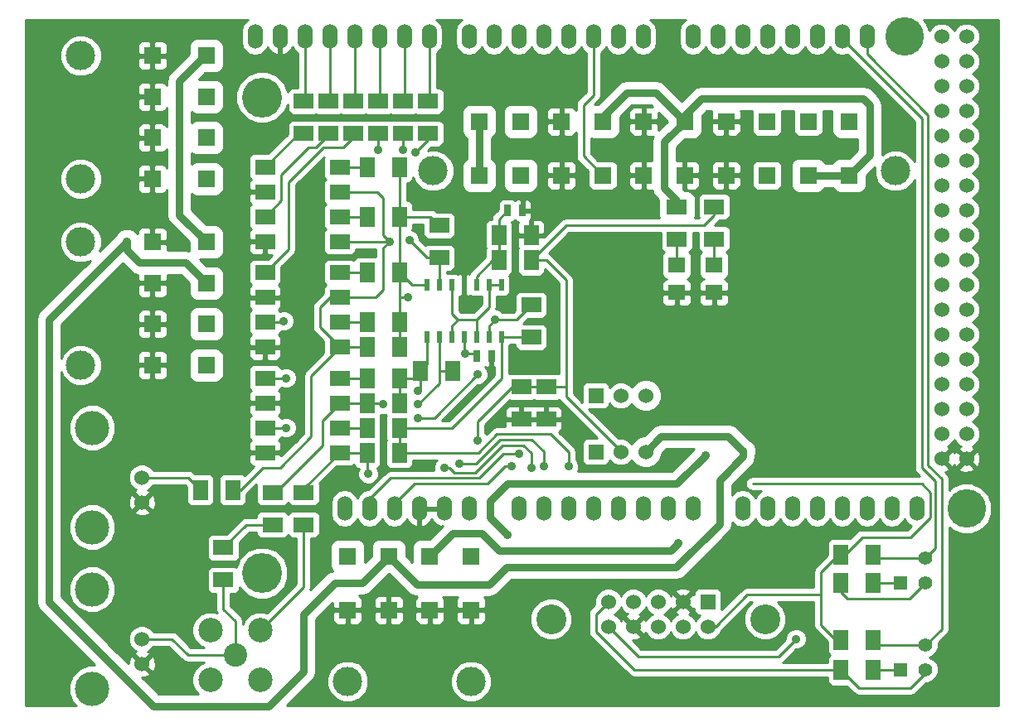
<source format=gtl>
G04 (created by PCBNEW (2013-03-31 BZR 4008)-stable) date 29/05/2013 1:13:20 PM*
%MOIN*%
G04 Gerber Fmt 3.4, Leading zero omitted, Abs format*
%FSLAX34Y34*%
G01*
G70*
G90*
G04 APERTURE LIST*
%ADD10C,2.3622e-006*%
%ADD11C,0.16*%
%ADD12O,0.06X0.1*%
%ADD13C,0.155*%
%ADD14C,0.06*%
%ADD15C,0.12*%
%ADD16R,0.06X0.06*%
%ADD17C,0.11811*%
%ADD18R,0.07X0.07*%
%ADD19R,0.025X0.045*%
%ADD20R,0.08X0.06*%
%ADD21R,0.06X0.08*%
%ADD22R,0.0709X0.0629*%
%ADD23C,0.1378*%
%ADD24R,0.055X0.055*%
%ADD25C,0.055*%
%ADD26C,0.1181*%
%ADD27C,0.0944882*%
%ADD28C,0.0984252*%
%ADD29R,0.02X0.045*%
%ADD30C,0.035*%
%ADD31C,0.03*%
%ADD32C,0.01*%
G04 APERTURE END LIST*
G54D10*
G54D11*
X19525Y-30500D03*
G54D12*
X36850Y-8900D03*
X37850Y-8900D03*
X38850Y-8900D03*
X39850Y-8900D03*
X40850Y-8900D03*
X41850Y-8900D03*
X42850Y-8900D03*
X43850Y-8900D03*
X45850Y-27900D03*
X44850Y-27900D03*
X43850Y-27900D03*
X42850Y-27900D03*
X38850Y-27900D03*
X36850Y-27900D03*
X35850Y-27900D03*
X39850Y-27900D03*
X40850Y-27900D03*
X41850Y-27900D03*
X34850Y-27900D03*
X33850Y-27900D03*
X32850Y-27900D03*
X29850Y-27900D03*
X30850Y-27900D03*
X31850Y-27900D03*
X27850Y-27900D03*
X26850Y-27900D03*
X25850Y-27900D03*
X23850Y-27900D03*
X22850Y-27900D03*
X34850Y-8900D03*
X33850Y-8900D03*
X32850Y-8900D03*
X31850Y-8900D03*
X30850Y-8900D03*
X29850Y-8900D03*
X28850Y-8900D03*
X27850Y-8900D03*
X26250Y-8900D03*
X25250Y-8900D03*
X24250Y-8900D03*
X23250Y-8900D03*
X22250Y-8900D03*
X21250Y-8900D03*
X20250Y-8900D03*
X19250Y-8900D03*
X24850Y-27900D03*
G54D13*
X47850Y-27900D03*
X45350Y-8900D03*
G54D14*
X46850Y-9900D03*
X47850Y-9900D03*
X46850Y-10900D03*
X47850Y-10900D03*
X46850Y-11900D03*
X47850Y-11900D03*
X46850Y-12900D03*
X47850Y-12900D03*
X46850Y-8900D03*
X47850Y-8900D03*
X47850Y-13900D03*
X46850Y-13900D03*
X46850Y-14900D03*
X47850Y-14900D03*
X46850Y-15900D03*
X47850Y-15900D03*
X46850Y-16900D03*
X47850Y-16900D03*
X46850Y-17900D03*
X47850Y-17900D03*
X46850Y-18900D03*
X47850Y-18900D03*
X46850Y-19900D03*
X47850Y-19900D03*
X46850Y-20900D03*
X47850Y-20900D03*
X46850Y-21900D03*
X47850Y-21900D03*
X46850Y-22900D03*
X47850Y-22900D03*
X46850Y-23900D03*
X47850Y-23900D03*
X46850Y-24900D03*
X47850Y-24900D03*
X46850Y-25900D03*
X47850Y-25900D03*
G54D15*
X31150Y-32350D03*
X39750Y-32350D03*
G54D16*
X37450Y-31650D03*
G54D14*
X37450Y-32650D03*
X36450Y-31650D03*
X36450Y-32650D03*
X35450Y-31650D03*
X35450Y-32650D03*
X34450Y-31650D03*
X34450Y-32650D03*
X33450Y-31650D03*
X33450Y-32650D03*
G54D17*
X22970Y-34856D03*
G54D18*
X22970Y-29818D03*
X24624Y-29818D03*
X26276Y-29818D03*
X27930Y-29818D03*
X22970Y-31982D03*
X24624Y-31982D03*
X26276Y-31982D03*
X27930Y-31982D03*
G54D17*
X27930Y-34856D03*
G54D19*
X28150Y-21750D03*
X28750Y-21750D03*
G54D20*
X24200Y-11500D03*
X24200Y-12800D03*
G54D21*
X42800Y-30900D03*
X44100Y-30900D03*
X25050Y-23650D03*
X23750Y-23650D03*
X23750Y-22650D03*
X25050Y-22650D03*
G54D20*
X25200Y-11500D03*
X25200Y-12800D03*
G54D21*
X23750Y-25650D03*
X25050Y-25650D03*
X23750Y-24650D03*
X25050Y-24650D03*
G54D20*
X26200Y-11500D03*
X26200Y-12800D03*
G54D21*
X23750Y-20400D03*
X25050Y-20400D03*
G54D20*
X37700Y-15750D03*
X37700Y-17050D03*
G54D21*
X42800Y-29750D03*
X44100Y-29750D03*
X23750Y-18400D03*
X25050Y-18400D03*
G54D20*
X22200Y-11500D03*
X22200Y-12800D03*
G54D21*
X23750Y-16150D03*
X25050Y-16150D03*
G54D20*
X17975Y-29475D03*
X17975Y-30775D03*
G54D21*
X42800Y-33200D03*
X44100Y-33200D03*
G54D22*
X37700Y-18091D03*
X37700Y-19209D03*
G54D20*
X29950Y-24300D03*
X29950Y-23000D03*
X30950Y-24300D03*
X30950Y-23000D03*
G54D21*
X17050Y-27150D03*
X18350Y-27150D03*
G54D19*
X30000Y-15900D03*
X29400Y-15900D03*
G54D23*
X12700Y-31150D03*
X12700Y-35150D03*
G54D14*
X14700Y-34150D03*
X14700Y-33150D03*
G54D23*
X12700Y-24650D03*
X12700Y-28650D03*
G54D14*
X14700Y-27650D03*
X14700Y-26650D03*
G54D22*
X36200Y-18091D03*
X36200Y-19209D03*
G54D24*
X45200Y-30900D03*
G54D25*
X46200Y-30900D03*
X46200Y-29900D03*
G54D24*
X45200Y-34400D03*
G54D25*
X46200Y-34400D03*
X46200Y-33400D03*
G54D18*
X28260Y-12318D03*
X29913Y-12318D03*
X31567Y-12318D03*
X33220Y-12318D03*
X34874Y-12318D03*
X36526Y-12318D03*
X38180Y-12318D03*
X39833Y-12318D03*
X41487Y-12318D03*
X43140Y-12318D03*
X28260Y-14482D03*
X29913Y-14482D03*
X31567Y-14482D03*
X33220Y-14482D03*
X34874Y-14482D03*
X36526Y-14482D03*
X38180Y-14482D03*
X39833Y-14482D03*
X41487Y-14482D03*
X43140Y-14482D03*
G54D26*
X26409Y-14306D03*
X44991Y-14306D03*
G54D27*
X18450Y-33800D03*
G54D28*
X17450Y-32800D03*
X19450Y-32800D03*
X19450Y-34800D03*
X17450Y-34800D03*
G54D17*
X12243Y-9670D03*
G54D18*
X17282Y-9670D03*
X17282Y-11324D03*
X17282Y-12976D03*
X17282Y-14630D03*
X15118Y-9670D03*
X15118Y-11324D03*
X15118Y-12976D03*
X15118Y-14630D03*
G54D17*
X12243Y-14630D03*
X12243Y-17170D03*
G54D18*
X17282Y-17170D03*
X17282Y-18824D03*
X17282Y-20476D03*
X17282Y-22130D03*
X15118Y-17170D03*
X15118Y-18824D03*
X15118Y-20476D03*
X15118Y-22130D03*
G54D17*
X12243Y-22130D03*
G54D20*
X36200Y-15750D03*
X36200Y-17050D03*
G54D29*
X26150Y-21000D03*
X26650Y-21000D03*
X27150Y-21000D03*
X27650Y-21000D03*
X28150Y-21000D03*
X28650Y-21000D03*
X29150Y-21000D03*
X29150Y-18900D03*
X28650Y-18900D03*
X28150Y-18900D03*
X27650Y-18900D03*
X27150Y-18900D03*
X26650Y-18900D03*
X26150Y-18900D03*
G54D20*
X19650Y-14150D03*
X19650Y-15150D03*
X19650Y-16150D03*
X19650Y-17150D03*
X22650Y-17150D03*
X22650Y-16150D03*
X22650Y-15150D03*
X22650Y-14150D03*
X19650Y-18400D03*
X19650Y-19400D03*
X19650Y-20400D03*
X19650Y-21400D03*
X22650Y-21400D03*
X22650Y-20400D03*
X22650Y-19400D03*
X22650Y-18400D03*
X19650Y-22650D03*
X19650Y-23650D03*
X19650Y-24650D03*
X19650Y-25650D03*
X22650Y-25650D03*
X22650Y-24650D03*
X22650Y-23650D03*
X22650Y-22650D03*
X23200Y-11500D03*
X23200Y-12800D03*
G54D21*
X30350Y-17900D03*
X29050Y-17900D03*
X29050Y-16900D03*
X30350Y-16900D03*
X25050Y-21400D03*
X23750Y-21400D03*
G54D20*
X21200Y-11500D03*
X21200Y-12800D03*
G54D21*
X23750Y-14150D03*
X25050Y-14150D03*
X42800Y-34400D03*
X44100Y-34400D03*
G54D20*
X19950Y-28550D03*
X19950Y-27250D03*
X21200Y-28550D03*
X21200Y-27250D03*
G54D21*
X27200Y-22350D03*
X25900Y-22350D03*
G54D20*
X30350Y-21000D03*
X30350Y-19700D03*
X26650Y-17800D03*
X26650Y-16500D03*
G54D11*
X19525Y-11350D03*
G54D16*
X32950Y-23350D03*
G54D14*
X33950Y-23350D03*
X34950Y-23350D03*
G54D16*
X32950Y-25625D03*
G54D14*
X33950Y-25625D03*
X34950Y-25625D03*
G54D30*
X29400Y-28950D03*
X37350Y-25750D03*
X36250Y-29300D03*
X29875Y-25700D03*
X27700Y-21650D03*
X28200Y-25150D03*
X38875Y-25600D03*
X14100Y-17150D03*
X29575Y-26200D03*
X41000Y-33150D03*
X25400Y-19400D03*
X27450Y-26100D03*
X30850Y-26200D03*
X33500Y-10650D03*
X38800Y-29850D03*
X39900Y-30300D03*
X29050Y-24300D03*
X29850Y-22000D03*
X28750Y-22350D03*
X30350Y-26250D03*
X26850Y-26250D03*
X25800Y-23150D03*
X31850Y-26200D03*
X28900Y-20300D03*
X28200Y-22500D03*
X23800Y-26500D03*
X25800Y-24250D03*
X24650Y-17150D03*
X25450Y-17100D03*
X24400Y-23700D03*
X25800Y-23700D03*
X20500Y-22650D03*
X25200Y-13450D03*
X20500Y-24650D03*
X25700Y-13550D03*
X20400Y-20350D03*
X24200Y-13450D03*
G54D31*
X17282Y-9670D02*
X17230Y-9670D01*
X16200Y-16088D02*
X17282Y-17170D01*
X16200Y-10700D02*
X16200Y-16088D01*
X17230Y-9670D02*
X16200Y-10700D01*
X28700Y-28250D02*
X29400Y-28950D01*
X28700Y-27600D02*
X28700Y-28250D01*
X37350Y-25750D02*
X36200Y-26900D01*
X29400Y-26900D02*
X36200Y-26900D01*
X29400Y-26900D02*
X28700Y-27600D01*
G54D32*
X42800Y-34400D02*
X34500Y-34400D01*
X32950Y-32150D02*
X33450Y-31650D01*
X32950Y-32850D02*
X32950Y-32150D01*
X34500Y-34400D02*
X32950Y-32850D01*
X46200Y-34400D02*
X46200Y-34525D01*
X43525Y-35125D02*
X42800Y-34400D01*
X45600Y-35125D02*
X43525Y-35125D01*
X46200Y-34525D02*
X45600Y-35125D01*
X42800Y-30900D02*
X42800Y-31250D01*
X45575Y-31525D02*
X46200Y-30900D01*
X43075Y-31525D02*
X45575Y-31525D01*
X42800Y-31250D02*
X43075Y-31525D01*
G54D31*
X29075Y-29600D02*
X28375Y-28900D01*
X28375Y-28900D02*
X27194Y-28900D01*
X26276Y-29818D02*
X27194Y-28900D01*
X35950Y-29600D02*
X29075Y-29600D01*
X36250Y-29300D02*
X35950Y-29600D01*
X28260Y-12318D02*
X28260Y-14482D01*
G54D32*
X23900Y-27475D02*
X24700Y-26675D01*
X24700Y-26675D02*
X28250Y-26675D01*
X28250Y-26675D02*
X29225Y-25700D01*
X29225Y-25700D02*
X29875Y-25700D01*
X23900Y-27900D02*
X23900Y-27475D01*
X37450Y-32650D02*
X37750Y-32650D01*
X37750Y-32650D02*
X39025Y-31375D01*
X39025Y-31375D02*
X42000Y-31375D01*
X33950Y-25625D02*
X33950Y-25600D01*
X33950Y-25600D02*
X31750Y-23400D01*
X31750Y-23000D02*
X31750Y-23400D01*
X42800Y-29750D02*
X42950Y-29750D01*
X45600Y-29050D02*
X43650Y-29050D01*
X46399Y-28250D02*
X45600Y-29050D01*
X46399Y-27249D02*
X46399Y-28250D01*
X46050Y-26900D02*
X46399Y-27249D01*
X39250Y-26900D02*
X46050Y-26900D01*
X42950Y-29750D02*
X43650Y-29050D01*
X42800Y-29750D02*
X42700Y-29750D01*
X42600Y-33200D02*
X42000Y-32600D01*
X42000Y-30450D02*
X42000Y-31375D01*
X42000Y-31375D02*
X42000Y-32600D01*
X42600Y-33200D02*
X42800Y-33200D01*
X42700Y-29750D02*
X42000Y-30450D01*
X42550Y-29900D02*
X42800Y-29900D01*
X30350Y-17900D02*
X30950Y-17900D01*
X30950Y-17900D02*
X31750Y-18700D01*
X31750Y-18700D02*
X31750Y-23000D01*
X27700Y-21650D02*
X28050Y-21650D01*
X28050Y-21650D02*
X28150Y-21750D01*
X30950Y-23000D02*
X31750Y-23000D01*
X29950Y-23000D02*
X30950Y-23000D01*
X29950Y-23000D02*
X29600Y-23000D01*
X27650Y-21600D02*
X27650Y-21000D01*
X27700Y-21650D02*
X27650Y-21600D01*
X29600Y-23000D02*
X28200Y-24400D01*
X37700Y-15750D02*
X37700Y-16100D01*
X31750Y-16500D02*
X30350Y-17900D01*
X37300Y-16500D02*
X31750Y-16500D01*
X37700Y-16100D02*
X37300Y-16500D01*
X28200Y-24400D02*
X28200Y-25150D01*
G54D31*
X38875Y-25600D02*
X38875Y-25800D01*
X25756Y-30950D02*
X24624Y-29818D01*
X28675Y-30950D02*
X25756Y-30950D01*
X29350Y-30275D02*
X28675Y-30950D01*
X36175Y-30275D02*
X29350Y-30275D01*
X37925Y-28525D02*
X36175Y-30275D01*
X37925Y-26750D02*
X37925Y-28525D01*
X38875Y-25800D02*
X37925Y-26750D01*
X35575Y-25000D02*
X34950Y-25625D01*
X38275Y-25000D02*
X35575Y-25000D01*
X38875Y-25600D02*
X38275Y-25000D01*
X10950Y-31650D02*
X10950Y-20300D01*
X24624Y-29826D02*
X23550Y-30900D01*
X23550Y-30900D02*
X22450Y-30900D01*
X22450Y-30900D02*
X21200Y-32150D01*
X21200Y-32150D02*
X21200Y-34450D01*
X21200Y-34450D02*
X19800Y-35850D01*
X19800Y-35850D02*
X15150Y-35850D01*
X10950Y-20300D02*
X14100Y-17150D01*
X24624Y-29818D02*
X24624Y-29826D01*
X10950Y-31650D02*
X15150Y-35850D01*
X36200Y-15750D02*
X36200Y-15500D01*
X35700Y-13144D02*
X36526Y-12318D01*
X35700Y-15000D02*
X35700Y-13144D01*
X36200Y-15500D02*
X35700Y-15000D01*
X16458Y-18000D02*
X17282Y-18824D01*
X14600Y-18000D02*
X16458Y-18000D01*
X14100Y-17500D02*
X14600Y-18000D01*
X14100Y-17150D02*
X14100Y-17500D01*
X36526Y-12318D02*
X36526Y-12074D01*
X43950Y-13672D02*
X43140Y-14482D01*
X43950Y-11650D02*
X43950Y-13672D01*
X43700Y-11400D02*
X43950Y-11650D01*
X37200Y-11400D02*
X43700Y-11400D01*
X36526Y-12074D02*
X37200Y-11400D01*
X43140Y-14482D02*
X41487Y-14482D01*
X33220Y-12318D02*
X33220Y-12130D01*
X35358Y-11150D02*
X36526Y-12318D01*
X34200Y-11150D02*
X35358Y-11150D01*
X33220Y-12130D02*
X34200Y-11150D01*
G54D32*
X24900Y-27900D02*
X24900Y-27675D01*
X28600Y-26900D02*
X29300Y-26200D01*
X25675Y-26900D02*
X28600Y-26900D01*
X24900Y-27675D02*
X25675Y-26900D01*
X29300Y-26200D02*
X29575Y-26200D01*
X44100Y-34400D02*
X45200Y-34400D01*
X34650Y-33850D02*
X33450Y-32650D01*
X40300Y-33850D02*
X34650Y-33850D01*
X41000Y-33150D02*
X40300Y-33850D01*
X44100Y-30900D02*
X45200Y-30900D01*
X24250Y-11450D02*
X24200Y-11500D01*
X24250Y-8900D02*
X24250Y-11450D01*
X23250Y-11450D02*
X23200Y-11500D01*
X23250Y-8900D02*
X23250Y-11450D01*
X22250Y-11450D02*
X22200Y-11500D01*
X22250Y-8900D02*
X22250Y-11450D01*
X21250Y-8900D02*
X21250Y-11450D01*
X21250Y-11450D02*
X21200Y-11500D01*
X26250Y-8900D02*
X26250Y-11450D01*
X26250Y-11450D02*
X26200Y-11500D01*
X25250Y-8900D02*
X25250Y-11450D01*
X25250Y-11450D02*
X25200Y-11500D01*
X25400Y-19400D02*
X25050Y-19400D01*
X25050Y-16150D02*
X26300Y-16150D01*
X26300Y-16150D02*
X26650Y-16500D01*
X25050Y-16150D02*
X25050Y-18400D01*
X25050Y-14150D02*
X25050Y-16150D01*
X25050Y-20400D02*
X25050Y-21400D01*
X25050Y-18400D02*
X25050Y-19400D01*
X25050Y-19400D02*
X25050Y-20400D01*
X26150Y-18900D02*
X25550Y-18900D01*
X25550Y-18900D02*
X25050Y-18400D01*
X27450Y-26100D02*
X28125Y-26100D01*
X30850Y-25600D02*
X30850Y-26200D01*
X30375Y-25125D02*
X30850Y-25600D01*
X29100Y-25125D02*
X30375Y-25125D01*
X28125Y-26100D02*
X29100Y-25125D01*
X38800Y-29850D02*
X39450Y-29850D01*
X39450Y-29850D02*
X39900Y-30300D01*
X28750Y-21750D02*
X28750Y-22350D01*
X29050Y-24300D02*
X29950Y-24300D01*
X30950Y-24300D02*
X29950Y-24300D01*
X26850Y-26250D02*
X27075Y-26250D01*
X30350Y-25675D02*
X30350Y-26250D01*
X30025Y-25350D02*
X30350Y-25675D01*
X29200Y-25350D02*
X30025Y-25350D01*
X28100Y-26450D02*
X29200Y-25350D01*
X27275Y-26450D02*
X28100Y-26450D01*
X27075Y-26250D02*
X27275Y-26450D01*
X25800Y-23150D02*
X25900Y-23050D01*
X25900Y-22350D02*
X25900Y-23050D01*
X26150Y-21000D02*
X26150Y-22100D01*
X26150Y-22100D02*
X25900Y-22350D01*
X25050Y-22650D02*
X25600Y-22650D01*
X25600Y-22650D02*
X25900Y-22350D01*
X25050Y-22650D02*
X25050Y-23650D01*
X31850Y-25625D02*
X31850Y-26200D01*
X31125Y-24900D02*
X31850Y-25625D01*
X28975Y-24900D02*
X31125Y-24900D01*
X28225Y-25650D02*
X28975Y-24900D01*
X25050Y-25650D02*
X28225Y-25650D01*
X29150Y-21000D02*
X30350Y-21000D01*
X25050Y-24650D02*
X27150Y-24650D01*
X29150Y-22650D02*
X29150Y-21000D01*
X27150Y-24650D02*
X29150Y-22650D01*
X25050Y-24650D02*
X25050Y-25650D01*
X19950Y-28550D02*
X18900Y-28550D01*
X18900Y-28550D02*
X17975Y-29475D01*
X14700Y-26650D02*
X16550Y-26650D01*
X16550Y-26650D02*
X17050Y-27150D01*
X28900Y-20300D02*
X29750Y-20300D01*
X29750Y-20300D02*
X30350Y-19700D01*
X25800Y-24250D02*
X26450Y-24250D01*
X28650Y-20550D02*
X28900Y-20300D01*
X28200Y-22500D02*
X26450Y-24250D01*
X23750Y-25650D02*
X23750Y-26450D01*
X23800Y-26500D02*
X23750Y-26450D01*
X28650Y-20550D02*
X28650Y-21000D01*
X21200Y-27250D02*
X21200Y-27100D01*
X21200Y-27100D02*
X22650Y-25650D01*
X22650Y-25650D02*
X23750Y-25650D01*
X21200Y-12800D02*
X21000Y-12800D01*
X21000Y-12800D02*
X19650Y-14150D01*
X22200Y-12800D02*
X22200Y-12850D01*
X20300Y-15500D02*
X19650Y-16150D01*
X20300Y-14450D02*
X20300Y-15500D01*
X21400Y-13350D02*
X20300Y-14450D01*
X21700Y-13350D02*
X21400Y-13350D01*
X22200Y-12850D02*
X21700Y-13350D01*
X21200Y-28550D02*
X21200Y-31050D01*
X21200Y-31050D02*
X19450Y-32800D01*
X22650Y-16150D02*
X23750Y-16150D01*
X22650Y-14150D02*
X23750Y-14150D01*
X26650Y-17800D02*
X26150Y-17800D01*
X25450Y-17100D02*
X26150Y-17800D01*
X26650Y-17800D02*
X26650Y-18900D01*
X18350Y-27150D02*
X18650Y-27150D01*
X21500Y-22550D02*
X22650Y-21400D01*
X21500Y-25000D02*
X21500Y-22550D01*
X20250Y-26250D02*
X21500Y-25000D01*
X19550Y-26250D02*
X20250Y-26250D01*
X18650Y-27150D02*
X19550Y-26250D01*
X22650Y-19400D02*
X22250Y-19400D01*
X21850Y-20600D02*
X22650Y-21400D01*
X21850Y-19800D02*
X21850Y-20600D01*
X22250Y-19400D02*
X21850Y-19800D01*
X22650Y-21400D02*
X23750Y-21400D01*
X22650Y-19400D02*
X24100Y-19400D01*
X24100Y-19400D02*
X24400Y-19100D01*
X24400Y-19100D02*
X24400Y-17400D01*
X24400Y-17400D02*
X24650Y-17150D01*
X22650Y-15150D02*
X24150Y-15150D01*
X24150Y-15150D02*
X24400Y-15400D01*
X24400Y-15400D02*
X24400Y-16900D01*
X24400Y-16900D02*
X24650Y-17150D01*
X22650Y-17150D02*
X24650Y-17150D01*
X27200Y-22350D02*
X26650Y-22350D01*
X19950Y-27250D02*
X20050Y-27250D01*
X21950Y-24350D02*
X22650Y-23650D01*
X21950Y-25350D02*
X21950Y-24350D01*
X20050Y-27250D02*
X21950Y-25350D01*
X22650Y-23700D02*
X22650Y-23650D01*
X26650Y-21000D02*
X26650Y-22350D01*
X26650Y-22350D02*
X26650Y-22850D01*
X24350Y-23650D02*
X23750Y-23650D01*
X24400Y-23700D02*
X24350Y-23650D01*
X26650Y-22850D02*
X25800Y-23700D01*
X22650Y-23650D02*
X23750Y-23650D01*
X22650Y-20400D02*
X23750Y-20400D01*
X22650Y-18400D02*
X23750Y-18400D01*
X25200Y-12800D02*
X25200Y-13450D01*
X20500Y-22650D02*
X19650Y-22650D01*
X26200Y-12800D02*
X26200Y-13050D01*
X20500Y-24650D02*
X19650Y-24650D01*
X26200Y-13050D02*
X25700Y-13550D01*
X24200Y-12800D02*
X24200Y-13450D01*
X20350Y-20400D02*
X19650Y-20400D01*
X20400Y-20350D02*
X20350Y-20400D01*
X22650Y-24650D02*
X23750Y-24650D01*
X22650Y-22650D02*
X23750Y-22650D01*
X37700Y-17050D02*
X37700Y-18091D01*
X23200Y-12800D02*
X23200Y-12950D01*
X20600Y-17450D02*
X19650Y-18400D01*
X20600Y-14750D02*
X20600Y-17450D01*
X22000Y-13350D02*
X20600Y-14750D01*
X22800Y-13350D02*
X22000Y-13350D01*
X23200Y-12950D02*
X22800Y-13350D01*
X36200Y-17050D02*
X36200Y-18091D01*
X29050Y-17900D02*
X28800Y-17900D01*
X28150Y-18550D02*
X28150Y-18900D01*
X28800Y-17900D02*
X28150Y-18550D01*
X29050Y-16900D02*
X29050Y-16250D01*
X29050Y-16250D02*
X29400Y-15900D01*
X29050Y-16900D02*
X29050Y-17900D01*
X32850Y-8900D02*
X32850Y-11250D01*
X32450Y-13712D02*
X33220Y-14482D01*
X32450Y-11650D02*
X32450Y-13712D01*
X32850Y-11250D02*
X32450Y-11650D01*
X46200Y-33400D02*
X44300Y-33400D01*
X44300Y-33400D02*
X44100Y-33200D01*
X46850Y-32750D02*
X46200Y-33400D01*
X46850Y-26700D02*
X46850Y-32750D01*
X46300Y-26150D02*
X46850Y-26700D01*
X46300Y-12050D02*
X46300Y-26150D01*
X43850Y-9600D02*
X46300Y-12050D01*
X43850Y-8900D02*
X43850Y-9600D01*
X46200Y-29900D02*
X46600Y-29500D01*
X42850Y-8900D02*
X42850Y-9000D01*
X42850Y-9000D02*
X46050Y-12200D01*
X46050Y-12200D02*
X46050Y-26250D01*
X46050Y-26250D02*
X46600Y-26800D01*
X46600Y-26800D02*
X46600Y-29500D01*
X44100Y-29900D02*
X46200Y-29900D01*
X27150Y-18900D02*
X27150Y-20050D01*
X27150Y-20050D02*
X27400Y-20300D01*
X28150Y-20300D02*
X27400Y-20300D01*
X27150Y-20550D02*
X27150Y-21000D01*
X27400Y-20300D02*
X27150Y-20550D01*
X28650Y-18900D02*
X28650Y-19800D01*
X28150Y-20300D02*
X28150Y-21000D01*
X28650Y-19800D02*
X28150Y-20300D01*
X28650Y-18900D02*
X29150Y-18900D01*
X17975Y-30775D02*
X17975Y-31950D01*
X18450Y-32425D02*
X18450Y-33800D01*
X17975Y-31950D02*
X18450Y-32425D01*
X14700Y-33150D02*
X15900Y-33150D01*
X16550Y-33800D02*
X18450Y-33800D01*
X15900Y-33150D02*
X16550Y-33800D01*
G54D10*
G36*
X28850Y-22525D02*
X27025Y-24350D01*
X26774Y-24350D01*
X28199Y-22924D01*
X28284Y-22925D01*
X28440Y-22860D01*
X28560Y-22741D01*
X28624Y-22584D01*
X28625Y-22415D01*
X28560Y-22259D01*
X28491Y-22190D01*
X28575Y-22225D01*
X28637Y-22225D01*
X28700Y-22162D01*
X28700Y-21800D01*
X28692Y-21800D01*
X28692Y-21700D01*
X28700Y-21700D01*
X28700Y-21692D01*
X28800Y-21692D01*
X28800Y-21700D01*
X28807Y-21700D01*
X28807Y-21800D01*
X28800Y-21800D01*
X28800Y-22162D01*
X28850Y-22212D01*
X28850Y-22525D01*
X28850Y-22525D01*
G37*
G54D32*
X28850Y-22525D02*
X27025Y-24350D01*
X26774Y-24350D01*
X28199Y-22924D01*
X28284Y-22925D01*
X28440Y-22860D01*
X28560Y-22741D01*
X28624Y-22584D01*
X28625Y-22415D01*
X28560Y-22259D01*
X28491Y-22190D01*
X28575Y-22225D01*
X28637Y-22225D01*
X28700Y-22162D01*
X28700Y-21800D01*
X28692Y-21800D01*
X28692Y-21700D01*
X28700Y-21700D01*
X28700Y-21692D01*
X28800Y-21692D01*
X28800Y-21700D01*
X28807Y-21700D01*
X28807Y-21800D01*
X28800Y-21800D01*
X28800Y-22162D01*
X28850Y-22212D01*
X28850Y-22525D01*
G54D10*
G36*
X35818Y-12317D02*
X35474Y-12662D01*
X35474Y-12618D01*
X35474Y-12430D01*
X35411Y-12368D01*
X34924Y-12368D01*
X34924Y-12855D01*
X34986Y-12918D01*
X35261Y-12918D01*
X35238Y-12952D01*
X35199Y-13144D01*
X35200Y-13144D01*
X35200Y-13881D01*
X34986Y-13882D01*
X34924Y-13944D01*
X34924Y-14432D01*
X34931Y-14432D01*
X34931Y-14532D01*
X34924Y-14532D01*
X34924Y-15019D01*
X34986Y-15082D01*
X35216Y-15082D01*
X35238Y-15191D01*
X35346Y-15353D01*
X35449Y-15457D01*
X35449Y-15519D01*
X35449Y-16119D01*
X35483Y-16200D01*
X34824Y-16200D01*
X34824Y-15019D01*
X34824Y-14532D01*
X34824Y-14432D01*
X34824Y-13944D01*
X34824Y-12855D01*
X34824Y-12368D01*
X34824Y-12268D01*
X34824Y-11780D01*
X34761Y-11718D01*
X34474Y-11717D01*
X34382Y-11755D01*
X34312Y-11826D01*
X34274Y-11918D01*
X34273Y-12017D01*
X34274Y-12205D01*
X34336Y-12268D01*
X34824Y-12268D01*
X34824Y-12368D01*
X34336Y-12368D01*
X34274Y-12430D01*
X34273Y-12618D01*
X34274Y-12717D01*
X34312Y-12809D01*
X34382Y-12880D01*
X34474Y-12918D01*
X34761Y-12918D01*
X34824Y-12855D01*
X34824Y-13944D01*
X34761Y-13882D01*
X34474Y-13881D01*
X34382Y-13919D01*
X34312Y-13990D01*
X34274Y-14082D01*
X34273Y-14181D01*
X34274Y-14369D01*
X34336Y-14432D01*
X34824Y-14432D01*
X34824Y-14532D01*
X34336Y-14532D01*
X34274Y-14594D01*
X34273Y-14782D01*
X34274Y-14881D01*
X34312Y-14973D01*
X34382Y-15044D01*
X34474Y-15082D01*
X34761Y-15082D01*
X34824Y-15019D01*
X34824Y-16200D01*
X32167Y-16200D01*
X32167Y-14782D01*
X32167Y-14181D01*
X32166Y-14082D01*
X32128Y-13990D01*
X32058Y-13919D01*
X31966Y-13881D01*
X31679Y-13882D01*
X31617Y-13944D01*
X31617Y-14432D01*
X32104Y-14432D01*
X32167Y-14369D01*
X32167Y-14181D01*
X32167Y-14782D01*
X32167Y-14594D01*
X32104Y-14532D01*
X31617Y-14532D01*
X31617Y-15019D01*
X31679Y-15082D01*
X31966Y-15082D01*
X32058Y-15044D01*
X32128Y-14973D01*
X32166Y-14881D01*
X32167Y-14782D01*
X32167Y-16200D01*
X31750Y-16200D01*
X31635Y-16222D01*
X31537Y-16287D01*
X31517Y-16308D01*
X31517Y-15019D01*
X31517Y-14532D01*
X31517Y-14432D01*
X31517Y-13944D01*
X31517Y-12855D01*
X31517Y-12368D01*
X31517Y-12268D01*
X31517Y-11780D01*
X31454Y-11718D01*
X31167Y-11717D01*
X31075Y-11755D01*
X31005Y-11826D01*
X30967Y-11918D01*
X30966Y-12017D01*
X30967Y-12205D01*
X31029Y-12268D01*
X31517Y-12268D01*
X31517Y-12368D01*
X31029Y-12368D01*
X30967Y-12430D01*
X30966Y-12618D01*
X30967Y-12717D01*
X31005Y-12809D01*
X31075Y-12880D01*
X31167Y-12918D01*
X31454Y-12918D01*
X31517Y-12855D01*
X31517Y-13944D01*
X31454Y-13882D01*
X31167Y-13881D01*
X31075Y-13919D01*
X31005Y-13990D01*
X30967Y-14082D01*
X30966Y-14181D01*
X30967Y-14369D01*
X31029Y-14432D01*
X31517Y-14432D01*
X31517Y-14532D01*
X31029Y-14532D01*
X30967Y-14594D01*
X30966Y-14782D01*
X30967Y-14881D01*
X31005Y-14973D01*
X31075Y-15044D01*
X31167Y-15082D01*
X31454Y-15082D01*
X31517Y-15019D01*
X31517Y-16308D01*
X30900Y-16925D01*
X30900Y-16549D01*
X30899Y-16450D01*
X30861Y-16358D01*
X30791Y-16287D01*
X30699Y-16249D01*
X30613Y-16249D01*
X30613Y-14762D01*
X30613Y-14062D01*
X30613Y-12598D01*
X30613Y-11898D01*
X30559Y-11770D01*
X30461Y-11671D01*
X30332Y-11618D01*
X30193Y-11617D01*
X29493Y-11617D01*
X29365Y-11671D01*
X29266Y-11769D01*
X29213Y-11898D01*
X29212Y-12037D01*
X29212Y-12737D01*
X29266Y-12866D01*
X29364Y-12964D01*
X29493Y-13017D01*
X29632Y-13018D01*
X30332Y-13018D01*
X30461Y-12964D01*
X30559Y-12866D01*
X30612Y-12737D01*
X30613Y-12598D01*
X30613Y-14062D01*
X30559Y-13934D01*
X30461Y-13835D01*
X30332Y-13782D01*
X30193Y-13781D01*
X29493Y-13781D01*
X29365Y-13835D01*
X29266Y-13933D01*
X29213Y-14062D01*
X29212Y-14201D01*
X29212Y-14901D01*
X29266Y-15030D01*
X29364Y-15128D01*
X29493Y-15181D01*
X29632Y-15182D01*
X30332Y-15182D01*
X30461Y-15128D01*
X30559Y-15030D01*
X30612Y-14901D01*
X30613Y-14762D01*
X30613Y-16249D01*
X30462Y-16250D01*
X30400Y-16312D01*
X30400Y-16850D01*
X30837Y-16850D01*
X30900Y-16787D01*
X30900Y-16549D01*
X30900Y-16925D01*
X30856Y-16969D01*
X30837Y-16950D01*
X30400Y-16950D01*
X30400Y-16957D01*
X30300Y-16957D01*
X30300Y-16950D01*
X29862Y-16950D01*
X29800Y-17012D01*
X29799Y-17250D01*
X29800Y-17349D01*
X29820Y-17400D01*
X29800Y-17450D01*
X29799Y-17549D01*
X29799Y-18349D01*
X29837Y-18441D01*
X29908Y-18511D01*
X30000Y-18549D01*
X30099Y-18550D01*
X30699Y-18550D01*
X30791Y-18512D01*
X30861Y-18441D01*
X30899Y-18349D01*
X30900Y-18274D01*
X31450Y-18824D01*
X31450Y-22470D01*
X31399Y-22450D01*
X31300Y-22449D01*
X30500Y-22449D01*
X30449Y-22470D01*
X30399Y-22450D01*
X30300Y-22449D01*
X29500Y-22449D01*
X29450Y-22470D01*
X29450Y-21378D01*
X29461Y-21366D01*
X29489Y-21300D01*
X29699Y-21300D01*
X29699Y-21349D01*
X29737Y-21441D01*
X29808Y-21511D01*
X29900Y-21549D01*
X29999Y-21550D01*
X30799Y-21550D01*
X30891Y-21512D01*
X30961Y-21441D01*
X30999Y-21349D01*
X31000Y-21250D01*
X31000Y-20650D01*
X30962Y-20558D01*
X30891Y-20488D01*
X30799Y-20450D01*
X30700Y-20449D01*
X30024Y-20449D01*
X30224Y-20250D01*
X30799Y-20250D01*
X30891Y-20212D01*
X30961Y-20141D01*
X30999Y-20049D01*
X31000Y-19950D01*
X31000Y-19350D01*
X30962Y-19258D01*
X30891Y-19188D01*
X30799Y-19150D01*
X30700Y-19149D01*
X29900Y-19149D01*
X29808Y-19187D01*
X29738Y-19258D01*
X29700Y-19350D01*
X29699Y-19449D01*
X29699Y-19925D01*
X29625Y-20000D01*
X29201Y-20000D01*
X29141Y-19939D01*
X28984Y-19875D01*
X28935Y-19875D01*
X28949Y-19800D01*
X28950Y-19800D01*
X28950Y-19354D01*
X29000Y-19374D01*
X29099Y-19375D01*
X29299Y-19375D01*
X29391Y-19337D01*
X29461Y-19266D01*
X29499Y-19174D01*
X29500Y-19075D01*
X29500Y-18625D01*
X29462Y-18533D01*
X29455Y-18526D01*
X29491Y-18512D01*
X29561Y-18441D01*
X29599Y-18349D01*
X29600Y-18250D01*
X29600Y-17450D01*
X29579Y-17399D01*
X29599Y-17349D01*
X29600Y-17250D01*
X29600Y-16450D01*
X29568Y-16375D01*
X29574Y-16375D01*
X29666Y-16337D01*
X29700Y-16303D01*
X29733Y-16337D01*
X29825Y-16375D01*
X29831Y-16375D01*
X29800Y-16450D01*
X29799Y-16549D01*
X29800Y-16787D01*
X29862Y-16850D01*
X30300Y-16850D01*
X30300Y-16312D01*
X30295Y-16308D01*
X30336Y-16266D01*
X30374Y-16174D01*
X30375Y-16075D01*
X30375Y-15724D01*
X30374Y-15625D01*
X30336Y-15533D01*
X30266Y-15462D01*
X30174Y-15424D01*
X30112Y-15425D01*
X30050Y-15487D01*
X30050Y-15850D01*
X30312Y-15850D01*
X30375Y-15787D01*
X30375Y-15724D01*
X30375Y-16075D01*
X30375Y-16012D01*
X30312Y-15950D01*
X30050Y-15950D01*
X30050Y-15957D01*
X29950Y-15957D01*
X29950Y-15950D01*
X29942Y-15950D01*
X29942Y-15850D01*
X29950Y-15850D01*
X29950Y-15487D01*
X29887Y-15425D01*
X29825Y-15424D01*
X29733Y-15462D01*
X29700Y-15496D01*
X29666Y-15463D01*
X29574Y-15425D01*
X29475Y-15424D01*
X29225Y-15424D01*
X29133Y-15462D01*
X29063Y-15533D01*
X29025Y-15625D01*
X29024Y-15724D01*
X29024Y-15850D01*
X28960Y-15915D01*
X28960Y-14762D01*
X28960Y-14062D01*
X28906Y-13934D01*
X28808Y-13835D01*
X28760Y-13815D01*
X28760Y-12984D01*
X28808Y-12964D01*
X28906Y-12866D01*
X28959Y-12737D01*
X28960Y-12598D01*
X28960Y-11898D01*
X28906Y-11770D01*
X28808Y-11671D01*
X28679Y-11618D01*
X28540Y-11617D01*
X27840Y-11617D01*
X27712Y-11671D01*
X27613Y-11769D01*
X27560Y-11898D01*
X27559Y-12037D01*
X27559Y-12737D01*
X27613Y-12866D01*
X27711Y-12964D01*
X27760Y-12984D01*
X27760Y-13815D01*
X27712Y-13835D01*
X27613Y-13933D01*
X27560Y-14062D01*
X27559Y-14201D01*
X27559Y-14901D01*
X27613Y-15030D01*
X27711Y-15128D01*
X27840Y-15181D01*
X27979Y-15182D01*
X28679Y-15182D01*
X28808Y-15128D01*
X28906Y-15030D01*
X28959Y-14901D01*
X28960Y-14762D01*
X28960Y-15915D01*
X28837Y-16037D01*
X28772Y-16135D01*
X28750Y-16249D01*
X28700Y-16249D01*
X28608Y-16287D01*
X28538Y-16358D01*
X28500Y-16450D01*
X28499Y-16549D01*
X28499Y-17349D01*
X28520Y-17400D01*
X28500Y-17450D01*
X28499Y-17549D01*
X28499Y-17775D01*
X27937Y-18337D01*
X27872Y-18435D01*
X27869Y-18453D01*
X27799Y-18424D01*
X27762Y-18425D01*
X27700Y-18487D01*
X27700Y-18850D01*
X27707Y-18850D01*
X27707Y-18950D01*
X27700Y-18950D01*
X27700Y-19312D01*
X27762Y-19375D01*
X27799Y-19375D01*
X27891Y-19337D01*
X27899Y-19328D01*
X27908Y-19336D01*
X28000Y-19374D01*
X28099Y-19375D01*
X28299Y-19375D01*
X28350Y-19354D01*
X28350Y-19675D01*
X28025Y-20000D01*
X27524Y-20000D01*
X27450Y-19925D01*
X27450Y-19354D01*
X27500Y-19375D01*
X27537Y-19375D01*
X27600Y-19312D01*
X27600Y-18950D01*
X27592Y-18950D01*
X27592Y-18850D01*
X27600Y-18850D01*
X27600Y-18487D01*
X27537Y-18425D01*
X27500Y-18424D01*
X27408Y-18462D01*
X27400Y-18471D01*
X27391Y-18463D01*
X27299Y-18425D01*
X27200Y-18424D01*
X27000Y-18424D01*
X26950Y-18445D01*
X26950Y-18350D01*
X27099Y-18350D01*
X27191Y-18312D01*
X27261Y-18241D01*
X27299Y-18149D01*
X27300Y-18050D01*
X27300Y-17450D01*
X27262Y-17358D01*
X27191Y-17288D01*
X27099Y-17250D01*
X27000Y-17249D01*
X26200Y-17249D01*
X26108Y-17287D01*
X26085Y-17311D01*
X25874Y-17100D01*
X25875Y-17015D01*
X25810Y-16859D01*
X25691Y-16739D01*
X25563Y-16687D01*
X25599Y-16599D01*
X25600Y-16500D01*
X25600Y-16450D01*
X25999Y-16450D01*
X25999Y-16849D01*
X26037Y-16941D01*
X26108Y-17011D01*
X26200Y-17049D01*
X26299Y-17050D01*
X27099Y-17050D01*
X27191Y-17012D01*
X27261Y-16941D01*
X27299Y-16849D01*
X27300Y-16750D01*
X27300Y-16150D01*
X27262Y-16058D01*
X27191Y-15988D01*
X27099Y-15950D01*
X27000Y-15949D01*
X26524Y-15949D01*
X26512Y-15937D01*
X26414Y-15872D01*
X26300Y-15850D01*
X25600Y-15850D01*
X25600Y-15700D01*
X25562Y-15608D01*
X25491Y-15538D01*
X25399Y-15500D01*
X25350Y-15500D01*
X25350Y-14800D01*
X25399Y-14800D01*
X25491Y-14762D01*
X25561Y-14691D01*
X25599Y-14599D01*
X25600Y-14549D01*
X25696Y-14781D01*
X25932Y-15018D01*
X26241Y-15146D01*
X26575Y-15146D01*
X26884Y-15018D01*
X27121Y-14782D01*
X27249Y-14473D01*
X27249Y-14139D01*
X27121Y-13830D01*
X26885Y-13593D01*
X26576Y-13465D01*
X26242Y-13465D01*
X26185Y-13489D01*
X26324Y-13350D01*
X26649Y-13350D01*
X26741Y-13312D01*
X26811Y-13241D01*
X26849Y-13149D01*
X26850Y-13050D01*
X26850Y-12450D01*
X26812Y-12358D01*
X26741Y-12288D01*
X26649Y-12250D01*
X26550Y-12249D01*
X25750Y-12249D01*
X25699Y-12270D01*
X25649Y-12250D01*
X25550Y-12249D01*
X24750Y-12249D01*
X24699Y-12270D01*
X24649Y-12250D01*
X24550Y-12249D01*
X23750Y-12249D01*
X23699Y-12270D01*
X23649Y-12250D01*
X23550Y-12249D01*
X22750Y-12249D01*
X22699Y-12270D01*
X22649Y-12250D01*
X22550Y-12249D01*
X21750Y-12249D01*
X21699Y-12270D01*
X21649Y-12250D01*
X21550Y-12249D01*
X20750Y-12249D01*
X20658Y-12287D01*
X20588Y-12358D01*
X20550Y-12450D01*
X20549Y-12549D01*
X20549Y-12825D01*
X19775Y-13599D01*
X19200Y-13599D01*
X19108Y-13637D01*
X19038Y-13708D01*
X19000Y-13800D01*
X18999Y-13899D01*
X18999Y-14499D01*
X19037Y-14591D01*
X19096Y-14650D01*
X19037Y-14708D01*
X18999Y-14800D01*
X19000Y-15037D01*
X19062Y-15100D01*
X19600Y-15100D01*
X19600Y-15092D01*
X19700Y-15092D01*
X19700Y-15100D01*
X19707Y-15100D01*
X19707Y-15200D01*
X19700Y-15200D01*
X19700Y-15207D01*
X19600Y-15207D01*
X19600Y-15200D01*
X19062Y-15200D01*
X19000Y-15262D01*
X18999Y-15499D01*
X19037Y-15591D01*
X19096Y-15650D01*
X19038Y-15708D01*
X19000Y-15800D01*
X18999Y-15899D01*
X18999Y-16499D01*
X19037Y-16591D01*
X19096Y-16650D01*
X19037Y-16708D01*
X18999Y-16800D01*
X19000Y-17037D01*
X19062Y-17100D01*
X19600Y-17100D01*
X19600Y-17092D01*
X19700Y-17092D01*
X19700Y-17100D01*
X19707Y-17100D01*
X19707Y-17200D01*
X19700Y-17200D01*
X19700Y-17637D01*
X19762Y-17700D01*
X19925Y-17700D01*
X19775Y-17849D01*
X19600Y-17849D01*
X19600Y-17637D01*
X19600Y-17200D01*
X19062Y-17200D01*
X19000Y-17262D01*
X18999Y-17499D01*
X19037Y-17591D01*
X19108Y-17661D01*
X19200Y-17699D01*
X19299Y-17700D01*
X19537Y-17700D01*
X19600Y-17637D01*
X19600Y-17849D01*
X19200Y-17849D01*
X19108Y-17887D01*
X19038Y-17958D01*
X19000Y-18050D01*
X18999Y-18149D01*
X18999Y-18749D01*
X19037Y-18841D01*
X19096Y-18900D01*
X19037Y-18958D01*
X18999Y-19050D01*
X19000Y-19287D01*
X19062Y-19350D01*
X19600Y-19350D01*
X19600Y-19342D01*
X19700Y-19342D01*
X19700Y-19350D01*
X20237Y-19350D01*
X20300Y-19287D01*
X20300Y-19050D01*
X20262Y-18958D01*
X20203Y-18899D01*
X20261Y-18841D01*
X20299Y-18749D01*
X20300Y-18650D01*
X20300Y-18174D01*
X20812Y-17662D01*
X20812Y-17662D01*
X20877Y-17564D01*
X20899Y-17450D01*
X20900Y-17450D01*
X20900Y-14874D01*
X22018Y-13755D01*
X22000Y-13800D01*
X21999Y-13899D01*
X21999Y-14499D01*
X22037Y-14591D01*
X22096Y-14650D01*
X22038Y-14708D01*
X22000Y-14800D01*
X21999Y-14899D01*
X21999Y-15499D01*
X22037Y-15591D01*
X22096Y-15650D01*
X22038Y-15708D01*
X22000Y-15800D01*
X21999Y-15899D01*
X21999Y-16499D01*
X22037Y-16591D01*
X22096Y-16650D01*
X22038Y-16708D01*
X22000Y-16800D01*
X21999Y-16899D01*
X21999Y-17499D01*
X22037Y-17591D01*
X22108Y-17661D01*
X22200Y-17699D01*
X22299Y-17700D01*
X23099Y-17700D01*
X23191Y-17662D01*
X23261Y-17591D01*
X23299Y-17499D01*
X23299Y-17450D01*
X24100Y-17450D01*
X24100Y-17750D01*
X24099Y-17750D01*
X24000Y-17749D01*
X23400Y-17749D01*
X23308Y-17787D01*
X23238Y-17858D01*
X23215Y-17912D01*
X23191Y-17888D01*
X23099Y-17850D01*
X23000Y-17849D01*
X22200Y-17849D01*
X22108Y-17887D01*
X22038Y-17958D01*
X22000Y-18050D01*
X21999Y-18149D01*
X21999Y-18749D01*
X22037Y-18841D01*
X22096Y-18900D01*
X22038Y-18958D01*
X22000Y-19050D01*
X21999Y-19149D01*
X21999Y-19225D01*
X21637Y-19587D01*
X21572Y-19685D01*
X21550Y-19800D01*
X21550Y-20600D01*
X21572Y-20714D01*
X21637Y-20812D01*
X21999Y-21174D01*
X21999Y-21625D01*
X21287Y-22337D01*
X21222Y-22435D01*
X21200Y-22550D01*
X21200Y-24875D01*
X20925Y-25150D01*
X20925Y-24565D01*
X20925Y-22565D01*
X20860Y-22409D01*
X20825Y-22374D01*
X20825Y-20265D01*
X20760Y-20109D01*
X20641Y-19989D01*
X20484Y-19925D01*
X20315Y-19924D01*
X20253Y-19950D01*
X20203Y-19900D01*
X20262Y-19841D01*
X20300Y-19749D01*
X20300Y-19512D01*
X20237Y-19450D01*
X19700Y-19450D01*
X19700Y-19457D01*
X19600Y-19457D01*
X19600Y-19450D01*
X19062Y-19450D01*
X19000Y-19512D01*
X18999Y-19749D01*
X19037Y-19841D01*
X19096Y-19900D01*
X19038Y-19958D01*
X19000Y-20050D01*
X18999Y-20149D01*
X18999Y-20749D01*
X19037Y-20841D01*
X19096Y-20900D01*
X19037Y-20958D01*
X18999Y-21050D01*
X19000Y-21287D01*
X19062Y-21350D01*
X19600Y-21350D01*
X19600Y-21342D01*
X19700Y-21342D01*
X19700Y-21350D01*
X20237Y-21350D01*
X20300Y-21287D01*
X20300Y-21050D01*
X20262Y-20958D01*
X20203Y-20899D01*
X20261Y-20841D01*
X20293Y-20765D01*
X20315Y-20774D01*
X20484Y-20775D01*
X20640Y-20710D01*
X20760Y-20591D01*
X20824Y-20434D01*
X20825Y-20265D01*
X20825Y-22374D01*
X20741Y-22289D01*
X20584Y-22225D01*
X20415Y-22224D01*
X20300Y-22272D01*
X20300Y-21749D01*
X20300Y-21512D01*
X20237Y-21450D01*
X19700Y-21450D01*
X19700Y-21887D01*
X19762Y-21950D01*
X20000Y-21950D01*
X20099Y-21949D01*
X20191Y-21911D01*
X20262Y-21841D01*
X20300Y-21749D01*
X20300Y-22272D01*
X20290Y-22276D01*
X20262Y-22208D01*
X20191Y-22138D01*
X20099Y-22100D01*
X20000Y-22099D01*
X19600Y-22099D01*
X19600Y-21887D01*
X19600Y-21450D01*
X19062Y-21450D01*
X19000Y-21512D01*
X18999Y-21749D01*
X19037Y-21841D01*
X19108Y-21911D01*
X19200Y-21949D01*
X19299Y-21950D01*
X19537Y-21950D01*
X19600Y-21887D01*
X19600Y-22099D01*
X19200Y-22099D01*
X19108Y-22137D01*
X19038Y-22208D01*
X19000Y-22300D01*
X18999Y-22399D01*
X18999Y-22999D01*
X19037Y-23091D01*
X19096Y-23150D01*
X19037Y-23208D01*
X18999Y-23300D01*
X19000Y-23537D01*
X19062Y-23600D01*
X19600Y-23600D01*
X19600Y-23592D01*
X19700Y-23592D01*
X19700Y-23600D01*
X20237Y-23600D01*
X20300Y-23537D01*
X20300Y-23300D01*
X20262Y-23208D01*
X20203Y-23149D01*
X20261Y-23091D01*
X20290Y-23023D01*
X20415Y-23074D01*
X20584Y-23075D01*
X20740Y-23010D01*
X20860Y-22891D01*
X20924Y-22734D01*
X20925Y-22565D01*
X20925Y-24565D01*
X20860Y-24409D01*
X20741Y-24289D01*
X20584Y-24225D01*
X20415Y-24224D01*
X20290Y-24276D01*
X20262Y-24208D01*
X20203Y-24150D01*
X20262Y-24091D01*
X20300Y-23999D01*
X20300Y-23762D01*
X20237Y-23700D01*
X19700Y-23700D01*
X19700Y-23707D01*
X19600Y-23707D01*
X19600Y-23700D01*
X19062Y-23700D01*
X19000Y-23762D01*
X18999Y-23999D01*
X19037Y-24091D01*
X19096Y-24150D01*
X19038Y-24208D01*
X19000Y-24300D01*
X18999Y-24399D01*
X18999Y-24999D01*
X19037Y-25091D01*
X19096Y-25150D01*
X19037Y-25208D01*
X18999Y-25300D01*
X19000Y-25537D01*
X19062Y-25600D01*
X19600Y-25600D01*
X19600Y-25592D01*
X19700Y-25592D01*
X19700Y-25600D01*
X20237Y-25600D01*
X20300Y-25537D01*
X20300Y-25300D01*
X20262Y-25208D01*
X20203Y-25149D01*
X20261Y-25091D01*
X20290Y-25023D01*
X20415Y-25074D01*
X20584Y-25075D01*
X20740Y-25010D01*
X20860Y-24891D01*
X20924Y-24734D01*
X20925Y-24565D01*
X20925Y-25150D01*
X20300Y-25775D01*
X20300Y-25762D01*
X20237Y-25700D01*
X19700Y-25700D01*
X19700Y-25707D01*
X19600Y-25707D01*
X19600Y-25700D01*
X19062Y-25700D01*
X19000Y-25762D01*
X18999Y-25999D01*
X19037Y-26091D01*
X19108Y-26161D01*
X19182Y-26192D01*
X18814Y-26561D01*
X18791Y-26538D01*
X18699Y-26500D01*
X18600Y-26499D01*
X18000Y-26499D01*
X17982Y-26507D01*
X17982Y-22410D01*
X17982Y-21710D01*
X17982Y-20756D01*
X17982Y-20056D01*
X17928Y-19928D01*
X17830Y-19829D01*
X17701Y-19776D01*
X17562Y-19775D01*
X16862Y-19775D01*
X16734Y-19829D01*
X16635Y-19927D01*
X16582Y-20056D01*
X16581Y-20195D01*
X16581Y-20895D01*
X16635Y-21024D01*
X16733Y-21122D01*
X16862Y-21175D01*
X17001Y-21176D01*
X17701Y-21176D01*
X17830Y-21122D01*
X17928Y-21024D01*
X17981Y-20895D01*
X17982Y-20756D01*
X17982Y-21710D01*
X17928Y-21582D01*
X17830Y-21483D01*
X17701Y-21430D01*
X17562Y-21429D01*
X16862Y-21429D01*
X16734Y-21483D01*
X16635Y-21581D01*
X16582Y-21710D01*
X16581Y-21849D01*
X16581Y-22549D01*
X16635Y-22678D01*
X16733Y-22776D01*
X16862Y-22829D01*
X17001Y-22830D01*
X17701Y-22830D01*
X17830Y-22776D01*
X17928Y-22678D01*
X17981Y-22549D01*
X17982Y-22410D01*
X17982Y-26507D01*
X17908Y-26537D01*
X17838Y-26608D01*
X17800Y-26700D01*
X17799Y-26799D01*
X17799Y-27599D01*
X17837Y-27691D01*
X17908Y-27761D01*
X18000Y-27799D01*
X18099Y-27800D01*
X18699Y-27800D01*
X18791Y-27762D01*
X18861Y-27691D01*
X18899Y-27599D01*
X18900Y-27500D01*
X18900Y-27324D01*
X19300Y-26924D01*
X19299Y-26999D01*
X19299Y-27599D01*
X19337Y-27691D01*
X19408Y-27761D01*
X19500Y-27799D01*
X19599Y-27800D01*
X20399Y-27800D01*
X20491Y-27762D01*
X20561Y-27691D01*
X20574Y-27660D01*
X20587Y-27691D01*
X20658Y-27761D01*
X20750Y-27799D01*
X20849Y-27800D01*
X21649Y-27800D01*
X21741Y-27762D01*
X21811Y-27691D01*
X21849Y-27599D01*
X21850Y-27500D01*
X21850Y-26900D01*
X21842Y-26881D01*
X22524Y-26200D01*
X23099Y-26200D01*
X23191Y-26162D01*
X23215Y-26137D01*
X23237Y-26191D01*
X23308Y-26261D01*
X23400Y-26299D01*
X23422Y-26299D01*
X23375Y-26415D01*
X23374Y-26584D01*
X23439Y-26740D01*
X23558Y-26860D01*
X23715Y-26924D01*
X23884Y-26925D01*
X24040Y-26860D01*
X24160Y-26741D01*
X24224Y-26584D01*
X24225Y-26415D01*
X24165Y-26272D01*
X24191Y-26262D01*
X24261Y-26191D01*
X24299Y-26099D01*
X24300Y-26000D01*
X24300Y-25200D01*
X24279Y-25149D01*
X24299Y-25099D01*
X24300Y-25000D01*
X24300Y-24200D01*
X24279Y-24149D01*
X24293Y-24115D01*
X24315Y-24124D01*
X24484Y-24125D01*
X24506Y-24115D01*
X24520Y-24150D01*
X24500Y-24200D01*
X24499Y-24299D01*
X24499Y-25099D01*
X24520Y-25150D01*
X24500Y-25200D01*
X24499Y-25299D01*
X24499Y-26099D01*
X24537Y-26191D01*
X24608Y-26261D01*
X24700Y-26299D01*
X24799Y-26300D01*
X25399Y-26300D01*
X25491Y-26262D01*
X25561Y-26191D01*
X25599Y-26099D01*
X25600Y-26000D01*
X25600Y-25950D01*
X26548Y-25950D01*
X26489Y-26008D01*
X26425Y-26165D01*
X26424Y-26334D01*
X26441Y-26375D01*
X24700Y-26375D01*
X24585Y-26397D01*
X24487Y-26462D01*
X23806Y-27143D01*
X23639Y-27177D01*
X23461Y-27296D01*
X23350Y-27462D01*
X23238Y-27296D01*
X23060Y-27177D01*
X22850Y-27135D01*
X22639Y-27177D01*
X22461Y-27296D01*
X22341Y-27474D01*
X22300Y-27685D01*
X22300Y-28114D01*
X22341Y-28325D01*
X22461Y-28503D01*
X22639Y-28622D01*
X22850Y-28664D01*
X23060Y-28622D01*
X23238Y-28503D01*
X23350Y-28337D01*
X23461Y-28503D01*
X23639Y-28622D01*
X23850Y-28664D01*
X24060Y-28622D01*
X24238Y-28503D01*
X24350Y-28337D01*
X24461Y-28503D01*
X24639Y-28622D01*
X24850Y-28664D01*
X25060Y-28622D01*
X25238Y-28503D01*
X25353Y-28331D01*
X25361Y-28356D01*
X25496Y-28524D01*
X25685Y-28627D01*
X25714Y-28633D01*
X25800Y-28584D01*
X25800Y-27950D01*
X25792Y-27950D01*
X25792Y-27850D01*
X25800Y-27850D01*
X25800Y-27842D01*
X25900Y-27842D01*
X25900Y-27850D01*
X26300Y-27850D01*
X26400Y-27850D01*
X26800Y-27850D01*
X26800Y-27842D01*
X26900Y-27842D01*
X26900Y-27850D01*
X26907Y-27850D01*
X26907Y-27950D01*
X26900Y-27950D01*
X26900Y-27957D01*
X26800Y-27957D01*
X26800Y-27950D01*
X26400Y-27950D01*
X26300Y-27950D01*
X25900Y-27950D01*
X25900Y-28584D01*
X25985Y-28633D01*
X26014Y-28627D01*
X26203Y-28524D01*
X26338Y-28356D01*
X26350Y-28319D01*
X26361Y-28356D01*
X26496Y-28524D01*
X26685Y-28627D01*
X26714Y-28633D01*
X26799Y-28584D01*
X26799Y-28586D01*
X26268Y-29117D01*
X25856Y-29117D01*
X25728Y-29171D01*
X25629Y-29269D01*
X25576Y-29398D01*
X25575Y-29537D01*
X25575Y-30062D01*
X25324Y-29810D01*
X25324Y-29398D01*
X25270Y-29270D01*
X25172Y-29171D01*
X25043Y-29118D01*
X24904Y-29117D01*
X24204Y-29117D01*
X24076Y-29171D01*
X23977Y-29269D01*
X23924Y-29398D01*
X23923Y-29537D01*
X23923Y-29818D01*
X23670Y-30072D01*
X23670Y-29398D01*
X23616Y-29270D01*
X23518Y-29171D01*
X23389Y-29118D01*
X23250Y-29117D01*
X22550Y-29117D01*
X22422Y-29171D01*
X22323Y-29269D01*
X22270Y-29398D01*
X22269Y-29537D01*
X22269Y-30237D01*
X22323Y-30366D01*
X22372Y-30415D01*
X22258Y-30438D01*
X22096Y-30546D01*
X21475Y-31167D01*
X21477Y-31164D01*
X21499Y-31050D01*
X21500Y-31050D01*
X21500Y-29100D01*
X21649Y-29100D01*
X21741Y-29062D01*
X21811Y-28991D01*
X21849Y-28899D01*
X21850Y-28800D01*
X21850Y-28200D01*
X21812Y-28108D01*
X21741Y-28038D01*
X21649Y-28000D01*
X21550Y-27999D01*
X20750Y-27999D01*
X20658Y-28037D01*
X20588Y-28108D01*
X20575Y-28139D01*
X20562Y-28108D01*
X20491Y-28038D01*
X20399Y-28000D01*
X20300Y-27999D01*
X19500Y-27999D01*
X19408Y-28037D01*
X19338Y-28108D01*
X19300Y-28200D01*
X19300Y-28250D01*
X18900Y-28250D01*
X18785Y-28272D01*
X18687Y-28337D01*
X18100Y-28924D01*
X17600Y-28924D01*
X17600Y-27500D01*
X17600Y-26700D01*
X17562Y-26608D01*
X17491Y-26538D01*
X17399Y-26500D01*
X17300Y-26499D01*
X16824Y-26499D01*
X16762Y-26437D01*
X16664Y-26372D01*
X16550Y-26350D01*
X15718Y-26350D01*
X15718Y-22529D01*
X15718Y-21730D01*
X15718Y-20875D01*
X15718Y-20076D01*
X15718Y-19223D01*
X15718Y-18936D01*
X15655Y-18874D01*
X15168Y-18874D01*
X15168Y-19361D01*
X15230Y-19424D01*
X15418Y-19424D01*
X15517Y-19423D01*
X15609Y-19385D01*
X15680Y-19315D01*
X15718Y-19223D01*
X15718Y-20076D01*
X15680Y-19984D01*
X15609Y-19914D01*
X15517Y-19876D01*
X15418Y-19875D01*
X15230Y-19876D01*
X15168Y-19938D01*
X15168Y-20426D01*
X15655Y-20426D01*
X15718Y-20363D01*
X15718Y-20076D01*
X15718Y-20875D01*
X15718Y-20588D01*
X15655Y-20526D01*
X15168Y-20526D01*
X15168Y-21013D01*
X15230Y-21076D01*
X15418Y-21076D01*
X15517Y-21075D01*
X15609Y-21037D01*
X15680Y-20967D01*
X15718Y-20875D01*
X15718Y-21730D01*
X15680Y-21638D01*
X15609Y-21568D01*
X15517Y-21530D01*
X15418Y-21529D01*
X15230Y-21530D01*
X15168Y-21592D01*
X15168Y-22080D01*
X15655Y-22080D01*
X15718Y-22017D01*
X15718Y-21730D01*
X15718Y-22529D01*
X15718Y-22242D01*
X15655Y-22180D01*
X15168Y-22180D01*
X15168Y-22667D01*
X15230Y-22730D01*
X15418Y-22730D01*
X15517Y-22729D01*
X15609Y-22691D01*
X15680Y-22621D01*
X15718Y-22529D01*
X15718Y-26350D01*
X15171Y-26350D01*
X15166Y-26338D01*
X15068Y-26240D01*
X15068Y-22667D01*
X15068Y-22180D01*
X15068Y-22080D01*
X15068Y-21592D01*
X15068Y-21013D01*
X15068Y-20526D01*
X15068Y-20426D01*
X15068Y-19938D01*
X15068Y-19361D01*
X15068Y-18874D01*
X14580Y-18874D01*
X14518Y-18936D01*
X14517Y-19223D01*
X14555Y-19315D01*
X14626Y-19385D01*
X14718Y-19423D01*
X14817Y-19424D01*
X15005Y-19424D01*
X15068Y-19361D01*
X15068Y-19938D01*
X15005Y-19876D01*
X14817Y-19875D01*
X14718Y-19876D01*
X14626Y-19914D01*
X14555Y-19984D01*
X14517Y-20076D01*
X14518Y-20363D01*
X14580Y-20426D01*
X15068Y-20426D01*
X15068Y-20526D01*
X14580Y-20526D01*
X14518Y-20588D01*
X14517Y-20875D01*
X14555Y-20967D01*
X14626Y-21037D01*
X14718Y-21075D01*
X14817Y-21076D01*
X15005Y-21076D01*
X15068Y-21013D01*
X15068Y-21592D01*
X15005Y-21530D01*
X14817Y-21529D01*
X14718Y-21530D01*
X14626Y-21568D01*
X14555Y-21638D01*
X14517Y-21730D01*
X14518Y-22017D01*
X14580Y-22080D01*
X15068Y-22080D01*
X15068Y-22180D01*
X14580Y-22180D01*
X14518Y-22242D01*
X14517Y-22529D01*
X14555Y-22621D01*
X14626Y-22691D01*
X14718Y-22729D01*
X14817Y-22730D01*
X15005Y-22730D01*
X15068Y-22667D01*
X15068Y-26240D01*
X15011Y-26184D01*
X14809Y-26100D01*
X14591Y-26099D01*
X14388Y-26183D01*
X14234Y-26338D01*
X14150Y-26540D01*
X14149Y-26758D01*
X14233Y-26961D01*
X14388Y-27115D01*
X14463Y-27147D01*
X14412Y-27168D01*
X14384Y-27264D01*
X14700Y-27579D01*
X15015Y-27264D01*
X14987Y-27168D01*
X14932Y-27149D01*
X15011Y-27116D01*
X15165Y-26961D01*
X15170Y-26950D01*
X16425Y-26950D01*
X16499Y-27024D01*
X16499Y-27599D01*
X16537Y-27691D01*
X16608Y-27761D01*
X16700Y-27799D01*
X16799Y-27800D01*
X17399Y-27800D01*
X17491Y-27762D01*
X17561Y-27691D01*
X17599Y-27599D01*
X17600Y-27500D01*
X17600Y-28924D01*
X17525Y-28924D01*
X17433Y-28962D01*
X17363Y-29033D01*
X17325Y-29125D01*
X17324Y-29224D01*
X17324Y-29824D01*
X17362Y-29916D01*
X17433Y-29986D01*
X17525Y-30024D01*
X17624Y-30025D01*
X18424Y-30025D01*
X18516Y-29987D01*
X18586Y-29916D01*
X18624Y-29824D01*
X18625Y-29725D01*
X18625Y-29249D01*
X19024Y-28850D01*
X19299Y-28850D01*
X19299Y-28899D01*
X19337Y-28991D01*
X19408Y-29061D01*
X19500Y-29099D01*
X19599Y-29100D01*
X20399Y-29100D01*
X20491Y-29062D01*
X20561Y-28991D01*
X20574Y-28960D01*
X20587Y-28991D01*
X20658Y-29061D01*
X20750Y-29099D01*
X20849Y-29100D01*
X20900Y-29100D01*
X20900Y-30925D01*
X19718Y-32107D01*
X19598Y-32058D01*
X19303Y-32057D01*
X19030Y-32170D01*
X18821Y-32379D01*
X18750Y-32550D01*
X18750Y-32425D01*
X18727Y-32310D01*
X18662Y-32212D01*
X18662Y-32212D01*
X18275Y-31825D01*
X18275Y-31325D01*
X18424Y-31325D01*
X18516Y-31287D01*
X18586Y-31216D01*
X18624Y-31124D01*
X18625Y-31071D01*
X18634Y-31094D01*
X18929Y-31389D01*
X19315Y-31549D01*
X19732Y-31550D01*
X20119Y-31390D01*
X20414Y-31095D01*
X20574Y-30709D01*
X20575Y-30292D01*
X20415Y-29906D01*
X20120Y-29610D01*
X19734Y-29450D01*
X19317Y-29449D01*
X18931Y-29609D01*
X18635Y-29904D01*
X18490Y-30252D01*
X18424Y-30225D01*
X18325Y-30224D01*
X17525Y-30224D01*
X17433Y-30262D01*
X17363Y-30333D01*
X17325Y-30425D01*
X17324Y-30524D01*
X17324Y-31124D01*
X17362Y-31216D01*
X17433Y-31286D01*
X17525Y-31324D01*
X17624Y-31325D01*
X17675Y-31325D01*
X17675Y-31950D01*
X17697Y-32064D01*
X17729Y-32112D01*
X17598Y-32058D01*
X17303Y-32057D01*
X17030Y-32170D01*
X16821Y-32379D01*
X16708Y-32651D01*
X16707Y-32946D01*
X16820Y-33219D01*
X17029Y-33428D01*
X17200Y-33500D01*
X16674Y-33500D01*
X16112Y-32937D01*
X16014Y-32872D01*
X15900Y-32850D01*
X15254Y-32850D01*
X15254Y-27731D01*
X15243Y-27513D01*
X15181Y-27362D01*
X15085Y-27334D01*
X14770Y-27650D01*
X15085Y-27965D01*
X15181Y-27937D01*
X15254Y-27731D01*
X15254Y-32850D01*
X15171Y-32850D01*
X15166Y-32838D01*
X15015Y-32687D01*
X15015Y-28035D01*
X14700Y-27720D01*
X14629Y-27791D01*
X14629Y-27650D01*
X14314Y-27334D01*
X14218Y-27362D01*
X14145Y-27568D01*
X14156Y-27786D01*
X14218Y-27937D01*
X14314Y-27965D01*
X14629Y-27650D01*
X14629Y-27791D01*
X14384Y-28035D01*
X14412Y-28131D01*
X14618Y-28204D01*
X14836Y-28193D01*
X14987Y-28131D01*
X15015Y-28035D01*
X15015Y-32687D01*
X15011Y-32684D01*
X14809Y-32600D01*
X14591Y-32599D01*
X14388Y-32683D01*
X14234Y-32838D01*
X14150Y-33040D01*
X14149Y-33258D01*
X14233Y-33461D01*
X14388Y-33615D01*
X14463Y-33647D01*
X14412Y-33668D01*
X14384Y-33764D01*
X14700Y-34079D01*
X15015Y-33764D01*
X14987Y-33668D01*
X14932Y-33649D01*
X15011Y-33616D01*
X15165Y-33461D01*
X15170Y-33450D01*
X15775Y-33450D01*
X16337Y-34012D01*
X16337Y-34012D01*
X16435Y-34077D01*
X16550Y-34100D01*
X17200Y-34100D01*
X17030Y-34170D01*
X16821Y-34379D01*
X16708Y-34651D01*
X16707Y-34946D01*
X16820Y-35219D01*
X16950Y-35350D01*
X15357Y-35350D01*
X15254Y-35247D01*
X15254Y-34231D01*
X15243Y-34013D01*
X15181Y-33862D01*
X15085Y-33834D01*
X14770Y-34150D01*
X15085Y-34465D01*
X15181Y-34437D01*
X15254Y-34231D01*
X15254Y-35247D01*
X14707Y-34700D01*
X14836Y-34693D01*
X14987Y-34631D01*
X15015Y-34535D01*
X14700Y-34220D01*
X14694Y-34226D01*
X14623Y-34155D01*
X14629Y-34150D01*
X14314Y-33834D01*
X14218Y-33862D01*
X14145Y-34068D01*
X14148Y-34141D01*
X13639Y-33632D01*
X13639Y-30964D01*
X13639Y-28464D01*
X13639Y-24464D01*
X13496Y-24118D01*
X13232Y-23854D01*
X12887Y-23711D01*
X12514Y-23710D01*
X12168Y-23853D01*
X11904Y-24117D01*
X11761Y-24462D01*
X11760Y-24835D01*
X11903Y-25181D01*
X12167Y-25445D01*
X12512Y-25588D01*
X12885Y-25589D01*
X13231Y-25446D01*
X13495Y-25182D01*
X13638Y-24837D01*
X13639Y-24464D01*
X13639Y-28464D01*
X13496Y-28118D01*
X13232Y-27854D01*
X12887Y-27711D01*
X12514Y-27710D01*
X12168Y-27853D01*
X11904Y-28117D01*
X11761Y-28462D01*
X11760Y-28835D01*
X11903Y-29181D01*
X12167Y-29445D01*
X12512Y-29588D01*
X12885Y-29589D01*
X13231Y-29446D01*
X13495Y-29182D01*
X13638Y-28837D01*
X13639Y-28464D01*
X13639Y-30964D01*
X13496Y-30618D01*
X13232Y-30354D01*
X12887Y-30211D01*
X12514Y-30210D01*
X12168Y-30353D01*
X11904Y-30617D01*
X11761Y-30962D01*
X11760Y-31335D01*
X11903Y-31681D01*
X12167Y-31945D01*
X12512Y-32088D01*
X12885Y-32089D01*
X13231Y-31946D01*
X13495Y-31682D01*
X13638Y-31337D01*
X13639Y-30964D01*
X13639Y-33632D01*
X11450Y-31442D01*
X11450Y-22411D01*
X11530Y-22605D01*
X11766Y-22842D01*
X12075Y-22970D01*
X12409Y-22970D01*
X12718Y-22843D01*
X12955Y-22606D01*
X13083Y-22297D01*
X13084Y-21963D01*
X12956Y-21654D01*
X12720Y-21417D01*
X12411Y-21289D01*
X12076Y-21289D01*
X11767Y-21417D01*
X11531Y-21653D01*
X11450Y-21848D01*
X11450Y-20507D01*
X13924Y-18032D01*
X14246Y-18353D01*
X14246Y-18353D01*
X14408Y-18461D01*
X14517Y-18483D01*
X14518Y-18711D01*
X14580Y-18774D01*
X15068Y-18774D01*
X15068Y-18766D01*
X15168Y-18766D01*
X15168Y-18774D01*
X15655Y-18774D01*
X15718Y-18711D01*
X15718Y-18500D01*
X16250Y-18500D01*
X16581Y-18831D01*
X16581Y-19243D01*
X16635Y-19372D01*
X16733Y-19470D01*
X16862Y-19523D01*
X17001Y-19524D01*
X17701Y-19524D01*
X17830Y-19470D01*
X17928Y-19372D01*
X17981Y-19243D01*
X17982Y-19104D01*
X17982Y-18404D01*
X17928Y-18276D01*
X17830Y-18177D01*
X17701Y-18124D01*
X17562Y-18123D01*
X17289Y-18123D01*
X17035Y-17870D01*
X17701Y-17870D01*
X17830Y-17816D01*
X17928Y-17718D01*
X17981Y-17589D01*
X17982Y-17450D01*
X17982Y-16750D01*
X17928Y-16622D01*
X17830Y-16523D01*
X17701Y-16470D01*
X17562Y-16469D01*
X17289Y-16469D01*
X16700Y-15880D01*
X16700Y-15243D01*
X16733Y-15276D01*
X16862Y-15329D01*
X17001Y-15330D01*
X17701Y-15330D01*
X17830Y-15276D01*
X17928Y-15178D01*
X17981Y-15049D01*
X17982Y-14910D01*
X17982Y-14210D01*
X17928Y-14082D01*
X17830Y-13983D01*
X17701Y-13930D01*
X17562Y-13929D01*
X16862Y-13929D01*
X16734Y-13983D01*
X16700Y-14017D01*
X16700Y-13589D01*
X16733Y-13622D01*
X16862Y-13675D01*
X17001Y-13676D01*
X17701Y-13676D01*
X17830Y-13622D01*
X17928Y-13524D01*
X17981Y-13395D01*
X17982Y-13256D01*
X17982Y-12556D01*
X17928Y-12428D01*
X17830Y-12329D01*
X17701Y-12276D01*
X17562Y-12275D01*
X16862Y-12275D01*
X16734Y-12329D01*
X16700Y-12363D01*
X16700Y-11937D01*
X16733Y-11970D01*
X16862Y-12023D01*
X17001Y-12024D01*
X17701Y-12024D01*
X17830Y-11970D01*
X17928Y-11872D01*
X17981Y-11743D01*
X17982Y-11604D01*
X17982Y-10904D01*
X17928Y-10776D01*
X17830Y-10677D01*
X17701Y-10624D01*
X17562Y-10623D01*
X16983Y-10623D01*
X17237Y-10370D01*
X17701Y-10370D01*
X17830Y-10316D01*
X17928Y-10218D01*
X17981Y-10089D01*
X17982Y-9950D01*
X17982Y-9250D01*
X17928Y-9122D01*
X17830Y-9023D01*
X17701Y-8970D01*
X17562Y-8969D01*
X16862Y-8969D01*
X16734Y-9023D01*
X16635Y-9121D01*
X16582Y-9250D01*
X16581Y-9389D01*
X16581Y-9610D01*
X15846Y-10346D01*
X15738Y-10508D01*
X15718Y-10609D01*
X15718Y-10069D01*
X15718Y-9270D01*
X15680Y-9178D01*
X15609Y-9108D01*
X15517Y-9070D01*
X15418Y-9069D01*
X15230Y-9070D01*
X15168Y-9132D01*
X15168Y-9620D01*
X15655Y-9620D01*
X15718Y-9557D01*
X15718Y-9270D01*
X15718Y-10069D01*
X15718Y-9782D01*
X15655Y-9720D01*
X15168Y-9720D01*
X15168Y-10207D01*
X15230Y-10270D01*
X15418Y-10270D01*
X15517Y-10269D01*
X15609Y-10231D01*
X15680Y-10161D01*
X15718Y-10069D01*
X15718Y-10609D01*
X15699Y-10700D01*
X15700Y-10700D01*
X15700Y-10880D01*
X15680Y-10832D01*
X15609Y-10762D01*
X15517Y-10724D01*
X15418Y-10723D01*
X15230Y-10724D01*
X15168Y-10786D01*
X15168Y-11274D01*
X15175Y-11274D01*
X15175Y-11374D01*
X15168Y-11374D01*
X15168Y-11861D01*
X15230Y-11924D01*
X15418Y-11924D01*
X15517Y-11923D01*
X15609Y-11885D01*
X15680Y-11815D01*
X15700Y-11767D01*
X15700Y-12532D01*
X15680Y-12484D01*
X15609Y-12414D01*
X15517Y-12376D01*
X15418Y-12375D01*
X15230Y-12376D01*
X15168Y-12438D01*
X15168Y-12926D01*
X15175Y-12926D01*
X15175Y-13026D01*
X15168Y-13026D01*
X15168Y-13513D01*
X15230Y-13576D01*
X15418Y-13576D01*
X15517Y-13575D01*
X15609Y-13537D01*
X15680Y-13467D01*
X15700Y-13419D01*
X15700Y-14186D01*
X15680Y-14138D01*
X15609Y-14068D01*
X15517Y-14030D01*
X15418Y-14029D01*
X15230Y-14030D01*
X15168Y-14092D01*
X15168Y-14580D01*
X15175Y-14580D01*
X15175Y-14680D01*
X15168Y-14680D01*
X15168Y-15167D01*
X15230Y-15230D01*
X15418Y-15230D01*
X15517Y-15229D01*
X15609Y-15191D01*
X15680Y-15121D01*
X15700Y-15073D01*
X15700Y-16087D01*
X15699Y-16088D01*
X15738Y-16279D01*
X15846Y-16441D01*
X16581Y-17177D01*
X16581Y-17524D01*
X16458Y-17499D01*
X16457Y-17500D01*
X15718Y-17500D01*
X15718Y-16770D01*
X15680Y-16678D01*
X15609Y-16608D01*
X15517Y-16570D01*
X15418Y-16569D01*
X15230Y-16570D01*
X15168Y-16632D01*
X15168Y-17120D01*
X15655Y-17120D01*
X15718Y-17057D01*
X15718Y-16770D01*
X15718Y-17500D01*
X15718Y-17500D01*
X15718Y-17282D01*
X15655Y-17220D01*
X15168Y-17220D01*
X15168Y-17227D01*
X15068Y-17227D01*
X15068Y-17220D01*
X15060Y-17220D01*
X15060Y-17120D01*
X15068Y-17120D01*
X15068Y-16632D01*
X15068Y-15167D01*
X15068Y-14680D01*
X15068Y-14580D01*
X15068Y-14092D01*
X15068Y-13513D01*
X15068Y-13026D01*
X15068Y-12926D01*
X15068Y-12438D01*
X15068Y-11861D01*
X15068Y-11374D01*
X15068Y-11274D01*
X15068Y-10786D01*
X15068Y-10207D01*
X15068Y-9720D01*
X15068Y-9620D01*
X15068Y-9132D01*
X15005Y-9070D01*
X14817Y-9069D01*
X14718Y-9070D01*
X14626Y-9108D01*
X14555Y-9178D01*
X14517Y-9270D01*
X14518Y-9557D01*
X14580Y-9620D01*
X15068Y-9620D01*
X15068Y-9720D01*
X14580Y-9720D01*
X14518Y-9782D01*
X14517Y-10069D01*
X14555Y-10161D01*
X14626Y-10231D01*
X14718Y-10269D01*
X14817Y-10270D01*
X15005Y-10270D01*
X15068Y-10207D01*
X15068Y-10786D01*
X15005Y-10724D01*
X14817Y-10723D01*
X14718Y-10724D01*
X14626Y-10762D01*
X14555Y-10832D01*
X14517Y-10924D01*
X14518Y-11211D01*
X14580Y-11274D01*
X15068Y-11274D01*
X15068Y-11374D01*
X14580Y-11374D01*
X14518Y-11436D01*
X14517Y-11723D01*
X14555Y-11815D01*
X14626Y-11885D01*
X14718Y-11923D01*
X14817Y-11924D01*
X15005Y-11924D01*
X15068Y-11861D01*
X15068Y-12438D01*
X15005Y-12376D01*
X14817Y-12375D01*
X14718Y-12376D01*
X14626Y-12414D01*
X14555Y-12484D01*
X14517Y-12576D01*
X14518Y-12863D01*
X14580Y-12926D01*
X15068Y-12926D01*
X15068Y-13026D01*
X14580Y-13026D01*
X14518Y-13088D01*
X14517Y-13375D01*
X14555Y-13467D01*
X14626Y-13537D01*
X14718Y-13575D01*
X14817Y-13576D01*
X15005Y-13576D01*
X15068Y-13513D01*
X15068Y-14092D01*
X15005Y-14030D01*
X14817Y-14029D01*
X14718Y-14030D01*
X14626Y-14068D01*
X14555Y-14138D01*
X14517Y-14230D01*
X14518Y-14517D01*
X14580Y-14580D01*
X15068Y-14580D01*
X15068Y-14680D01*
X14580Y-14680D01*
X14518Y-14742D01*
X14517Y-15029D01*
X14555Y-15121D01*
X14626Y-15191D01*
X14718Y-15229D01*
X14817Y-15230D01*
X15005Y-15230D01*
X15068Y-15167D01*
X15068Y-16632D01*
X15005Y-16570D01*
X14817Y-16569D01*
X14718Y-16570D01*
X14626Y-16608D01*
X14555Y-16678D01*
X14517Y-16770D01*
X14517Y-16825D01*
X14397Y-16705D01*
X14204Y-16625D01*
X13996Y-16624D01*
X13803Y-16704D01*
X13655Y-16852D01*
X13629Y-16912D01*
X12997Y-17545D01*
X13083Y-17337D01*
X13084Y-17003D01*
X13084Y-14463D01*
X13084Y-9503D01*
X12956Y-9194D01*
X12720Y-8957D01*
X12411Y-8829D01*
X12076Y-8829D01*
X11767Y-8957D01*
X11531Y-9193D01*
X11402Y-9502D01*
X11402Y-9836D01*
X11530Y-10145D01*
X11766Y-10382D01*
X12075Y-10510D01*
X12409Y-10510D01*
X12718Y-10383D01*
X12955Y-10146D01*
X13083Y-9837D01*
X13084Y-9503D01*
X13084Y-14463D01*
X12956Y-14154D01*
X12720Y-13917D01*
X12411Y-13789D01*
X12076Y-13789D01*
X11767Y-13917D01*
X11531Y-14153D01*
X11402Y-14462D01*
X11402Y-14796D01*
X11530Y-15105D01*
X11766Y-15342D01*
X12075Y-15470D01*
X12409Y-15470D01*
X12718Y-15343D01*
X12955Y-15106D01*
X13083Y-14797D01*
X13084Y-14463D01*
X13084Y-17003D01*
X12956Y-16694D01*
X12720Y-16457D01*
X12411Y-16329D01*
X12076Y-16329D01*
X11767Y-16457D01*
X11531Y-16693D01*
X11402Y-17002D01*
X11402Y-17336D01*
X11530Y-17645D01*
X11766Y-17882D01*
X12075Y-18010D01*
X12409Y-18010D01*
X12618Y-17924D01*
X10596Y-19946D01*
X10488Y-20108D01*
X10449Y-20300D01*
X10450Y-20300D01*
X10450Y-31649D01*
X10449Y-31650D01*
X10488Y-31841D01*
X10596Y-32003D01*
X12803Y-34211D01*
X12514Y-34210D01*
X12168Y-34353D01*
X11904Y-34617D01*
X11761Y-34962D01*
X11760Y-35335D01*
X11903Y-35681D01*
X12047Y-35825D01*
X10025Y-35825D01*
X10025Y-8225D01*
X18967Y-8225D01*
X18861Y-8296D01*
X18741Y-8474D01*
X18700Y-8685D01*
X18700Y-9114D01*
X18741Y-9325D01*
X18861Y-9503D01*
X19039Y-9622D01*
X19250Y-9664D01*
X19460Y-9622D01*
X19638Y-9503D01*
X19753Y-9331D01*
X19761Y-9356D01*
X19896Y-9524D01*
X20085Y-9627D01*
X20114Y-9633D01*
X20200Y-9584D01*
X20200Y-8950D01*
X20192Y-8950D01*
X20192Y-8850D01*
X20200Y-8850D01*
X20200Y-8842D01*
X20300Y-8842D01*
X20300Y-8850D01*
X20307Y-8850D01*
X20307Y-8950D01*
X20300Y-8950D01*
X20300Y-9584D01*
X20385Y-9633D01*
X20414Y-9627D01*
X20603Y-9524D01*
X20738Y-9356D01*
X20746Y-9331D01*
X20861Y-9503D01*
X20950Y-9563D01*
X20950Y-10949D01*
X20750Y-10949D01*
X20658Y-10987D01*
X20588Y-11058D01*
X20564Y-11115D01*
X20415Y-10756D01*
X20120Y-10460D01*
X19734Y-10300D01*
X19317Y-10299D01*
X18931Y-10459D01*
X18635Y-10754D01*
X18475Y-11140D01*
X18474Y-11557D01*
X18634Y-11944D01*
X18929Y-12239D01*
X19315Y-12399D01*
X19732Y-12400D01*
X20119Y-12240D01*
X20414Y-11945D01*
X20549Y-11619D01*
X20549Y-11849D01*
X20587Y-11941D01*
X20658Y-12011D01*
X20750Y-12049D01*
X20849Y-12050D01*
X21649Y-12050D01*
X21700Y-12029D01*
X21750Y-12049D01*
X21849Y-12050D01*
X22649Y-12050D01*
X22700Y-12029D01*
X22750Y-12049D01*
X22849Y-12050D01*
X23649Y-12050D01*
X23700Y-12029D01*
X23750Y-12049D01*
X23849Y-12050D01*
X24649Y-12050D01*
X24700Y-12029D01*
X24750Y-12049D01*
X24849Y-12050D01*
X25649Y-12050D01*
X25700Y-12029D01*
X25750Y-12049D01*
X25849Y-12050D01*
X26649Y-12050D01*
X26741Y-12012D01*
X26811Y-11941D01*
X26849Y-11849D01*
X26850Y-11750D01*
X26850Y-11150D01*
X26812Y-11058D01*
X26741Y-10988D01*
X26649Y-10950D01*
X26550Y-10949D01*
X26550Y-10949D01*
X26550Y-9563D01*
X26638Y-9503D01*
X26758Y-9325D01*
X26800Y-9114D01*
X26800Y-8685D01*
X26758Y-8474D01*
X26638Y-8296D01*
X26532Y-8225D01*
X27567Y-8225D01*
X27461Y-8296D01*
X27341Y-8474D01*
X27300Y-8685D01*
X27300Y-9114D01*
X27341Y-9325D01*
X27461Y-9503D01*
X27639Y-9622D01*
X27850Y-9664D01*
X28060Y-9622D01*
X28238Y-9503D01*
X28350Y-9337D01*
X28461Y-9503D01*
X28639Y-9622D01*
X28850Y-9664D01*
X29060Y-9622D01*
X29238Y-9503D01*
X29350Y-9337D01*
X29461Y-9503D01*
X29639Y-9622D01*
X29850Y-9664D01*
X30060Y-9622D01*
X30238Y-9503D01*
X30350Y-9337D01*
X30461Y-9503D01*
X30639Y-9622D01*
X30850Y-9664D01*
X31060Y-9622D01*
X31238Y-9503D01*
X31350Y-9337D01*
X31461Y-9503D01*
X31639Y-9622D01*
X31850Y-9664D01*
X32060Y-9622D01*
X32238Y-9503D01*
X32350Y-9337D01*
X32461Y-9503D01*
X32550Y-9563D01*
X32550Y-11125D01*
X32237Y-11437D01*
X32172Y-11535D01*
X32150Y-11650D01*
X32150Y-11877D01*
X32128Y-11826D01*
X32058Y-11755D01*
X31966Y-11717D01*
X31679Y-11718D01*
X31617Y-11780D01*
X31617Y-12268D01*
X31624Y-12268D01*
X31624Y-12368D01*
X31617Y-12368D01*
X31617Y-12855D01*
X31679Y-12918D01*
X31966Y-12918D01*
X32058Y-12880D01*
X32128Y-12809D01*
X32150Y-12758D01*
X32150Y-13712D01*
X32172Y-13826D01*
X32237Y-13924D01*
X32619Y-14306D01*
X32619Y-14881D01*
X32657Y-14973D01*
X32728Y-15043D01*
X32820Y-15081D01*
X32919Y-15082D01*
X33619Y-15082D01*
X33711Y-15044D01*
X33781Y-14973D01*
X33819Y-14881D01*
X33820Y-14782D01*
X33820Y-14082D01*
X33782Y-13990D01*
X33711Y-13920D01*
X33619Y-13882D01*
X33520Y-13881D01*
X33044Y-13881D01*
X32750Y-13587D01*
X32750Y-12997D01*
X32800Y-13017D01*
X32939Y-13018D01*
X33639Y-13018D01*
X33768Y-12964D01*
X33866Y-12866D01*
X33919Y-12737D01*
X33920Y-12598D01*
X33920Y-12137D01*
X34407Y-11650D01*
X35150Y-11650D01*
X35218Y-11717D01*
X34986Y-11718D01*
X34924Y-11780D01*
X34924Y-12268D01*
X35411Y-12268D01*
X35474Y-12205D01*
X35474Y-12017D01*
X35474Y-11973D01*
X35818Y-12317D01*
X35818Y-12317D01*
G37*
G54D32*
X35818Y-12317D02*
X35474Y-12662D01*
X35474Y-12618D01*
X35474Y-12430D01*
X35411Y-12368D01*
X34924Y-12368D01*
X34924Y-12855D01*
X34986Y-12918D01*
X35261Y-12918D01*
X35238Y-12952D01*
X35199Y-13144D01*
X35200Y-13144D01*
X35200Y-13881D01*
X34986Y-13882D01*
X34924Y-13944D01*
X34924Y-14432D01*
X34931Y-14432D01*
X34931Y-14532D01*
X34924Y-14532D01*
X34924Y-15019D01*
X34986Y-15082D01*
X35216Y-15082D01*
X35238Y-15191D01*
X35346Y-15353D01*
X35449Y-15457D01*
X35449Y-15519D01*
X35449Y-16119D01*
X35483Y-16200D01*
X34824Y-16200D01*
X34824Y-15019D01*
X34824Y-14532D01*
X34824Y-14432D01*
X34824Y-13944D01*
X34824Y-12855D01*
X34824Y-12368D01*
X34824Y-12268D01*
X34824Y-11780D01*
X34761Y-11718D01*
X34474Y-11717D01*
X34382Y-11755D01*
X34312Y-11826D01*
X34274Y-11918D01*
X34273Y-12017D01*
X34274Y-12205D01*
X34336Y-12268D01*
X34824Y-12268D01*
X34824Y-12368D01*
X34336Y-12368D01*
X34274Y-12430D01*
X34273Y-12618D01*
X34274Y-12717D01*
X34312Y-12809D01*
X34382Y-12880D01*
X34474Y-12918D01*
X34761Y-12918D01*
X34824Y-12855D01*
X34824Y-13944D01*
X34761Y-13882D01*
X34474Y-13881D01*
X34382Y-13919D01*
X34312Y-13990D01*
X34274Y-14082D01*
X34273Y-14181D01*
X34274Y-14369D01*
X34336Y-14432D01*
X34824Y-14432D01*
X34824Y-14532D01*
X34336Y-14532D01*
X34274Y-14594D01*
X34273Y-14782D01*
X34274Y-14881D01*
X34312Y-14973D01*
X34382Y-15044D01*
X34474Y-15082D01*
X34761Y-15082D01*
X34824Y-15019D01*
X34824Y-16200D01*
X32167Y-16200D01*
X32167Y-14782D01*
X32167Y-14181D01*
X32166Y-14082D01*
X32128Y-13990D01*
X32058Y-13919D01*
X31966Y-13881D01*
X31679Y-13882D01*
X31617Y-13944D01*
X31617Y-14432D01*
X32104Y-14432D01*
X32167Y-14369D01*
X32167Y-14181D01*
X32167Y-14782D01*
X32167Y-14594D01*
X32104Y-14532D01*
X31617Y-14532D01*
X31617Y-15019D01*
X31679Y-15082D01*
X31966Y-15082D01*
X32058Y-15044D01*
X32128Y-14973D01*
X32166Y-14881D01*
X32167Y-14782D01*
X32167Y-16200D01*
X31750Y-16200D01*
X31635Y-16222D01*
X31537Y-16287D01*
X31517Y-16308D01*
X31517Y-15019D01*
X31517Y-14532D01*
X31517Y-14432D01*
X31517Y-13944D01*
X31517Y-12855D01*
X31517Y-12368D01*
X31517Y-12268D01*
X31517Y-11780D01*
X31454Y-11718D01*
X31167Y-11717D01*
X31075Y-11755D01*
X31005Y-11826D01*
X30967Y-11918D01*
X30966Y-12017D01*
X30967Y-12205D01*
X31029Y-12268D01*
X31517Y-12268D01*
X31517Y-12368D01*
X31029Y-12368D01*
X30967Y-12430D01*
X30966Y-12618D01*
X30967Y-12717D01*
X31005Y-12809D01*
X31075Y-12880D01*
X31167Y-12918D01*
X31454Y-12918D01*
X31517Y-12855D01*
X31517Y-13944D01*
X31454Y-13882D01*
X31167Y-13881D01*
X31075Y-13919D01*
X31005Y-13990D01*
X30967Y-14082D01*
X30966Y-14181D01*
X30967Y-14369D01*
X31029Y-14432D01*
X31517Y-14432D01*
X31517Y-14532D01*
X31029Y-14532D01*
X30967Y-14594D01*
X30966Y-14782D01*
X30967Y-14881D01*
X31005Y-14973D01*
X31075Y-15044D01*
X31167Y-15082D01*
X31454Y-15082D01*
X31517Y-15019D01*
X31517Y-16308D01*
X30900Y-16925D01*
X30900Y-16549D01*
X30899Y-16450D01*
X30861Y-16358D01*
X30791Y-16287D01*
X30699Y-16249D01*
X30613Y-16249D01*
X30613Y-14762D01*
X30613Y-14062D01*
X30613Y-12598D01*
X30613Y-11898D01*
X30559Y-11770D01*
X30461Y-11671D01*
X30332Y-11618D01*
X30193Y-11617D01*
X29493Y-11617D01*
X29365Y-11671D01*
X29266Y-11769D01*
X29213Y-11898D01*
X29212Y-12037D01*
X29212Y-12737D01*
X29266Y-12866D01*
X29364Y-12964D01*
X29493Y-13017D01*
X29632Y-13018D01*
X30332Y-13018D01*
X30461Y-12964D01*
X30559Y-12866D01*
X30612Y-12737D01*
X30613Y-12598D01*
X30613Y-14062D01*
X30559Y-13934D01*
X30461Y-13835D01*
X30332Y-13782D01*
X30193Y-13781D01*
X29493Y-13781D01*
X29365Y-13835D01*
X29266Y-13933D01*
X29213Y-14062D01*
X29212Y-14201D01*
X29212Y-14901D01*
X29266Y-15030D01*
X29364Y-15128D01*
X29493Y-15181D01*
X29632Y-15182D01*
X30332Y-15182D01*
X30461Y-15128D01*
X30559Y-15030D01*
X30612Y-14901D01*
X30613Y-14762D01*
X30613Y-16249D01*
X30462Y-16250D01*
X30400Y-16312D01*
X30400Y-16850D01*
X30837Y-16850D01*
X30900Y-16787D01*
X30900Y-16549D01*
X30900Y-16925D01*
X30856Y-16969D01*
X30837Y-16950D01*
X30400Y-16950D01*
X30400Y-16957D01*
X30300Y-16957D01*
X30300Y-16950D01*
X29862Y-16950D01*
X29800Y-17012D01*
X29799Y-17250D01*
X29800Y-17349D01*
X29820Y-17400D01*
X29800Y-17450D01*
X29799Y-17549D01*
X29799Y-18349D01*
X29837Y-18441D01*
X29908Y-18511D01*
X30000Y-18549D01*
X30099Y-18550D01*
X30699Y-18550D01*
X30791Y-18512D01*
X30861Y-18441D01*
X30899Y-18349D01*
X30900Y-18274D01*
X31450Y-18824D01*
X31450Y-22470D01*
X31399Y-22450D01*
X31300Y-22449D01*
X30500Y-22449D01*
X30449Y-22470D01*
X30399Y-22450D01*
X30300Y-22449D01*
X29500Y-22449D01*
X29450Y-22470D01*
X29450Y-21378D01*
X29461Y-21366D01*
X29489Y-21300D01*
X29699Y-21300D01*
X29699Y-21349D01*
X29737Y-21441D01*
X29808Y-21511D01*
X29900Y-21549D01*
X29999Y-21550D01*
X30799Y-21550D01*
X30891Y-21512D01*
X30961Y-21441D01*
X30999Y-21349D01*
X31000Y-21250D01*
X31000Y-20650D01*
X30962Y-20558D01*
X30891Y-20488D01*
X30799Y-20450D01*
X30700Y-20449D01*
X30024Y-20449D01*
X30224Y-20250D01*
X30799Y-20250D01*
X30891Y-20212D01*
X30961Y-20141D01*
X30999Y-20049D01*
X31000Y-19950D01*
X31000Y-19350D01*
X30962Y-19258D01*
X30891Y-19188D01*
X30799Y-19150D01*
X30700Y-19149D01*
X29900Y-19149D01*
X29808Y-19187D01*
X29738Y-19258D01*
X29700Y-19350D01*
X29699Y-19449D01*
X29699Y-19925D01*
X29625Y-20000D01*
X29201Y-20000D01*
X29141Y-19939D01*
X28984Y-19875D01*
X28935Y-19875D01*
X28949Y-19800D01*
X28950Y-19800D01*
X28950Y-19354D01*
X29000Y-19374D01*
X29099Y-19375D01*
X29299Y-19375D01*
X29391Y-19337D01*
X29461Y-19266D01*
X29499Y-19174D01*
X29500Y-19075D01*
X29500Y-18625D01*
X29462Y-18533D01*
X29455Y-18526D01*
X29491Y-18512D01*
X29561Y-18441D01*
X29599Y-18349D01*
X29600Y-18250D01*
X29600Y-17450D01*
X29579Y-17399D01*
X29599Y-17349D01*
X29600Y-17250D01*
X29600Y-16450D01*
X29568Y-16375D01*
X29574Y-16375D01*
X29666Y-16337D01*
X29700Y-16303D01*
X29733Y-16337D01*
X29825Y-16375D01*
X29831Y-16375D01*
X29800Y-16450D01*
X29799Y-16549D01*
X29800Y-16787D01*
X29862Y-16850D01*
X30300Y-16850D01*
X30300Y-16312D01*
X30295Y-16308D01*
X30336Y-16266D01*
X30374Y-16174D01*
X30375Y-16075D01*
X30375Y-15724D01*
X30374Y-15625D01*
X30336Y-15533D01*
X30266Y-15462D01*
X30174Y-15424D01*
X30112Y-15425D01*
X30050Y-15487D01*
X30050Y-15850D01*
X30312Y-15850D01*
X30375Y-15787D01*
X30375Y-15724D01*
X30375Y-16075D01*
X30375Y-16012D01*
X30312Y-15950D01*
X30050Y-15950D01*
X30050Y-15957D01*
X29950Y-15957D01*
X29950Y-15950D01*
X29942Y-15950D01*
X29942Y-15850D01*
X29950Y-15850D01*
X29950Y-15487D01*
X29887Y-15425D01*
X29825Y-15424D01*
X29733Y-15462D01*
X29700Y-15496D01*
X29666Y-15463D01*
X29574Y-15425D01*
X29475Y-15424D01*
X29225Y-15424D01*
X29133Y-15462D01*
X29063Y-15533D01*
X29025Y-15625D01*
X29024Y-15724D01*
X29024Y-15850D01*
X28960Y-15915D01*
X28960Y-14762D01*
X28960Y-14062D01*
X28906Y-13934D01*
X28808Y-13835D01*
X28760Y-13815D01*
X28760Y-12984D01*
X28808Y-12964D01*
X28906Y-12866D01*
X28959Y-12737D01*
X28960Y-12598D01*
X28960Y-11898D01*
X28906Y-11770D01*
X28808Y-11671D01*
X28679Y-11618D01*
X28540Y-11617D01*
X27840Y-11617D01*
X27712Y-11671D01*
X27613Y-11769D01*
X27560Y-11898D01*
X27559Y-12037D01*
X27559Y-12737D01*
X27613Y-12866D01*
X27711Y-12964D01*
X27760Y-12984D01*
X27760Y-13815D01*
X27712Y-13835D01*
X27613Y-13933D01*
X27560Y-14062D01*
X27559Y-14201D01*
X27559Y-14901D01*
X27613Y-15030D01*
X27711Y-15128D01*
X27840Y-15181D01*
X27979Y-15182D01*
X28679Y-15182D01*
X28808Y-15128D01*
X28906Y-15030D01*
X28959Y-14901D01*
X28960Y-14762D01*
X28960Y-15915D01*
X28837Y-16037D01*
X28772Y-16135D01*
X28750Y-16249D01*
X28700Y-16249D01*
X28608Y-16287D01*
X28538Y-16358D01*
X28500Y-16450D01*
X28499Y-16549D01*
X28499Y-17349D01*
X28520Y-17400D01*
X28500Y-17450D01*
X28499Y-17549D01*
X28499Y-17775D01*
X27937Y-18337D01*
X27872Y-18435D01*
X27869Y-18453D01*
X27799Y-18424D01*
X27762Y-18425D01*
X27700Y-18487D01*
X27700Y-18850D01*
X27707Y-18850D01*
X27707Y-18950D01*
X27700Y-18950D01*
X27700Y-19312D01*
X27762Y-19375D01*
X27799Y-19375D01*
X27891Y-19337D01*
X27899Y-19328D01*
X27908Y-19336D01*
X28000Y-19374D01*
X28099Y-19375D01*
X28299Y-19375D01*
X28350Y-19354D01*
X28350Y-19675D01*
X28025Y-20000D01*
X27524Y-20000D01*
X27450Y-19925D01*
X27450Y-19354D01*
X27500Y-19375D01*
X27537Y-19375D01*
X27600Y-19312D01*
X27600Y-18950D01*
X27592Y-18950D01*
X27592Y-18850D01*
X27600Y-18850D01*
X27600Y-18487D01*
X27537Y-18425D01*
X27500Y-18424D01*
X27408Y-18462D01*
X27400Y-18471D01*
X27391Y-18463D01*
X27299Y-18425D01*
X27200Y-18424D01*
X27000Y-18424D01*
X26950Y-18445D01*
X26950Y-18350D01*
X27099Y-18350D01*
X27191Y-18312D01*
X27261Y-18241D01*
X27299Y-18149D01*
X27300Y-18050D01*
X27300Y-17450D01*
X27262Y-17358D01*
X27191Y-17288D01*
X27099Y-17250D01*
X27000Y-17249D01*
X26200Y-17249D01*
X26108Y-17287D01*
X26085Y-17311D01*
X25874Y-17100D01*
X25875Y-17015D01*
X25810Y-16859D01*
X25691Y-16739D01*
X25563Y-16687D01*
X25599Y-16599D01*
X25600Y-16500D01*
X25600Y-16450D01*
X25999Y-16450D01*
X25999Y-16849D01*
X26037Y-16941D01*
X26108Y-17011D01*
X26200Y-17049D01*
X26299Y-17050D01*
X27099Y-17050D01*
X27191Y-17012D01*
X27261Y-16941D01*
X27299Y-16849D01*
X27300Y-16750D01*
X27300Y-16150D01*
X27262Y-16058D01*
X27191Y-15988D01*
X27099Y-15950D01*
X27000Y-15949D01*
X26524Y-15949D01*
X26512Y-15937D01*
X26414Y-15872D01*
X26300Y-15850D01*
X25600Y-15850D01*
X25600Y-15700D01*
X25562Y-15608D01*
X25491Y-15538D01*
X25399Y-15500D01*
X25350Y-15500D01*
X25350Y-14800D01*
X25399Y-14800D01*
X25491Y-14762D01*
X25561Y-14691D01*
X25599Y-14599D01*
X25600Y-14549D01*
X25696Y-14781D01*
X25932Y-15018D01*
X26241Y-15146D01*
X26575Y-15146D01*
X26884Y-15018D01*
X27121Y-14782D01*
X27249Y-14473D01*
X27249Y-14139D01*
X27121Y-13830D01*
X26885Y-13593D01*
X26576Y-13465D01*
X26242Y-13465D01*
X26185Y-13489D01*
X26324Y-13350D01*
X26649Y-13350D01*
X26741Y-13312D01*
X26811Y-13241D01*
X26849Y-13149D01*
X26850Y-13050D01*
X26850Y-12450D01*
X26812Y-12358D01*
X26741Y-12288D01*
X26649Y-12250D01*
X26550Y-12249D01*
X25750Y-12249D01*
X25699Y-12270D01*
X25649Y-12250D01*
X25550Y-12249D01*
X24750Y-12249D01*
X24699Y-12270D01*
X24649Y-12250D01*
X24550Y-12249D01*
X23750Y-12249D01*
X23699Y-12270D01*
X23649Y-12250D01*
X23550Y-12249D01*
X22750Y-12249D01*
X22699Y-12270D01*
X22649Y-12250D01*
X22550Y-12249D01*
X21750Y-12249D01*
X21699Y-12270D01*
X21649Y-12250D01*
X21550Y-12249D01*
X20750Y-12249D01*
X20658Y-12287D01*
X20588Y-12358D01*
X20550Y-12450D01*
X20549Y-12549D01*
X20549Y-12825D01*
X19775Y-13599D01*
X19200Y-13599D01*
X19108Y-13637D01*
X19038Y-13708D01*
X19000Y-13800D01*
X18999Y-13899D01*
X18999Y-14499D01*
X19037Y-14591D01*
X19096Y-14650D01*
X19037Y-14708D01*
X18999Y-14800D01*
X19000Y-15037D01*
X19062Y-15100D01*
X19600Y-15100D01*
X19600Y-15092D01*
X19700Y-15092D01*
X19700Y-15100D01*
X19707Y-15100D01*
X19707Y-15200D01*
X19700Y-15200D01*
X19700Y-15207D01*
X19600Y-15207D01*
X19600Y-15200D01*
X19062Y-15200D01*
X19000Y-15262D01*
X18999Y-15499D01*
X19037Y-15591D01*
X19096Y-15650D01*
X19038Y-15708D01*
X19000Y-15800D01*
X18999Y-15899D01*
X18999Y-16499D01*
X19037Y-16591D01*
X19096Y-16650D01*
X19037Y-16708D01*
X18999Y-16800D01*
X19000Y-17037D01*
X19062Y-17100D01*
X19600Y-17100D01*
X19600Y-17092D01*
X19700Y-17092D01*
X19700Y-17100D01*
X19707Y-17100D01*
X19707Y-17200D01*
X19700Y-17200D01*
X19700Y-17637D01*
X19762Y-17700D01*
X19925Y-17700D01*
X19775Y-17849D01*
X19600Y-17849D01*
X19600Y-17637D01*
X19600Y-17200D01*
X19062Y-17200D01*
X19000Y-17262D01*
X18999Y-17499D01*
X19037Y-17591D01*
X19108Y-17661D01*
X19200Y-17699D01*
X19299Y-17700D01*
X19537Y-17700D01*
X19600Y-17637D01*
X19600Y-17849D01*
X19200Y-17849D01*
X19108Y-17887D01*
X19038Y-17958D01*
X19000Y-18050D01*
X18999Y-18149D01*
X18999Y-18749D01*
X19037Y-18841D01*
X19096Y-18900D01*
X19037Y-18958D01*
X18999Y-19050D01*
X19000Y-19287D01*
X19062Y-19350D01*
X19600Y-19350D01*
X19600Y-19342D01*
X19700Y-19342D01*
X19700Y-19350D01*
X20237Y-19350D01*
X20300Y-19287D01*
X20300Y-19050D01*
X20262Y-18958D01*
X20203Y-18899D01*
X20261Y-18841D01*
X20299Y-18749D01*
X20300Y-18650D01*
X20300Y-18174D01*
X20812Y-17662D01*
X20812Y-17662D01*
X20877Y-17564D01*
X20899Y-17450D01*
X20900Y-17450D01*
X20900Y-14874D01*
X22018Y-13755D01*
X22000Y-13800D01*
X21999Y-13899D01*
X21999Y-14499D01*
X22037Y-14591D01*
X22096Y-14650D01*
X22038Y-14708D01*
X22000Y-14800D01*
X21999Y-14899D01*
X21999Y-15499D01*
X22037Y-15591D01*
X22096Y-15650D01*
X22038Y-15708D01*
X22000Y-15800D01*
X21999Y-15899D01*
X21999Y-16499D01*
X22037Y-16591D01*
X22096Y-16650D01*
X22038Y-16708D01*
X22000Y-16800D01*
X21999Y-16899D01*
X21999Y-17499D01*
X22037Y-17591D01*
X22108Y-17661D01*
X22200Y-17699D01*
X22299Y-17700D01*
X23099Y-17700D01*
X23191Y-17662D01*
X23261Y-17591D01*
X23299Y-17499D01*
X23299Y-17450D01*
X24100Y-17450D01*
X24100Y-17750D01*
X24099Y-17750D01*
X24000Y-17749D01*
X23400Y-17749D01*
X23308Y-17787D01*
X23238Y-17858D01*
X23215Y-17912D01*
X23191Y-17888D01*
X23099Y-17850D01*
X23000Y-17849D01*
X22200Y-17849D01*
X22108Y-17887D01*
X22038Y-17958D01*
X22000Y-18050D01*
X21999Y-18149D01*
X21999Y-18749D01*
X22037Y-18841D01*
X22096Y-18900D01*
X22038Y-18958D01*
X22000Y-19050D01*
X21999Y-19149D01*
X21999Y-19225D01*
X21637Y-19587D01*
X21572Y-19685D01*
X21550Y-19800D01*
X21550Y-20600D01*
X21572Y-20714D01*
X21637Y-20812D01*
X21999Y-21174D01*
X21999Y-21625D01*
X21287Y-22337D01*
X21222Y-22435D01*
X21200Y-22550D01*
X21200Y-24875D01*
X20925Y-25150D01*
X20925Y-24565D01*
X20925Y-22565D01*
X20860Y-22409D01*
X20825Y-22374D01*
X20825Y-20265D01*
X20760Y-20109D01*
X20641Y-19989D01*
X20484Y-19925D01*
X20315Y-19924D01*
X20253Y-19950D01*
X20203Y-19900D01*
X20262Y-19841D01*
X20300Y-19749D01*
X20300Y-19512D01*
X20237Y-19450D01*
X19700Y-19450D01*
X19700Y-19457D01*
X19600Y-19457D01*
X19600Y-19450D01*
X19062Y-19450D01*
X19000Y-19512D01*
X18999Y-19749D01*
X19037Y-19841D01*
X19096Y-19900D01*
X19038Y-19958D01*
X19000Y-20050D01*
X18999Y-20149D01*
X18999Y-20749D01*
X19037Y-20841D01*
X19096Y-20900D01*
X19037Y-20958D01*
X18999Y-21050D01*
X19000Y-21287D01*
X19062Y-21350D01*
X19600Y-21350D01*
X19600Y-21342D01*
X19700Y-21342D01*
X19700Y-21350D01*
X20237Y-21350D01*
X20300Y-21287D01*
X20300Y-21050D01*
X20262Y-20958D01*
X20203Y-20899D01*
X20261Y-20841D01*
X20293Y-20765D01*
X20315Y-20774D01*
X20484Y-20775D01*
X20640Y-20710D01*
X20760Y-20591D01*
X20824Y-20434D01*
X20825Y-20265D01*
X20825Y-22374D01*
X20741Y-22289D01*
X20584Y-22225D01*
X20415Y-22224D01*
X20300Y-22272D01*
X20300Y-21749D01*
X20300Y-21512D01*
X20237Y-21450D01*
X19700Y-21450D01*
X19700Y-21887D01*
X19762Y-21950D01*
X20000Y-21950D01*
X20099Y-21949D01*
X20191Y-21911D01*
X20262Y-21841D01*
X20300Y-21749D01*
X20300Y-22272D01*
X20290Y-22276D01*
X20262Y-22208D01*
X20191Y-22138D01*
X20099Y-22100D01*
X20000Y-22099D01*
X19600Y-22099D01*
X19600Y-21887D01*
X19600Y-21450D01*
X19062Y-21450D01*
X19000Y-21512D01*
X18999Y-21749D01*
X19037Y-21841D01*
X19108Y-21911D01*
X19200Y-21949D01*
X19299Y-21950D01*
X19537Y-21950D01*
X19600Y-21887D01*
X19600Y-22099D01*
X19200Y-22099D01*
X19108Y-22137D01*
X19038Y-22208D01*
X19000Y-22300D01*
X18999Y-22399D01*
X18999Y-22999D01*
X19037Y-23091D01*
X19096Y-23150D01*
X19037Y-23208D01*
X18999Y-23300D01*
X19000Y-23537D01*
X19062Y-23600D01*
X19600Y-23600D01*
X19600Y-23592D01*
X19700Y-23592D01*
X19700Y-23600D01*
X20237Y-23600D01*
X20300Y-23537D01*
X20300Y-23300D01*
X20262Y-23208D01*
X20203Y-23149D01*
X20261Y-23091D01*
X20290Y-23023D01*
X20415Y-23074D01*
X20584Y-23075D01*
X20740Y-23010D01*
X20860Y-22891D01*
X20924Y-22734D01*
X20925Y-22565D01*
X20925Y-24565D01*
X20860Y-24409D01*
X20741Y-24289D01*
X20584Y-24225D01*
X20415Y-24224D01*
X20290Y-24276D01*
X20262Y-24208D01*
X20203Y-24150D01*
X20262Y-24091D01*
X20300Y-23999D01*
X20300Y-23762D01*
X20237Y-23700D01*
X19700Y-23700D01*
X19700Y-23707D01*
X19600Y-23707D01*
X19600Y-23700D01*
X19062Y-23700D01*
X19000Y-23762D01*
X18999Y-23999D01*
X19037Y-24091D01*
X19096Y-24150D01*
X19038Y-24208D01*
X19000Y-24300D01*
X18999Y-24399D01*
X18999Y-24999D01*
X19037Y-25091D01*
X19096Y-25150D01*
X19037Y-25208D01*
X18999Y-25300D01*
X19000Y-25537D01*
X19062Y-25600D01*
X19600Y-25600D01*
X19600Y-25592D01*
X19700Y-25592D01*
X19700Y-25600D01*
X20237Y-25600D01*
X20300Y-25537D01*
X20300Y-25300D01*
X20262Y-25208D01*
X20203Y-25149D01*
X20261Y-25091D01*
X20290Y-25023D01*
X20415Y-25074D01*
X20584Y-25075D01*
X20740Y-25010D01*
X20860Y-24891D01*
X20924Y-24734D01*
X20925Y-24565D01*
X20925Y-25150D01*
X20300Y-25775D01*
X20300Y-25762D01*
X20237Y-25700D01*
X19700Y-25700D01*
X19700Y-25707D01*
X19600Y-25707D01*
X19600Y-25700D01*
X19062Y-25700D01*
X19000Y-25762D01*
X18999Y-25999D01*
X19037Y-26091D01*
X19108Y-26161D01*
X19182Y-26192D01*
X18814Y-26561D01*
X18791Y-26538D01*
X18699Y-26500D01*
X18600Y-26499D01*
X18000Y-26499D01*
X17982Y-26507D01*
X17982Y-22410D01*
X17982Y-21710D01*
X17982Y-20756D01*
X17982Y-20056D01*
X17928Y-19928D01*
X17830Y-19829D01*
X17701Y-19776D01*
X17562Y-19775D01*
X16862Y-19775D01*
X16734Y-19829D01*
X16635Y-19927D01*
X16582Y-20056D01*
X16581Y-20195D01*
X16581Y-20895D01*
X16635Y-21024D01*
X16733Y-21122D01*
X16862Y-21175D01*
X17001Y-21176D01*
X17701Y-21176D01*
X17830Y-21122D01*
X17928Y-21024D01*
X17981Y-20895D01*
X17982Y-20756D01*
X17982Y-21710D01*
X17928Y-21582D01*
X17830Y-21483D01*
X17701Y-21430D01*
X17562Y-21429D01*
X16862Y-21429D01*
X16734Y-21483D01*
X16635Y-21581D01*
X16582Y-21710D01*
X16581Y-21849D01*
X16581Y-22549D01*
X16635Y-22678D01*
X16733Y-22776D01*
X16862Y-22829D01*
X17001Y-22830D01*
X17701Y-22830D01*
X17830Y-22776D01*
X17928Y-22678D01*
X17981Y-22549D01*
X17982Y-22410D01*
X17982Y-26507D01*
X17908Y-26537D01*
X17838Y-26608D01*
X17800Y-26700D01*
X17799Y-26799D01*
X17799Y-27599D01*
X17837Y-27691D01*
X17908Y-27761D01*
X18000Y-27799D01*
X18099Y-27800D01*
X18699Y-27800D01*
X18791Y-27762D01*
X18861Y-27691D01*
X18899Y-27599D01*
X18900Y-27500D01*
X18900Y-27324D01*
X19300Y-26924D01*
X19299Y-26999D01*
X19299Y-27599D01*
X19337Y-27691D01*
X19408Y-27761D01*
X19500Y-27799D01*
X19599Y-27800D01*
X20399Y-27800D01*
X20491Y-27762D01*
X20561Y-27691D01*
X20574Y-27660D01*
X20587Y-27691D01*
X20658Y-27761D01*
X20750Y-27799D01*
X20849Y-27800D01*
X21649Y-27800D01*
X21741Y-27762D01*
X21811Y-27691D01*
X21849Y-27599D01*
X21850Y-27500D01*
X21850Y-26900D01*
X21842Y-26881D01*
X22524Y-26200D01*
X23099Y-26200D01*
X23191Y-26162D01*
X23215Y-26137D01*
X23237Y-26191D01*
X23308Y-26261D01*
X23400Y-26299D01*
X23422Y-26299D01*
X23375Y-26415D01*
X23374Y-26584D01*
X23439Y-26740D01*
X23558Y-26860D01*
X23715Y-26924D01*
X23884Y-26925D01*
X24040Y-26860D01*
X24160Y-26741D01*
X24224Y-26584D01*
X24225Y-26415D01*
X24165Y-26272D01*
X24191Y-26262D01*
X24261Y-26191D01*
X24299Y-26099D01*
X24300Y-26000D01*
X24300Y-25200D01*
X24279Y-25149D01*
X24299Y-25099D01*
X24300Y-25000D01*
X24300Y-24200D01*
X24279Y-24149D01*
X24293Y-24115D01*
X24315Y-24124D01*
X24484Y-24125D01*
X24506Y-24115D01*
X24520Y-24150D01*
X24500Y-24200D01*
X24499Y-24299D01*
X24499Y-25099D01*
X24520Y-25150D01*
X24500Y-25200D01*
X24499Y-25299D01*
X24499Y-26099D01*
X24537Y-26191D01*
X24608Y-26261D01*
X24700Y-26299D01*
X24799Y-26300D01*
X25399Y-26300D01*
X25491Y-26262D01*
X25561Y-26191D01*
X25599Y-26099D01*
X25600Y-26000D01*
X25600Y-25950D01*
X26548Y-25950D01*
X26489Y-26008D01*
X26425Y-26165D01*
X26424Y-26334D01*
X26441Y-26375D01*
X24700Y-26375D01*
X24585Y-26397D01*
X24487Y-26462D01*
X23806Y-27143D01*
X23639Y-27177D01*
X23461Y-27296D01*
X23350Y-27462D01*
X23238Y-27296D01*
X23060Y-27177D01*
X22850Y-27135D01*
X22639Y-27177D01*
X22461Y-27296D01*
X22341Y-27474D01*
X22300Y-27685D01*
X22300Y-28114D01*
X22341Y-28325D01*
X22461Y-28503D01*
X22639Y-28622D01*
X22850Y-28664D01*
X23060Y-28622D01*
X23238Y-28503D01*
X23350Y-28337D01*
X23461Y-28503D01*
X23639Y-28622D01*
X23850Y-28664D01*
X24060Y-28622D01*
X24238Y-28503D01*
X24350Y-28337D01*
X24461Y-28503D01*
X24639Y-28622D01*
X24850Y-28664D01*
X25060Y-28622D01*
X25238Y-28503D01*
X25353Y-28331D01*
X25361Y-28356D01*
X25496Y-28524D01*
X25685Y-28627D01*
X25714Y-28633D01*
X25800Y-28584D01*
X25800Y-27950D01*
X25792Y-27950D01*
X25792Y-27850D01*
X25800Y-27850D01*
X25800Y-27842D01*
X25900Y-27842D01*
X25900Y-27850D01*
X26300Y-27850D01*
X26400Y-27850D01*
X26800Y-27850D01*
X26800Y-27842D01*
X26900Y-27842D01*
X26900Y-27850D01*
X26907Y-27850D01*
X26907Y-27950D01*
X26900Y-27950D01*
X26900Y-27957D01*
X26800Y-27957D01*
X26800Y-27950D01*
X26400Y-27950D01*
X26300Y-27950D01*
X25900Y-27950D01*
X25900Y-28584D01*
X25985Y-28633D01*
X26014Y-28627D01*
X26203Y-28524D01*
X26338Y-28356D01*
X26350Y-28319D01*
X26361Y-28356D01*
X26496Y-28524D01*
X26685Y-28627D01*
X26714Y-28633D01*
X26799Y-28584D01*
X26799Y-28586D01*
X26268Y-29117D01*
X25856Y-29117D01*
X25728Y-29171D01*
X25629Y-29269D01*
X25576Y-29398D01*
X25575Y-29537D01*
X25575Y-30062D01*
X25324Y-29810D01*
X25324Y-29398D01*
X25270Y-29270D01*
X25172Y-29171D01*
X25043Y-29118D01*
X24904Y-29117D01*
X24204Y-29117D01*
X24076Y-29171D01*
X23977Y-29269D01*
X23924Y-29398D01*
X23923Y-29537D01*
X23923Y-29818D01*
X23670Y-30072D01*
X23670Y-29398D01*
X23616Y-29270D01*
X23518Y-29171D01*
X23389Y-29118D01*
X23250Y-29117D01*
X22550Y-29117D01*
X22422Y-29171D01*
X22323Y-29269D01*
X22270Y-29398D01*
X22269Y-29537D01*
X22269Y-30237D01*
X22323Y-30366D01*
X22372Y-30415D01*
X22258Y-30438D01*
X22096Y-30546D01*
X21475Y-31167D01*
X21477Y-31164D01*
X21499Y-31050D01*
X21500Y-31050D01*
X21500Y-29100D01*
X21649Y-29100D01*
X21741Y-29062D01*
X21811Y-28991D01*
X21849Y-28899D01*
X21850Y-28800D01*
X21850Y-28200D01*
X21812Y-28108D01*
X21741Y-28038D01*
X21649Y-28000D01*
X21550Y-27999D01*
X20750Y-27999D01*
X20658Y-28037D01*
X20588Y-28108D01*
X20575Y-28139D01*
X20562Y-28108D01*
X20491Y-28038D01*
X20399Y-28000D01*
X20300Y-27999D01*
X19500Y-27999D01*
X19408Y-28037D01*
X19338Y-28108D01*
X19300Y-28200D01*
X19300Y-28250D01*
X18900Y-28250D01*
X18785Y-28272D01*
X18687Y-28337D01*
X18100Y-28924D01*
X17600Y-28924D01*
X17600Y-27500D01*
X17600Y-26700D01*
X17562Y-26608D01*
X17491Y-26538D01*
X17399Y-26500D01*
X17300Y-26499D01*
X16824Y-26499D01*
X16762Y-26437D01*
X16664Y-26372D01*
X16550Y-26350D01*
X15718Y-26350D01*
X15718Y-22529D01*
X15718Y-21730D01*
X15718Y-20875D01*
X15718Y-20076D01*
X15718Y-19223D01*
X15718Y-18936D01*
X15655Y-18874D01*
X15168Y-18874D01*
X15168Y-19361D01*
X15230Y-19424D01*
X15418Y-19424D01*
X15517Y-19423D01*
X15609Y-19385D01*
X15680Y-19315D01*
X15718Y-19223D01*
X15718Y-20076D01*
X15680Y-19984D01*
X15609Y-19914D01*
X15517Y-19876D01*
X15418Y-19875D01*
X15230Y-19876D01*
X15168Y-19938D01*
X15168Y-20426D01*
X15655Y-20426D01*
X15718Y-20363D01*
X15718Y-20076D01*
X15718Y-20875D01*
X15718Y-20588D01*
X15655Y-20526D01*
X15168Y-20526D01*
X15168Y-21013D01*
X15230Y-21076D01*
X15418Y-21076D01*
X15517Y-21075D01*
X15609Y-21037D01*
X15680Y-20967D01*
X15718Y-20875D01*
X15718Y-21730D01*
X15680Y-21638D01*
X15609Y-21568D01*
X15517Y-21530D01*
X15418Y-21529D01*
X15230Y-21530D01*
X15168Y-21592D01*
X15168Y-22080D01*
X15655Y-22080D01*
X15718Y-22017D01*
X15718Y-21730D01*
X15718Y-22529D01*
X15718Y-22242D01*
X15655Y-22180D01*
X15168Y-22180D01*
X15168Y-22667D01*
X15230Y-22730D01*
X15418Y-22730D01*
X15517Y-22729D01*
X15609Y-22691D01*
X15680Y-22621D01*
X15718Y-22529D01*
X15718Y-26350D01*
X15171Y-26350D01*
X15166Y-26338D01*
X15068Y-26240D01*
X15068Y-22667D01*
X15068Y-22180D01*
X15068Y-22080D01*
X15068Y-21592D01*
X15068Y-21013D01*
X15068Y-20526D01*
X15068Y-20426D01*
X15068Y-19938D01*
X15068Y-19361D01*
X15068Y-18874D01*
X14580Y-18874D01*
X14518Y-18936D01*
X14517Y-19223D01*
X14555Y-19315D01*
X14626Y-19385D01*
X14718Y-19423D01*
X14817Y-19424D01*
X15005Y-19424D01*
X15068Y-19361D01*
X15068Y-19938D01*
X15005Y-19876D01*
X14817Y-19875D01*
X14718Y-19876D01*
X14626Y-19914D01*
X14555Y-19984D01*
X14517Y-20076D01*
X14518Y-20363D01*
X14580Y-20426D01*
X15068Y-20426D01*
X15068Y-20526D01*
X14580Y-20526D01*
X14518Y-20588D01*
X14517Y-20875D01*
X14555Y-20967D01*
X14626Y-21037D01*
X14718Y-21075D01*
X14817Y-21076D01*
X15005Y-21076D01*
X15068Y-21013D01*
X15068Y-21592D01*
X15005Y-21530D01*
X14817Y-21529D01*
X14718Y-21530D01*
X14626Y-21568D01*
X14555Y-21638D01*
X14517Y-21730D01*
X14518Y-22017D01*
X14580Y-22080D01*
X15068Y-22080D01*
X15068Y-22180D01*
X14580Y-22180D01*
X14518Y-22242D01*
X14517Y-22529D01*
X14555Y-22621D01*
X14626Y-22691D01*
X14718Y-22729D01*
X14817Y-22730D01*
X15005Y-22730D01*
X15068Y-22667D01*
X15068Y-26240D01*
X15011Y-26184D01*
X14809Y-26100D01*
X14591Y-26099D01*
X14388Y-26183D01*
X14234Y-26338D01*
X14150Y-26540D01*
X14149Y-26758D01*
X14233Y-26961D01*
X14388Y-27115D01*
X14463Y-27147D01*
X14412Y-27168D01*
X14384Y-27264D01*
X14700Y-27579D01*
X15015Y-27264D01*
X14987Y-27168D01*
X14932Y-27149D01*
X15011Y-27116D01*
X15165Y-26961D01*
X15170Y-26950D01*
X16425Y-26950D01*
X16499Y-27024D01*
X16499Y-27599D01*
X16537Y-27691D01*
X16608Y-27761D01*
X16700Y-27799D01*
X16799Y-27800D01*
X17399Y-27800D01*
X17491Y-27762D01*
X17561Y-27691D01*
X17599Y-27599D01*
X17600Y-27500D01*
X17600Y-28924D01*
X17525Y-28924D01*
X17433Y-28962D01*
X17363Y-29033D01*
X17325Y-29125D01*
X17324Y-29224D01*
X17324Y-29824D01*
X17362Y-29916D01*
X17433Y-29986D01*
X17525Y-30024D01*
X17624Y-30025D01*
X18424Y-30025D01*
X18516Y-29987D01*
X18586Y-29916D01*
X18624Y-29824D01*
X18625Y-29725D01*
X18625Y-29249D01*
X19024Y-28850D01*
X19299Y-28850D01*
X19299Y-28899D01*
X19337Y-28991D01*
X19408Y-29061D01*
X19500Y-29099D01*
X19599Y-29100D01*
X20399Y-29100D01*
X20491Y-29062D01*
X20561Y-28991D01*
X20574Y-28960D01*
X20587Y-28991D01*
X20658Y-29061D01*
X20750Y-29099D01*
X20849Y-29100D01*
X20900Y-29100D01*
X20900Y-30925D01*
X19718Y-32107D01*
X19598Y-32058D01*
X19303Y-32057D01*
X19030Y-32170D01*
X18821Y-32379D01*
X18750Y-32550D01*
X18750Y-32425D01*
X18727Y-32310D01*
X18662Y-32212D01*
X18662Y-32212D01*
X18275Y-31825D01*
X18275Y-31325D01*
X18424Y-31325D01*
X18516Y-31287D01*
X18586Y-31216D01*
X18624Y-31124D01*
X18625Y-31071D01*
X18634Y-31094D01*
X18929Y-31389D01*
X19315Y-31549D01*
X19732Y-31550D01*
X20119Y-31390D01*
X20414Y-31095D01*
X20574Y-30709D01*
X20575Y-30292D01*
X20415Y-29906D01*
X20120Y-29610D01*
X19734Y-29450D01*
X19317Y-29449D01*
X18931Y-29609D01*
X18635Y-29904D01*
X18490Y-30252D01*
X18424Y-30225D01*
X18325Y-30224D01*
X17525Y-30224D01*
X17433Y-30262D01*
X17363Y-30333D01*
X17325Y-30425D01*
X17324Y-30524D01*
X17324Y-31124D01*
X17362Y-31216D01*
X17433Y-31286D01*
X17525Y-31324D01*
X17624Y-31325D01*
X17675Y-31325D01*
X17675Y-31950D01*
X17697Y-32064D01*
X17729Y-32112D01*
X17598Y-32058D01*
X17303Y-32057D01*
X17030Y-32170D01*
X16821Y-32379D01*
X16708Y-32651D01*
X16707Y-32946D01*
X16820Y-33219D01*
X17029Y-33428D01*
X17200Y-33500D01*
X16674Y-33500D01*
X16112Y-32937D01*
X16014Y-32872D01*
X15900Y-32850D01*
X15254Y-32850D01*
X15254Y-27731D01*
X15243Y-27513D01*
X15181Y-27362D01*
X15085Y-27334D01*
X14770Y-27650D01*
X15085Y-27965D01*
X15181Y-27937D01*
X15254Y-27731D01*
X15254Y-32850D01*
X15171Y-32850D01*
X15166Y-32838D01*
X15015Y-32687D01*
X15015Y-28035D01*
X14700Y-27720D01*
X14629Y-27791D01*
X14629Y-27650D01*
X14314Y-27334D01*
X14218Y-27362D01*
X14145Y-27568D01*
X14156Y-27786D01*
X14218Y-27937D01*
X14314Y-27965D01*
X14629Y-27650D01*
X14629Y-27791D01*
X14384Y-28035D01*
X14412Y-28131D01*
X14618Y-28204D01*
X14836Y-28193D01*
X14987Y-28131D01*
X15015Y-28035D01*
X15015Y-32687D01*
X15011Y-32684D01*
X14809Y-32600D01*
X14591Y-32599D01*
X14388Y-32683D01*
X14234Y-32838D01*
X14150Y-33040D01*
X14149Y-33258D01*
X14233Y-33461D01*
X14388Y-33615D01*
X14463Y-33647D01*
X14412Y-33668D01*
X14384Y-33764D01*
X14700Y-34079D01*
X15015Y-33764D01*
X14987Y-33668D01*
X14932Y-33649D01*
X15011Y-33616D01*
X15165Y-33461D01*
X15170Y-33450D01*
X15775Y-33450D01*
X16337Y-34012D01*
X16337Y-34012D01*
X16435Y-34077D01*
X16550Y-34100D01*
X17200Y-34100D01*
X17030Y-34170D01*
X16821Y-34379D01*
X16708Y-34651D01*
X16707Y-34946D01*
X16820Y-35219D01*
X16950Y-35350D01*
X15357Y-35350D01*
X15254Y-35247D01*
X15254Y-34231D01*
X15243Y-34013D01*
X15181Y-33862D01*
X15085Y-33834D01*
X14770Y-34150D01*
X15085Y-34465D01*
X15181Y-34437D01*
X15254Y-34231D01*
X15254Y-35247D01*
X14707Y-34700D01*
X14836Y-34693D01*
X14987Y-34631D01*
X15015Y-34535D01*
X14700Y-34220D01*
X14694Y-34226D01*
X14623Y-34155D01*
X14629Y-34150D01*
X14314Y-33834D01*
X14218Y-33862D01*
X14145Y-34068D01*
X14148Y-34141D01*
X13639Y-33632D01*
X13639Y-30964D01*
X13639Y-28464D01*
X13639Y-24464D01*
X13496Y-24118D01*
X13232Y-23854D01*
X12887Y-23711D01*
X12514Y-23710D01*
X12168Y-23853D01*
X11904Y-24117D01*
X11761Y-24462D01*
X11760Y-24835D01*
X11903Y-25181D01*
X12167Y-25445D01*
X12512Y-25588D01*
X12885Y-25589D01*
X13231Y-25446D01*
X13495Y-25182D01*
X13638Y-24837D01*
X13639Y-24464D01*
X13639Y-28464D01*
X13496Y-28118D01*
X13232Y-27854D01*
X12887Y-27711D01*
X12514Y-27710D01*
X12168Y-27853D01*
X11904Y-28117D01*
X11761Y-28462D01*
X11760Y-28835D01*
X11903Y-29181D01*
X12167Y-29445D01*
X12512Y-29588D01*
X12885Y-29589D01*
X13231Y-29446D01*
X13495Y-29182D01*
X13638Y-28837D01*
X13639Y-28464D01*
X13639Y-30964D01*
X13496Y-30618D01*
X13232Y-30354D01*
X12887Y-30211D01*
X12514Y-30210D01*
X12168Y-30353D01*
X11904Y-30617D01*
X11761Y-30962D01*
X11760Y-31335D01*
X11903Y-31681D01*
X12167Y-31945D01*
X12512Y-32088D01*
X12885Y-32089D01*
X13231Y-31946D01*
X13495Y-31682D01*
X13638Y-31337D01*
X13639Y-30964D01*
X13639Y-33632D01*
X11450Y-31442D01*
X11450Y-22411D01*
X11530Y-22605D01*
X11766Y-22842D01*
X12075Y-22970D01*
X12409Y-22970D01*
X12718Y-22843D01*
X12955Y-22606D01*
X13083Y-22297D01*
X13084Y-21963D01*
X12956Y-21654D01*
X12720Y-21417D01*
X12411Y-21289D01*
X12076Y-21289D01*
X11767Y-21417D01*
X11531Y-21653D01*
X11450Y-21848D01*
X11450Y-20507D01*
X13924Y-18032D01*
X14246Y-18353D01*
X14246Y-18353D01*
X14408Y-18461D01*
X14517Y-18483D01*
X14518Y-18711D01*
X14580Y-18774D01*
X15068Y-18774D01*
X15068Y-18766D01*
X15168Y-18766D01*
X15168Y-18774D01*
X15655Y-18774D01*
X15718Y-18711D01*
X15718Y-18500D01*
X16250Y-18500D01*
X16581Y-18831D01*
X16581Y-19243D01*
X16635Y-19372D01*
X16733Y-19470D01*
X16862Y-19523D01*
X17001Y-19524D01*
X17701Y-19524D01*
X17830Y-19470D01*
X17928Y-19372D01*
X17981Y-19243D01*
X17982Y-19104D01*
X17982Y-18404D01*
X17928Y-18276D01*
X17830Y-18177D01*
X17701Y-18124D01*
X17562Y-18123D01*
X17289Y-18123D01*
X17035Y-17870D01*
X17701Y-17870D01*
X17830Y-17816D01*
X17928Y-17718D01*
X17981Y-17589D01*
X17982Y-17450D01*
X17982Y-16750D01*
X17928Y-16622D01*
X17830Y-16523D01*
X17701Y-16470D01*
X17562Y-16469D01*
X17289Y-16469D01*
X16700Y-15880D01*
X16700Y-15243D01*
X16733Y-15276D01*
X16862Y-15329D01*
X17001Y-15330D01*
X17701Y-15330D01*
X17830Y-15276D01*
X17928Y-15178D01*
X17981Y-15049D01*
X17982Y-14910D01*
X17982Y-14210D01*
X17928Y-14082D01*
X17830Y-13983D01*
X17701Y-13930D01*
X17562Y-13929D01*
X16862Y-13929D01*
X16734Y-13983D01*
X16700Y-14017D01*
X16700Y-13589D01*
X16733Y-13622D01*
X16862Y-13675D01*
X17001Y-13676D01*
X17701Y-13676D01*
X17830Y-13622D01*
X17928Y-13524D01*
X17981Y-13395D01*
X17982Y-13256D01*
X17982Y-12556D01*
X17928Y-12428D01*
X17830Y-12329D01*
X17701Y-12276D01*
X17562Y-12275D01*
X16862Y-12275D01*
X16734Y-12329D01*
X16700Y-12363D01*
X16700Y-11937D01*
X16733Y-11970D01*
X16862Y-12023D01*
X17001Y-12024D01*
X17701Y-12024D01*
X17830Y-11970D01*
X17928Y-11872D01*
X17981Y-11743D01*
X17982Y-11604D01*
X17982Y-10904D01*
X17928Y-10776D01*
X17830Y-10677D01*
X17701Y-10624D01*
X17562Y-10623D01*
X16983Y-10623D01*
X17237Y-10370D01*
X17701Y-10370D01*
X17830Y-10316D01*
X17928Y-10218D01*
X17981Y-10089D01*
X17982Y-9950D01*
X17982Y-9250D01*
X17928Y-9122D01*
X17830Y-9023D01*
X17701Y-8970D01*
X17562Y-8969D01*
X16862Y-8969D01*
X16734Y-9023D01*
X16635Y-9121D01*
X16582Y-9250D01*
X16581Y-9389D01*
X16581Y-9610D01*
X15846Y-10346D01*
X15738Y-10508D01*
X15718Y-10609D01*
X15718Y-10069D01*
X15718Y-9270D01*
X15680Y-9178D01*
X15609Y-9108D01*
X15517Y-9070D01*
X15418Y-9069D01*
X15230Y-9070D01*
X15168Y-9132D01*
X15168Y-9620D01*
X15655Y-9620D01*
X15718Y-9557D01*
X15718Y-9270D01*
X15718Y-10069D01*
X15718Y-9782D01*
X15655Y-9720D01*
X15168Y-9720D01*
X15168Y-10207D01*
X15230Y-10270D01*
X15418Y-10270D01*
X15517Y-10269D01*
X15609Y-10231D01*
X15680Y-10161D01*
X15718Y-10069D01*
X15718Y-10609D01*
X15699Y-10700D01*
X15700Y-10700D01*
X15700Y-10880D01*
X15680Y-10832D01*
X15609Y-10762D01*
X15517Y-10724D01*
X15418Y-10723D01*
X15230Y-10724D01*
X15168Y-10786D01*
X15168Y-11274D01*
X15175Y-11274D01*
X15175Y-11374D01*
X15168Y-11374D01*
X15168Y-11861D01*
X15230Y-11924D01*
X15418Y-11924D01*
X15517Y-11923D01*
X15609Y-11885D01*
X15680Y-11815D01*
X15700Y-11767D01*
X15700Y-12532D01*
X15680Y-12484D01*
X15609Y-12414D01*
X15517Y-12376D01*
X15418Y-12375D01*
X15230Y-12376D01*
X15168Y-12438D01*
X15168Y-12926D01*
X15175Y-12926D01*
X15175Y-13026D01*
X15168Y-13026D01*
X15168Y-13513D01*
X15230Y-13576D01*
X15418Y-13576D01*
X15517Y-13575D01*
X15609Y-13537D01*
X15680Y-13467D01*
X15700Y-13419D01*
X15700Y-14186D01*
X15680Y-14138D01*
X15609Y-14068D01*
X15517Y-14030D01*
X15418Y-14029D01*
X15230Y-14030D01*
X15168Y-14092D01*
X15168Y-14580D01*
X15175Y-14580D01*
X15175Y-14680D01*
X15168Y-14680D01*
X15168Y-15167D01*
X15230Y-15230D01*
X15418Y-15230D01*
X15517Y-15229D01*
X15609Y-15191D01*
X15680Y-15121D01*
X15700Y-15073D01*
X15700Y-16087D01*
X15699Y-16088D01*
X15738Y-16279D01*
X15846Y-16441D01*
X16581Y-17177D01*
X16581Y-17524D01*
X16458Y-17499D01*
X16457Y-17500D01*
X15718Y-17500D01*
X15718Y-16770D01*
X15680Y-16678D01*
X15609Y-16608D01*
X15517Y-16570D01*
X15418Y-16569D01*
X15230Y-16570D01*
X15168Y-16632D01*
X15168Y-17120D01*
X15655Y-17120D01*
X15718Y-17057D01*
X15718Y-16770D01*
X15718Y-17500D01*
X15718Y-17500D01*
X15718Y-17282D01*
X15655Y-17220D01*
X15168Y-17220D01*
X15168Y-17227D01*
X15068Y-17227D01*
X15068Y-17220D01*
X15060Y-17220D01*
X15060Y-17120D01*
X15068Y-17120D01*
X15068Y-16632D01*
X15068Y-15167D01*
X15068Y-14680D01*
X15068Y-14580D01*
X15068Y-14092D01*
X15068Y-13513D01*
X15068Y-13026D01*
X15068Y-12926D01*
X15068Y-12438D01*
X15068Y-11861D01*
X15068Y-11374D01*
X15068Y-11274D01*
X15068Y-10786D01*
X15068Y-10207D01*
X15068Y-9720D01*
X15068Y-9620D01*
X15068Y-9132D01*
X15005Y-9070D01*
X14817Y-9069D01*
X14718Y-9070D01*
X14626Y-9108D01*
X14555Y-9178D01*
X14517Y-9270D01*
X14518Y-9557D01*
X14580Y-9620D01*
X15068Y-9620D01*
X15068Y-9720D01*
X14580Y-9720D01*
X14518Y-9782D01*
X14517Y-10069D01*
X14555Y-10161D01*
X14626Y-10231D01*
X14718Y-10269D01*
X14817Y-10270D01*
X15005Y-10270D01*
X15068Y-10207D01*
X15068Y-10786D01*
X15005Y-10724D01*
X14817Y-10723D01*
X14718Y-10724D01*
X14626Y-10762D01*
X14555Y-10832D01*
X14517Y-10924D01*
X14518Y-11211D01*
X14580Y-11274D01*
X15068Y-11274D01*
X15068Y-11374D01*
X14580Y-11374D01*
X14518Y-11436D01*
X14517Y-11723D01*
X14555Y-11815D01*
X14626Y-11885D01*
X14718Y-11923D01*
X14817Y-11924D01*
X15005Y-11924D01*
X15068Y-11861D01*
X15068Y-12438D01*
X15005Y-12376D01*
X14817Y-12375D01*
X14718Y-12376D01*
X14626Y-12414D01*
X14555Y-12484D01*
X14517Y-12576D01*
X14518Y-12863D01*
X14580Y-12926D01*
X15068Y-12926D01*
X15068Y-13026D01*
X14580Y-13026D01*
X14518Y-13088D01*
X14517Y-13375D01*
X14555Y-13467D01*
X14626Y-13537D01*
X14718Y-13575D01*
X14817Y-13576D01*
X15005Y-13576D01*
X15068Y-13513D01*
X15068Y-14092D01*
X15005Y-14030D01*
X14817Y-14029D01*
X14718Y-14030D01*
X14626Y-14068D01*
X14555Y-14138D01*
X14517Y-14230D01*
X14518Y-14517D01*
X14580Y-14580D01*
X15068Y-14580D01*
X15068Y-14680D01*
X14580Y-14680D01*
X14518Y-14742D01*
X14517Y-15029D01*
X14555Y-15121D01*
X14626Y-15191D01*
X14718Y-15229D01*
X14817Y-15230D01*
X15005Y-15230D01*
X15068Y-15167D01*
X15068Y-16632D01*
X15005Y-16570D01*
X14817Y-16569D01*
X14718Y-16570D01*
X14626Y-16608D01*
X14555Y-16678D01*
X14517Y-16770D01*
X14517Y-16825D01*
X14397Y-16705D01*
X14204Y-16625D01*
X13996Y-16624D01*
X13803Y-16704D01*
X13655Y-16852D01*
X13629Y-16912D01*
X12997Y-17545D01*
X13083Y-17337D01*
X13084Y-17003D01*
X13084Y-14463D01*
X13084Y-9503D01*
X12956Y-9194D01*
X12720Y-8957D01*
X12411Y-8829D01*
X12076Y-8829D01*
X11767Y-8957D01*
X11531Y-9193D01*
X11402Y-9502D01*
X11402Y-9836D01*
X11530Y-10145D01*
X11766Y-10382D01*
X12075Y-10510D01*
X12409Y-10510D01*
X12718Y-10383D01*
X12955Y-10146D01*
X13083Y-9837D01*
X13084Y-9503D01*
X13084Y-14463D01*
X12956Y-14154D01*
X12720Y-13917D01*
X12411Y-13789D01*
X12076Y-13789D01*
X11767Y-13917D01*
X11531Y-14153D01*
X11402Y-14462D01*
X11402Y-14796D01*
X11530Y-15105D01*
X11766Y-15342D01*
X12075Y-15470D01*
X12409Y-15470D01*
X12718Y-15343D01*
X12955Y-15106D01*
X13083Y-14797D01*
X13084Y-14463D01*
X13084Y-17003D01*
X12956Y-16694D01*
X12720Y-16457D01*
X12411Y-16329D01*
X12076Y-16329D01*
X11767Y-16457D01*
X11531Y-16693D01*
X11402Y-17002D01*
X11402Y-17336D01*
X11530Y-17645D01*
X11766Y-17882D01*
X12075Y-18010D01*
X12409Y-18010D01*
X12618Y-17924D01*
X10596Y-19946D01*
X10488Y-20108D01*
X10449Y-20300D01*
X10450Y-20300D01*
X10450Y-31649D01*
X10449Y-31650D01*
X10488Y-31841D01*
X10596Y-32003D01*
X12803Y-34211D01*
X12514Y-34210D01*
X12168Y-34353D01*
X11904Y-34617D01*
X11761Y-34962D01*
X11760Y-35335D01*
X11903Y-35681D01*
X12047Y-35825D01*
X10025Y-35825D01*
X10025Y-8225D01*
X18967Y-8225D01*
X18861Y-8296D01*
X18741Y-8474D01*
X18700Y-8685D01*
X18700Y-9114D01*
X18741Y-9325D01*
X18861Y-9503D01*
X19039Y-9622D01*
X19250Y-9664D01*
X19460Y-9622D01*
X19638Y-9503D01*
X19753Y-9331D01*
X19761Y-9356D01*
X19896Y-9524D01*
X20085Y-9627D01*
X20114Y-9633D01*
X20200Y-9584D01*
X20200Y-8950D01*
X20192Y-8950D01*
X20192Y-8850D01*
X20200Y-8850D01*
X20200Y-8842D01*
X20300Y-8842D01*
X20300Y-8850D01*
X20307Y-8850D01*
X20307Y-8950D01*
X20300Y-8950D01*
X20300Y-9584D01*
X20385Y-9633D01*
X20414Y-9627D01*
X20603Y-9524D01*
X20738Y-9356D01*
X20746Y-9331D01*
X20861Y-9503D01*
X20950Y-9563D01*
X20950Y-10949D01*
X20750Y-10949D01*
X20658Y-10987D01*
X20588Y-11058D01*
X20564Y-11115D01*
X20415Y-10756D01*
X20120Y-10460D01*
X19734Y-10300D01*
X19317Y-10299D01*
X18931Y-10459D01*
X18635Y-10754D01*
X18475Y-11140D01*
X18474Y-11557D01*
X18634Y-11944D01*
X18929Y-12239D01*
X19315Y-12399D01*
X19732Y-12400D01*
X20119Y-12240D01*
X20414Y-11945D01*
X20549Y-11619D01*
X20549Y-11849D01*
X20587Y-11941D01*
X20658Y-12011D01*
X20750Y-12049D01*
X20849Y-12050D01*
X21649Y-12050D01*
X21700Y-12029D01*
X21750Y-12049D01*
X21849Y-12050D01*
X22649Y-12050D01*
X22700Y-12029D01*
X22750Y-12049D01*
X22849Y-12050D01*
X23649Y-12050D01*
X23700Y-12029D01*
X23750Y-12049D01*
X23849Y-12050D01*
X24649Y-12050D01*
X24700Y-12029D01*
X24750Y-12049D01*
X24849Y-12050D01*
X25649Y-12050D01*
X25700Y-12029D01*
X25750Y-12049D01*
X25849Y-12050D01*
X26649Y-12050D01*
X26741Y-12012D01*
X26811Y-11941D01*
X26849Y-11849D01*
X26850Y-11750D01*
X26850Y-11150D01*
X26812Y-11058D01*
X26741Y-10988D01*
X26649Y-10950D01*
X26550Y-10949D01*
X26550Y-10949D01*
X26550Y-9563D01*
X26638Y-9503D01*
X26758Y-9325D01*
X26800Y-9114D01*
X26800Y-8685D01*
X26758Y-8474D01*
X26638Y-8296D01*
X26532Y-8225D01*
X27567Y-8225D01*
X27461Y-8296D01*
X27341Y-8474D01*
X27300Y-8685D01*
X27300Y-9114D01*
X27341Y-9325D01*
X27461Y-9503D01*
X27639Y-9622D01*
X27850Y-9664D01*
X28060Y-9622D01*
X28238Y-9503D01*
X28350Y-9337D01*
X28461Y-9503D01*
X28639Y-9622D01*
X28850Y-9664D01*
X29060Y-9622D01*
X29238Y-9503D01*
X29350Y-9337D01*
X29461Y-9503D01*
X29639Y-9622D01*
X29850Y-9664D01*
X30060Y-9622D01*
X30238Y-9503D01*
X30350Y-9337D01*
X30461Y-9503D01*
X30639Y-9622D01*
X30850Y-9664D01*
X31060Y-9622D01*
X31238Y-9503D01*
X31350Y-9337D01*
X31461Y-9503D01*
X31639Y-9622D01*
X31850Y-9664D01*
X32060Y-9622D01*
X32238Y-9503D01*
X32350Y-9337D01*
X32461Y-9503D01*
X32550Y-9563D01*
X32550Y-11125D01*
X32237Y-11437D01*
X32172Y-11535D01*
X32150Y-11650D01*
X32150Y-11877D01*
X32128Y-11826D01*
X32058Y-11755D01*
X31966Y-11717D01*
X31679Y-11718D01*
X31617Y-11780D01*
X31617Y-12268D01*
X31624Y-12268D01*
X31624Y-12368D01*
X31617Y-12368D01*
X31617Y-12855D01*
X31679Y-12918D01*
X31966Y-12918D01*
X32058Y-12880D01*
X32128Y-12809D01*
X32150Y-12758D01*
X32150Y-13712D01*
X32172Y-13826D01*
X32237Y-13924D01*
X32619Y-14306D01*
X32619Y-14881D01*
X32657Y-14973D01*
X32728Y-15043D01*
X32820Y-15081D01*
X32919Y-15082D01*
X33619Y-15082D01*
X33711Y-15044D01*
X33781Y-14973D01*
X33819Y-14881D01*
X33820Y-14782D01*
X33820Y-14082D01*
X33782Y-13990D01*
X33711Y-13920D01*
X33619Y-13882D01*
X33520Y-13881D01*
X33044Y-13881D01*
X32750Y-13587D01*
X32750Y-12997D01*
X32800Y-13017D01*
X32939Y-13018D01*
X33639Y-13018D01*
X33768Y-12964D01*
X33866Y-12866D01*
X33919Y-12737D01*
X33920Y-12598D01*
X33920Y-12137D01*
X34407Y-11650D01*
X35150Y-11650D01*
X35218Y-11717D01*
X34986Y-11718D01*
X34924Y-11780D01*
X34924Y-12268D01*
X35411Y-12268D01*
X35474Y-12205D01*
X35474Y-12017D01*
X35474Y-11973D01*
X35818Y-12317D01*
G54D10*
G36*
X36885Y-25500D02*
X36879Y-25512D01*
X35992Y-26400D01*
X32227Y-26400D01*
X32274Y-26284D01*
X32275Y-26115D01*
X32210Y-25959D01*
X32150Y-25898D01*
X32150Y-25625D01*
X32127Y-25510D01*
X32062Y-25412D01*
X32062Y-25412D01*
X31470Y-24820D01*
X31491Y-24811D01*
X31562Y-24741D01*
X31600Y-24649D01*
X31600Y-23950D01*
X31562Y-23858D01*
X31491Y-23788D01*
X31399Y-23750D01*
X31300Y-23749D01*
X31062Y-23750D01*
X31000Y-23812D01*
X31000Y-24250D01*
X31537Y-24250D01*
X31600Y-24187D01*
X31600Y-23950D01*
X31600Y-24649D01*
X31600Y-24412D01*
X31537Y-24350D01*
X31000Y-24350D01*
X31000Y-24357D01*
X30900Y-24357D01*
X30900Y-24350D01*
X30900Y-24250D01*
X30900Y-23812D01*
X30837Y-23750D01*
X30599Y-23749D01*
X30500Y-23750D01*
X30450Y-23770D01*
X30399Y-23750D01*
X30300Y-23749D01*
X30062Y-23750D01*
X30000Y-23812D01*
X30000Y-24250D01*
X30362Y-24250D01*
X30537Y-24250D01*
X30900Y-24250D01*
X30900Y-24350D01*
X30537Y-24350D01*
X30362Y-24350D01*
X30000Y-24350D01*
X30000Y-24357D01*
X29900Y-24357D01*
X29900Y-24350D01*
X29900Y-24250D01*
X29900Y-23812D01*
X29837Y-23750D01*
X29599Y-23749D01*
X29500Y-23750D01*
X29408Y-23788D01*
X29337Y-23858D01*
X29299Y-23950D01*
X29300Y-24187D01*
X29362Y-24250D01*
X29900Y-24250D01*
X29900Y-24350D01*
X29362Y-24350D01*
X29300Y-24412D01*
X29299Y-24600D01*
X28975Y-24600D01*
X28860Y-24622D01*
X28762Y-24687D01*
X28550Y-24899D01*
X28500Y-24848D01*
X28500Y-24524D01*
X29481Y-23542D01*
X29500Y-23549D01*
X29599Y-23550D01*
X30399Y-23550D01*
X30450Y-23529D01*
X30500Y-23549D01*
X30599Y-23550D01*
X31399Y-23550D01*
X31475Y-23518D01*
X31537Y-23612D01*
X33000Y-25074D01*
X32600Y-25074D01*
X32508Y-25112D01*
X32438Y-25183D01*
X32400Y-25275D01*
X32399Y-25374D01*
X32399Y-25974D01*
X32437Y-26066D01*
X32508Y-26136D01*
X32600Y-26174D01*
X32699Y-26175D01*
X33299Y-26175D01*
X33391Y-26137D01*
X33461Y-26066D01*
X33499Y-25974D01*
X33499Y-25952D01*
X33638Y-26090D01*
X33840Y-26174D01*
X34058Y-26175D01*
X34261Y-26091D01*
X34387Y-25965D01*
X34398Y-25992D01*
X34581Y-26175D01*
X34820Y-26274D01*
X35078Y-26275D01*
X35317Y-26176D01*
X35500Y-25993D01*
X35599Y-25754D01*
X35599Y-25682D01*
X35782Y-25500D01*
X36885Y-25500D01*
X36885Y-25500D01*
G37*
G54D32*
X36885Y-25500D02*
X36879Y-25512D01*
X35992Y-26400D01*
X32227Y-26400D01*
X32274Y-26284D01*
X32275Y-26115D01*
X32210Y-25959D01*
X32150Y-25898D01*
X32150Y-25625D01*
X32127Y-25510D01*
X32062Y-25412D01*
X32062Y-25412D01*
X31470Y-24820D01*
X31491Y-24811D01*
X31562Y-24741D01*
X31600Y-24649D01*
X31600Y-23950D01*
X31562Y-23858D01*
X31491Y-23788D01*
X31399Y-23750D01*
X31300Y-23749D01*
X31062Y-23750D01*
X31000Y-23812D01*
X31000Y-24250D01*
X31537Y-24250D01*
X31600Y-24187D01*
X31600Y-23950D01*
X31600Y-24649D01*
X31600Y-24412D01*
X31537Y-24350D01*
X31000Y-24350D01*
X31000Y-24357D01*
X30900Y-24357D01*
X30900Y-24350D01*
X30900Y-24250D01*
X30900Y-23812D01*
X30837Y-23750D01*
X30599Y-23749D01*
X30500Y-23750D01*
X30450Y-23770D01*
X30399Y-23750D01*
X30300Y-23749D01*
X30062Y-23750D01*
X30000Y-23812D01*
X30000Y-24250D01*
X30362Y-24250D01*
X30537Y-24250D01*
X30900Y-24250D01*
X30900Y-24350D01*
X30537Y-24350D01*
X30362Y-24350D01*
X30000Y-24350D01*
X30000Y-24357D01*
X29900Y-24357D01*
X29900Y-24350D01*
X29900Y-24250D01*
X29900Y-23812D01*
X29837Y-23750D01*
X29599Y-23749D01*
X29500Y-23750D01*
X29408Y-23788D01*
X29337Y-23858D01*
X29299Y-23950D01*
X29300Y-24187D01*
X29362Y-24250D01*
X29900Y-24250D01*
X29900Y-24350D01*
X29362Y-24350D01*
X29300Y-24412D01*
X29299Y-24600D01*
X28975Y-24600D01*
X28860Y-24622D01*
X28762Y-24687D01*
X28550Y-24899D01*
X28500Y-24848D01*
X28500Y-24524D01*
X29481Y-23542D01*
X29500Y-23549D01*
X29599Y-23550D01*
X30399Y-23550D01*
X30450Y-23529D01*
X30500Y-23549D01*
X30599Y-23550D01*
X31399Y-23550D01*
X31475Y-23518D01*
X31537Y-23612D01*
X33000Y-25074D01*
X32600Y-25074D01*
X32508Y-25112D01*
X32438Y-25183D01*
X32400Y-25275D01*
X32399Y-25374D01*
X32399Y-25974D01*
X32437Y-26066D01*
X32508Y-26136D01*
X32600Y-26174D01*
X32699Y-26175D01*
X33299Y-26175D01*
X33391Y-26137D01*
X33461Y-26066D01*
X33499Y-25974D01*
X33499Y-25952D01*
X33638Y-26090D01*
X33840Y-26174D01*
X34058Y-26175D01*
X34261Y-26091D01*
X34387Y-25965D01*
X34398Y-25992D01*
X34581Y-26175D01*
X34820Y-26274D01*
X35078Y-26275D01*
X35317Y-26176D01*
X35500Y-25993D01*
X35599Y-25754D01*
X35599Y-25682D01*
X35782Y-25500D01*
X36885Y-25500D01*
G54D10*
G36*
X42346Y-33800D02*
X42288Y-33858D01*
X42250Y-33950D01*
X42249Y-34049D01*
X42249Y-34100D01*
X40455Y-34100D01*
X40512Y-34062D01*
X40999Y-33574D01*
X41084Y-33575D01*
X41240Y-33510D01*
X41360Y-33391D01*
X41424Y-33234D01*
X41425Y-33065D01*
X41360Y-32909D01*
X41241Y-32789D01*
X41084Y-32725D01*
X40915Y-32724D01*
X40759Y-32789D01*
X40639Y-32908D01*
X40575Y-33065D01*
X40574Y-33150D01*
X40175Y-33550D01*
X34774Y-33550D01*
X34426Y-33201D01*
X34586Y-33193D01*
X34737Y-33131D01*
X34765Y-33035D01*
X34450Y-32720D01*
X34444Y-32726D01*
X34373Y-32655D01*
X34379Y-32650D01*
X34064Y-32334D01*
X33968Y-32362D01*
X33949Y-32417D01*
X33916Y-32338D01*
X33761Y-32184D01*
X33680Y-32150D01*
X33761Y-32116D01*
X33915Y-31961D01*
X33949Y-31880D01*
X33983Y-31961D01*
X34138Y-32115D01*
X34213Y-32147D01*
X34162Y-32168D01*
X34134Y-32264D01*
X34450Y-32579D01*
X34765Y-32264D01*
X34737Y-32168D01*
X34682Y-32149D01*
X34761Y-32116D01*
X34915Y-31961D01*
X34949Y-31880D01*
X34983Y-31961D01*
X35138Y-32115D01*
X35219Y-32149D01*
X35138Y-32183D01*
X34984Y-32338D01*
X34952Y-32413D01*
X34931Y-32362D01*
X34835Y-32334D01*
X34520Y-32650D01*
X34835Y-32965D01*
X34931Y-32937D01*
X34950Y-32882D01*
X34983Y-32961D01*
X35138Y-33115D01*
X35340Y-33199D01*
X35558Y-33200D01*
X35761Y-33116D01*
X35915Y-32961D01*
X35949Y-32880D01*
X35983Y-32961D01*
X36138Y-33115D01*
X36340Y-33199D01*
X36558Y-33200D01*
X36761Y-33116D01*
X36915Y-32961D01*
X36949Y-32880D01*
X36983Y-32961D01*
X37138Y-33115D01*
X37340Y-33199D01*
X37558Y-33200D01*
X37761Y-33116D01*
X37915Y-32961D01*
X37955Y-32866D01*
X37962Y-32862D01*
X39149Y-31675D01*
X39223Y-31675D01*
X39029Y-31867D01*
X38900Y-32180D01*
X38899Y-32518D01*
X39028Y-32830D01*
X39267Y-33070D01*
X39580Y-33199D01*
X39918Y-33200D01*
X40230Y-33071D01*
X40470Y-32832D01*
X40599Y-32519D01*
X40600Y-32181D01*
X40471Y-31869D01*
X40277Y-31675D01*
X41700Y-31675D01*
X41700Y-32600D01*
X41722Y-32714D01*
X41787Y-32812D01*
X42249Y-33274D01*
X42249Y-33649D01*
X42287Y-33741D01*
X42346Y-33800D01*
X42346Y-33800D01*
G37*
G54D32*
X42346Y-33800D02*
X42288Y-33858D01*
X42250Y-33950D01*
X42249Y-34049D01*
X42249Y-34100D01*
X40455Y-34100D01*
X40512Y-34062D01*
X40999Y-33574D01*
X41084Y-33575D01*
X41240Y-33510D01*
X41360Y-33391D01*
X41424Y-33234D01*
X41425Y-33065D01*
X41360Y-32909D01*
X41241Y-32789D01*
X41084Y-32725D01*
X40915Y-32724D01*
X40759Y-32789D01*
X40639Y-32908D01*
X40575Y-33065D01*
X40574Y-33150D01*
X40175Y-33550D01*
X34774Y-33550D01*
X34426Y-33201D01*
X34586Y-33193D01*
X34737Y-33131D01*
X34765Y-33035D01*
X34450Y-32720D01*
X34444Y-32726D01*
X34373Y-32655D01*
X34379Y-32650D01*
X34064Y-32334D01*
X33968Y-32362D01*
X33949Y-32417D01*
X33916Y-32338D01*
X33761Y-32184D01*
X33680Y-32150D01*
X33761Y-32116D01*
X33915Y-31961D01*
X33949Y-31880D01*
X33983Y-31961D01*
X34138Y-32115D01*
X34213Y-32147D01*
X34162Y-32168D01*
X34134Y-32264D01*
X34450Y-32579D01*
X34765Y-32264D01*
X34737Y-32168D01*
X34682Y-32149D01*
X34761Y-32116D01*
X34915Y-31961D01*
X34949Y-31880D01*
X34983Y-31961D01*
X35138Y-32115D01*
X35219Y-32149D01*
X35138Y-32183D01*
X34984Y-32338D01*
X34952Y-32413D01*
X34931Y-32362D01*
X34835Y-32334D01*
X34520Y-32650D01*
X34835Y-32965D01*
X34931Y-32937D01*
X34950Y-32882D01*
X34983Y-32961D01*
X35138Y-33115D01*
X35340Y-33199D01*
X35558Y-33200D01*
X35761Y-33116D01*
X35915Y-32961D01*
X35949Y-32880D01*
X35983Y-32961D01*
X36138Y-33115D01*
X36340Y-33199D01*
X36558Y-33200D01*
X36761Y-33116D01*
X36915Y-32961D01*
X36949Y-32880D01*
X36983Y-32961D01*
X37138Y-33115D01*
X37340Y-33199D01*
X37558Y-33200D01*
X37761Y-33116D01*
X37915Y-32961D01*
X37955Y-32866D01*
X37962Y-32862D01*
X39149Y-31675D01*
X39223Y-31675D01*
X39029Y-31867D01*
X38900Y-32180D01*
X38899Y-32518D01*
X39028Y-32830D01*
X39267Y-33070D01*
X39580Y-33199D01*
X39918Y-33200D01*
X40230Y-33071D01*
X40470Y-32832D01*
X40599Y-32519D01*
X40600Y-32181D01*
X40471Y-31869D01*
X40277Y-31675D01*
X41700Y-31675D01*
X41700Y-32600D01*
X41722Y-32714D01*
X41787Y-32812D01*
X42249Y-33274D01*
X42249Y-33649D01*
X42287Y-33741D01*
X42346Y-33800D01*
G54D10*
G36*
X45750Y-13941D02*
X45703Y-13830D01*
X45467Y-13593D01*
X45158Y-13465D01*
X44824Y-13465D01*
X44515Y-13593D01*
X44450Y-13658D01*
X44450Y-11650D01*
X44411Y-11458D01*
X44303Y-11296D01*
X44303Y-11296D01*
X44053Y-11046D01*
X43891Y-10938D01*
X43700Y-10899D01*
X43699Y-10900D01*
X37200Y-10900D01*
X37200Y-10899D01*
X37008Y-10938D01*
X36846Y-11046D01*
X36403Y-11488D01*
X35711Y-10796D01*
X35549Y-10688D01*
X35358Y-10649D01*
X35357Y-10650D01*
X34200Y-10650D01*
X34008Y-10688D01*
X33846Y-10796D01*
X33846Y-10796D01*
X33024Y-11617D01*
X32906Y-11617D01*
X33062Y-11462D01*
X33062Y-11462D01*
X33127Y-11364D01*
X33149Y-11250D01*
X33150Y-11250D01*
X33150Y-9563D01*
X33238Y-9503D01*
X33350Y-9337D01*
X33461Y-9503D01*
X33639Y-9622D01*
X33850Y-9664D01*
X34060Y-9622D01*
X34238Y-9503D01*
X34350Y-9337D01*
X34461Y-9503D01*
X34639Y-9622D01*
X34850Y-9664D01*
X35060Y-9622D01*
X35238Y-9503D01*
X35358Y-9325D01*
X35400Y-9114D01*
X35400Y-8685D01*
X35358Y-8474D01*
X35238Y-8296D01*
X35132Y-8225D01*
X36567Y-8225D01*
X36461Y-8296D01*
X36341Y-8474D01*
X36300Y-8685D01*
X36300Y-9114D01*
X36341Y-9325D01*
X36461Y-9503D01*
X36639Y-9622D01*
X36850Y-9664D01*
X37060Y-9622D01*
X37238Y-9503D01*
X37350Y-9337D01*
X37461Y-9503D01*
X37639Y-9622D01*
X37850Y-9664D01*
X38060Y-9622D01*
X38238Y-9503D01*
X38350Y-9337D01*
X38461Y-9503D01*
X38639Y-9622D01*
X38850Y-9664D01*
X39060Y-9622D01*
X39238Y-9503D01*
X39350Y-9337D01*
X39461Y-9503D01*
X39639Y-9622D01*
X39850Y-9664D01*
X40060Y-9622D01*
X40238Y-9503D01*
X40350Y-9337D01*
X40461Y-9503D01*
X40639Y-9622D01*
X40850Y-9664D01*
X41060Y-9622D01*
X41238Y-9503D01*
X41350Y-9337D01*
X41461Y-9503D01*
X41639Y-9622D01*
X41850Y-9664D01*
X42060Y-9622D01*
X42238Y-9503D01*
X42350Y-9337D01*
X42461Y-9503D01*
X42639Y-9622D01*
X42850Y-9664D01*
X43050Y-9624D01*
X45750Y-12324D01*
X45750Y-13941D01*
X45750Y-13941D01*
G37*
G54D32*
X45750Y-13941D02*
X45703Y-13830D01*
X45467Y-13593D01*
X45158Y-13465D01*
X44824Y-13465D01*
X44515Y-13593D01*
X44450Y-13658D01*
X44450Y-11650D01*
X44411Y-11458D01*
X44303Y-11296D01*
X44303Y-11296D01*
X44053Y-11046D01*
X43891Y-10938D01*
X43700Y-10899D01*
X43699Y-10900D01*
X37200Y-10900D01*
X37200Y-10899D01*
X37008Y-10938D01*
X36846Y-11046D01*
X36403Y-11488D01*
X35711Y-10796D01*
X35549Y-10688D01*
X35358Y-10649D01*
X35357Y-10650D01*
X34200Y-10650D01*
X34008Y-10688D01*
X33846Y-10796D01*
X33846Y-10796D01*
X33024Y-11617D01*
X32906Y-11617D01*
X33062Y-11462D01*
X33062Y-11462D01*
X33127Y-11364D01*
X33149Y-11250D01*
X33150Y-11250D01*
X33150Y-9563D01*
X33238Y-9503D01*
X33350Y-9337D01*
X33461Y-9503D01*
X33639Y-9622D01*
X33850Y-9664D01*
X34060Y-9622D01*
X34238Y-9503D01*
X34350Y-9337D01*
X34461Y-9503D01*
X34639Y-9622D01*
X34850Y-9664D01*
X35060Y-9622D01*
X35238Y-9503D01*
X35358Y-9325D01*
X35400Y-9114D01*
X35400Y-8685D01*
X35358Y-8474D01*
X35238Y-8296D01*
X35132Y-8225D01*
X36567Y-8225D01*
X36461Y-8296D01*
X36341Y-8474D01*
X36300Y-8685D01*
X36300Y-9114D01*
X36341Y-9325D01*
X36461Y-9503D01*
X36639Y-9622D01*
X36850Y-9664D01*
X37060Y-9622D01*
X37238Y-9503D01*
X37350Y-9337D01*
X37461Y-9503D01*
X37639Y-9622D01*
X37850Y-9664D01*
X38060Y-9622D01*
X38238Y-9503D01*
X38350Y-9337D01*
X38461Y-9503D01*
X38639Y-9622D01*
X38850Y-9664D01*
X39060Y-9622D01*
X39238Y-9503D01*
X39350Y-9337D01*
X39461Y-9503D01*
X39639Y-9622D01*
X39850Y-9664D01*
X40060Y-9622D01*
X40238Y-9503D01*
X40350Y-9337D01*
X40461Y-9503D01*
X40639Y-9622D01*
X40850Y-9664D01*
X41060Y-9622D01*
X41238Y-9503D01*
X41350Y-9337D01*
X41461Y-9503D01*
X41639Y-9622D01*
X41850Y-9664D01*
X42060Y-9622D01*
X42238Y-9503D01*
X42350Y-9337D01*
X42461Y-9503D01*
X42639Y-9622D01*
X42850Y-9664D01*
X43050Y-9624D01*
X45750Y-12324D01*
X45750Y-13941D01*
G54D10*
G36*
X45975Y-26600D02*
X40433Y-26600D01*
X40433Y-14782D01*
X40433Y-14082D01*
X40395Y-13990D01*
X40324Y-13920D01*
X40232Y-13882D01*
X40133Y-13881D01*
X39433Y-13881D01*
X39341Y-13919D01*
X39271Y-13990D01*
X39233Y-14082D01*
X39232Y-14181D01*
X39232Y-14881D01*
X39270Y-14973D01*
X39341Y-15043D01*
X39433Y-15081D01*
X39532Y-15082D01*
X40232Y-15082D01*
X40324Y-15044D01*
X40394Y-14973D01*
X40432Y-14881D01*
X40433Y-14782D01*
X40433Y-26600D01*
X39250Y-26600D01*
X39135Y-26622D01*
X39037Y-26687D01*
X38972Y-26785D01*
X38950Y-26900D01*
X38972Y-27014D01*
X39037Y-27112D01*
X39135Y-27177D01*
X39250Y-27200D01*
X39605Y-27200D01*
X39461Y-27296D01*
X39350Y-27462D01*
X39238Y-27296D01*
X39060Y-27177D01*
X38850Y-27135D01*
X38639Y-27177D01*
X38461Y-27296D01*
X38425Y-27350D01*
X38425Y-26957D01*
X39228Y-26153D01*
X39228Y-26153D01*
X39228Y-26153D01*
X39336Y-25991D01*
X39375Y-25800D01*
X39375Y-25764D01*
X39399Y-25704D01*
X39400Y-25496D01*
X39320Y-25303D01*
X39172Y-25155D01*
X39112Y-25129D01*
X38780Y-24797D01*
X38780Y-14782D01*
X38780Y-14181D01*
X38780Y-12618D01*
X38780Y-12430D01*
X38717Y-12368D01*
X38230Y-12368D01*
X38230Y-12855D01*
X38292Y-12918D01*
X38579Y-12918D01*
X38671Y-12880D01*
X38741Y-12809D01*
X38779Y-12717D01*
X38780Y-12618D01*
X38780Y-14181D01*
X38779Y-14082D01*
X38741Y-13990D01*
X38671Y-13919D01*
X38579Y-13881D01*
X38292Y-13882D01*
X38230Y-13944D01*
X38230Y-14432D01*
X38717Y-14432D01*
X38780Y-14369D01*
X38780Y-14181D01*
X38780Y-14782D01*
X38780Y-14594D01*
X38717Y-14532D01*
X38230Y-14532D01*
X38230Y-15019D01*
X38292Y-15082D01*
X38579Y-15082D01*
X38671Y-15044D01*
X38741Y-14973D01*
X38779Y-14881D01*
X38780Y-14782D01*
X38780Y-24797D01*
X38628Y-24646D01*
X38466Y-24538D01*
X38304Y-24505D01*
X38304Y-19573D01*
X38304Y-19321D01*
X38242Y-19259D01*
X37750Y-19259D01*
X37750Y-19711D01*
X37812Y-19773D01*
X38004Y-19773D01*
X38104Y-19773D01*
X38196Y-19735D01*
X38266Y-19664D01*
X38304Y-19573D01*
X38304Y-24505D01*
X38275Y-24499D01*
X38274Y-24500D01*
X37650Y-24500D01*
X37650Y-19711D01*
X37650Y-19259D01*
X37158Y-19259D01*
X37095Y-19321D01*
X37095Y-19573D01*
X37133Y-19664D01*
X37203Y-19735D01*
X37295Y-19773D01*
X37395Y-19773D01*
X37587Y-19773D01*
X37650Y-19711D01*
X37650Y-24500D01*
X36804Y-24500D01*
X36804Y-19573D01*
X36804Y-19321D01*
X36742Y-19259D01*
X36250Y-19259D01*
X36250Y-19711D01*
X36312Y-19773D01*
X36504Y-19773D01*
X36604Y-19773D01*
X36696Y-19735D01*
X36766Y-19664D01*
X36804Y-19573D01*
X36804Y-24500D01*
X36150Y-24500D01*
X36150Y-19711D01*
X36150Y-19259D01*
X35658Y-19259D01*
X35595Y-19321D01*
X35595Y-19573D01*
X35633Y-19664D01*
X35703Y-19735D01*
X35795Y-19773D01*
X35895Y-19773D01*
X36087Y-19773D01*
X36150Y-19711D01*
X36150Y-24500D01*
X35575Y-24500D01*
X35575Y-24499D01*
X35383Y-24538D01*
X35221Y-24646D01*
X34892Y-24974D01*
X34821Y-24974D01*
X34582Y-25073D01*
X34399Y-25256D01*
X34387Y-25284D01*
X34261Y-25159D01*
X34059Y-25075D01*
X33849Y-25074D01*
X32674Y-23900D01*
X32699Y-23900D01*
X33299Y-23900D01*
X33391Y-23862D01*
X33461Y-23791D01*
X33499Y-23699D01*
X33499Y-23677D01*
X33638Y-23815D01*
X33840Y-23899D01*
X34058Y-23900D01*
X34261Y-23816D01*
X34387Y-23690D01*
X34398Y-23717D01*
X34581Y-23900D01*
X34820Y-23999D01*
X35078Y-24000D01*
X35317Y-23901D01*
X35500Y-23718D01*
X35599Y-23479D01*
X35600Y-23221D01*
X35501Y-22982D01*
X35318Y-22799D01*
X35079Y-22700D01*
X34821Y-22699D01*
X34582Y-22798D01*
X34399Y-22981D01*
X34387Y-23009D01*
X34261Y-22884D01*
X34059Y-22800D01*
X33841Y-22799D01*
X33638Y-22883D01*
X33500Y-23022D01*
X33500Y-23000D01*
X33462Y-22908D01*
X33391Y-22838D01*
X33299Y-22800D01*
X33200Y-22799D01*
X32600Y-22799D01*
X32508Y-22837D01*
X32438Y-22908D01*
X32400Y-23000D01*
X32399Y-23099D01*
X32399Y-23625D01*
X32050Y-23275D01*
X32050Y-23000D01*
X32050Y-18700D01*
X32049Y-18699D01*
X32027Y-18585D01*
X31962Y-18487D01*
X31962Y-18487D01*
X31162Y-17687D01*
X31064Y-17622D01*
X31053Y-17620D01*
X31874Y-16800D01*
X35549Y-16800D01*
X35549Y-17399D01*
X35587Y-17491D01*
X35658Y-17561D01*
X35692Y-17576D01*
X35633Y-17634D01*
X35595Y-17726D01*
X35595Y-17826D01*
X35595Y-18455D01*
X35633Y-18546D01*
X35703Y-18617D01*
X35782Y-18650D01*
X35703Y-18682D01*
X35633Y-18753D01*
X35595Y-18844D01*
X35595Y-19096D01*
X35658Y-19159D01*
X36150Y-19159D01*
X36150Y-19151D01*
X36250Y-19151D01*
X36250Y-19159D01*
X36742Y-19159D01*
X36804Y-19096D01*
X36804Y-18844D01*
X36766Y-18753D01*
X36696Y-18682D01*
X36617Y-18649D01*
X36695Y-18617D01*
X36766Y-18547D01*
X36804Y-18455D01*
X36804Y-18355D01*
X36804Y-17726D01*
X36766Y-17635D01*
X36707Y-17576D01*
X36741Y-17562D01*
X36811Y-17491D01*
X36849Y-17399D01*
X36850Y-17300D01*
X36850Y-16800D01*
X37049Y-16800D01*
X37049Y-17399D01*
X37087Y-17491D01*
X37158Y-17561D01*
X37192Y-17576D01*
X37133Y-17634D01*
X37095Y-17726D01*
X37095Y-17826D01*
X37095Y-18455D01*
X37133Y-18546D01*
X37203Y-18617D01*
X37282Y-18650D01*
X37203Y-18682D01*
X37133Y-18753D01*
X37095Y-18844D01*
X37095Y-19096D01*
X37158Y-19159D01*
X37650Y-19159D01*
X37650Y-19151D01*
X37750Y-19151D01*
X37750Y-19159D01*
X38242Y-19159D01*
X38304Y-19096D01*
X38304Y-18844D01*
X38266Y-18753D01*
X38196Y-18682D01*
X38117Y-18649D01*
X38195Y-18617D01*
X38266Y-18547D01*
X38304Y-18455D01*
X38304Y-18355D01*
X38304Y-17726D01*
X38266Y-17635D01*
X38207Y-17576D01*
X38241Y-17562D01*
X38311Y-17491D01*
X38349Y-17399D01*
X38350Y-17300D01*
X38350Y-16700D01*
X38312Y-16608D01*
X38241Y-16538D01*
X38149Y-16500D01*
X38050Y-16499D01*
X37724Y-16499D01*
X37912Y-16312D01*
X37912Y-16312D01*
X37920Y-16300D01*
X37920Y-16300D01*
X38149Y-16300D01*
X38241Y-16262D01*
X38311Y-16191D01*
X38349Y-16099D01*
X38350Y-16000D01*
X38350Y-15400D01*
X38312Y-15308D01*
X38241Y-15238D01*
X38149Y-15200D01*
X38130Y-15200D01*
X38130Y-15019D01*
X38130Y-14532D01*
X38130Y-14432D01*
X38130Y-13944D01*
X38130Y-12855D01*
X38130Y-12368D01*
X37642Y-12368D01*
X37580Y-12430D01*
X37579Y-12618D01*
X37580Y-12717D01*
X37618Y-12809D01*
X37688Y-12880D01*
X37780Y-12918D01*
X38067Y-12918D01*
X38130Y-12855D01*
X38130Y-13944D01*
X38067Y-13882D01*
X37780Y-13881D01*
X37688Y-13919D01*
X37618Y-13990D01*
X37580Y-14082D01*
X37579Y-14181D01*
X37580Y-14369D01*
X37642Y-14432D01*
X38130Y-14432D01*
X38130Y-14532D01*
X37642Y-14532D01*
X37580Y-14594D01*
X37579Y-14782D01*
X37580Y-14881D01*
X37618Y-14973D01*
X37688Y-15044D01*
X37780Y-15082D01*
X38067Y-15082D01*
X38130Y-15019D01*
X38130Y-15200D01*
X38050Y-15199D01*
X37250Y-15199D01*
X37158Y-15237D01*
X37126Y-15270D01*
X37126Y-14782D01*
X37126Y-14181D01*
X37125Y-14082D01*
X37087Y-13990D01*
X37017Y-13919D01*
X36925Y-13881D01*
X36638Y-13882D01*
X36576Y-13944D01*
X36576Y-14432D01*
X37063Y-14432D01*
X37126Y-14369D01*
X37126Y-14181D01*
X37126Y-14782D01*
X37126Y-14594D01*
X37063Y-14532D01*
X36576Y-14532D01*
X36576Y-15019D01*
X36638Y-15082D01*
X36925Y-15082D01*
X37017Y-15044D01*
X37087Y-14973D01*
X37125Y-14881D01*
X37126Y-14782D01*
X37126Y-15270D01*
X37088Y-15308D01*
X37050Y-15400D01*
X37049Y-15499D01*
X37049Y-16099D01*
X37087Y-16191D01*
X37096Y-16200D01*
X36916Y-16200D01*
X36949Y-16119D01*
X36950Y-15980D01*
X36950Y-15380D01*
X36896Y-15252D01*
X36798Y-15153D01*
X36669Y-15100D01*
X36530Y-15099D01*
X36507Y-15099D01*
X36451Y-15044D01*
X36476Y-15019D01*
X36476Y-14532D01*
X36468Y-14532D01*
X36468Y-14432D01*
X36476Y-14432D01*
X36476Y-13944D01*
X36413Y-13882D01*
X36200Y-13881D01*
X36200Y-13351D01*
X36533Y-13018D01*
X36945Y-13018D01*
X37074Y-12964D01*
X37172Y-12866D01*
X37225Y-12737D01*
X37226Y-12598D01*
X37226Y-12081D01*
X37407Y-11900D01*
X37587Y-11900D01*
X37580Y-11918D01*
X37579Y-12017D01*
X37580Y-12205D01*
X37642Y-12268D01*
X38130Y-12268D01*
X38130Y-12260D01*
X38230Y-12260D01*
X38230Y-12268D01*
X38717Y-12268D01*
X38780Y-12205D01*
X38780Y-12017D01*
X38779Y-11918D01*
X38772Y-11900D01*
X39240Y-11900D01*
X39233Y-11918D01*
X39232Y-12017D01*
X39232Y-12717D01*
X39270Y-12809D01*
X39341Y-12879D01*
X39433Y-12917D01*
X39532Y-12918D01*
X40232Y-12918D01*
X40324Y-12880D01*
X40394Y-12809D01*
X40432Y-12717D01*
X40433Y-12618D01*
X40433Y-11918D01*
X40425Y-11900D01*
X40894Y-11900D01*
X40887Y-11918D01*
X40886Y-12017D01*
X40886Y-12717D01*
X40924Y-12809D01*
X40995Y-12879D01*
X41087Y-12917D01*
X41186Y-12918D01*
X41886Y-12918D01*
X41978Y-12880D01*
X42048Y-12809D01*
X42086Y-12717D01*
X42087Y-12618D01*
X42087Y-11918D01*
X42079Y-11900D01*
X42440Y-11900D01*
X42439Y-12037D01*
X42439Y-12737D01*
X42493Y-12866D01*
X42591Y-12964D01*
X42720Y-13017D01*
X42859Y-13018D01*
X43450Y-13018D01*
X43450Y-13464D01*
X43132Y-13781D01*
X42720Y-13781D01*
X42592Y-13835D01*
X42493Y-13933D01*
X42473Y-13982D01*
X42153Y-13982D01*
X42133Y-13934D01*
X42035Y-13835D01*
X41906Y-13782D01*
X41767Y-13781D01*
X41067Y-13781D01*
X40939Y-13835D01*
X40840Y-13933D01*
X40787Y-14062D01*
X40786Y-14201D01*
X40786Y-14901D01*
X40840Y-15030D01*
X40938Y-15128D01*
X41067Y-15181D01*
X41206Y-15182D01*
X41906Y-15182D01*
X42035Y-15128D01*
X42133Y-15030D01*
X42153Y-14982D01*
X42473Y-14982D01*
X42493Y-15030D01*
X42591Y-15128D01*
X42720Y-15181D01*
X42859Y-15182D01*
X43559Y-15182D01*
X43688Y-15128D01*
X43786Y-15030D01*
X43839Y-14901D01*
X43840Y-14762D01*
X43840Y-14489D01*
X44150Y-14178D01*
X44150Y-14472D01*
X44278Y-14781D01*
X44514Y-15018D01*
X44823Y-15146D01*
X45157Y-15146D01*
X45466Y-15018D01*
X45703Y-14782D01*
X45750Y-14669D01*
X45750Y-26250D01*
X45772Y-26364D01*
X45837Y-26462D01*
X45975Y-26600D01*
X45975Y-26600D01*
G37*
G54D32*
X45975Y-26600D02*
X40433Y-26600D01*
X40433Y-14782D01*
X40433Y-14082D01*
X40395Y-13990D01*
X40324Y-13920D01*
X40232Y-13882D01*
X40133Y-13881D01*
X39433Y-13881D01*
X39341Y-13919D01*
X39271Y-13990D01*
X39233Y-14082D01*
X39232Y-14181D01*
X39232Y-14881D01*
X39270Y-14973D01*
X39341Y-15043D01*
X39433Y-15081D01*
X39532Y-15082D01*
X40232Y-15082D01*
X40324Y-15044D01*
X40394Y-14973D01*
X40432Y-14881D01*
X40433Y-14782D01*
X40433Y-26600D01*
X39250Y-26600D01*
X39135Y-26622D01*
X39037Y-26687D01*
X38972Y-26785D01*
X38950Y-26900D01*
X38972Y-27014D01*
X39037Y-27112D01*
X39135Y-27177D01*
X39250Y-27200D01*
X39605Y-27200D01*
X39461Y-27296D01*
X39350Y-27462D01*
X39238Y-27296D01*
X39060Y-27177D01*
X38850Y-27135D01*
X38639Y-27177D01*
X38461Y-27296D01*
X38425Y-27350D01*
X38425Y-26957D01*
X39228Y-26153D01*
X39228Y-26153D01*
X39228Y-26153D01*
X39336Y-25991D01*
X39375Y-25800D01*
X39375Y-25764D01*
X39399Y-25704D01*
X39400Y-25496D01*
X39320Y-25303D01*
X39172Y-25155D01*
X39112Y-25129D01*
X38780Y-24797D01*
X38780Y-14782D01*
X38780Y-14181D01*
X38780Y-12618D01*
X38780Y-12430D01*
X38717Y-12368D01*
X38230Y-12368D01*
X38230Y-12855D01*
X38292Y-12918D01*
X38579Y-12918D01*
X38671Y-12880D01*
X38741Y-12809D01*
X38779Y-12717D01*
X38780Y-12618D01*
X38780Y-14181D01*
X38779Y-14082D01*
X38741Y-13990D01*
X38671Y-13919D01*
X38579Y-13881D01*
X38292Y-13882D01*
X38230Y-13944D01*
X38230Y-14432D01*
X38717Y-14432D01*
X38780Y-14369D01*
X38780Y-14181D01*
X38780Y-14782D01*
X38780Y-14594D01*
X38717Y-14532D01*
X38230Y-14532D01*
X38230Y-15019D01*
X38292Y-15082D01*
X38579Y-15082D01*
X38671Y-15044D01*
X38741Y-14973D01*
X38779Y-14881D01*
X38780Y-14782D01*
X38780Y-24797D01*
X38628Y-24646D01*
X38466Y-24538D01*
X38304Y-24505D01*
X38304Y-19573D01*
X38304Y-19321D01*
X38242Y-19259D01*
X37750Y-19259D01*
X37750Y-19711D01*
X37812Y-19773D01*
X38004Y-19773D01*
X38104Y-19773D01*
X38196Y-19735D01*
X38266Y-19664D01*
X38304Y-19573D01*
X38304Y-24505D01*
X38275Y-24499D01*
X38274Y-24500D01*
X37650Y-24500D01*
X37650Y-19711D01*
X37650Y-19259D01*
X37158Y-19259D01*
X37095Y-19321D01*
X37095Y-19573D01*
X37133Y-19664D01*
X37203Y-19735D01*
X37295Y-19773D01*
X37395Y-19773D01*
X37587Y-19773D01*
X37650Y-19711D01*
X37650Y-24500D01*
X36804Y-24500D01*
X36804Y-19573D01*
X36804Y-19321D01*
X36742Y-19259D01*
X36250Y-19259D01*
X36250Y-19711D01*
X36312Y-19773D01*
X36504Y-19773D01*
X36604Y-19773D01*
X36696Y-19735D01*
X36766Y-19664D01*
X36804Y-19573D01*
X36804Y-24500D01*
X36150Y-24500D01*
X36150Y-19711D01*
X36150Y-19259D01*
X35658Y-19259D01*
X35595Y-19321D01*
X35595Y-19573D01*
X35633Y-19664D01*
X35703Y-19735D01*
X35795Y-19773D01*
X35895Y-19773D01*
X36087Y-19773D01*
X36150Y-19711D01*
X36150Y-24500D01*
X35575Y-24500D01*
X35575Y-24499D01*
X35383Y-24538D01*
X35221Y-24646D01*
X34892Y-24974D01*
X34821Y-24974D01*
X34582Y-25073D01*
X34399Y-25256D01*
X34387Y-25284D01*
X34261Y-25159D01*
X34059Y-25075D01*
X33849Y-25074D01*
X32674Y-23900D01*
X32699Y-23900D01*
X33299Y-23900D01*
X33391Y-23862D01*
X33461Y-23791D01*
X33499Y-23699D01*
X33499Y-23677D01*
X33638Y-23815D01*
X33840Y-23899D01*
X34058Y-23900D01*
X34261Y-23816D01*
X34387Y-23690D01*
X34398Y-23717D01*
X34581Y-23900D01*
X34820Y-23999D01*
X35078Y-24000D01*
X35317Y-23901D01*
X35500Y-23718D01*
X35599Y-23479D01*
X35600Y-23221D01*
X35501Y-22982D01*
X35318Y-22799D01*
X35079Y-22700D01*
X34821Y-22699D01*
X34582Y-22798D01*
X34399Y-22981D01*
X34387Y-23009D01*
X34261Y-22884D01*
X34059Y-22800D01*
X33841Y-22799D01*
X33638Y-22883D01*
X33500Y-23022D01*
X33500Y-23000D01*
X33462Y-22908D01*
X33391Y-22838D01*
X33299Y-22800D01*
X33200Y-22799D01*
X32600Y-22799D01*
X32508Y-22837D01*
X32438Y-22908D01*
X32400Y-23000D01*
X32399Y-23099D01*
X32399Y-23625D01*
X32050Y-23275D01*
X32050Y-23000D01*
X32050Y-18700D01*
X32049Y-18699D01*
X32027Y-18585D01*
X31962Y-18487D01*
X31962Y-18487D01*
X31162Y-17687D01*
X31064Y-17622D01*
X31053Y-17620D01*
X31874Y-16800D01*
X35549Y-16800D01*
X35549Y-17399D01*
X35587Y-17491D01*
X35658Y-17561D01*
X35692Y-17576D01*
X35633Y-17634D01*
X35595Y-17726D01*
X35595Y-17826D01*
X35595Y-18455D01*
X35633Y-18546D01*
X35703Y-18617D01*
X35782Y-18650D01*
X35703Y-18682D01*
X35633Y-18753D01*
X35595Y-18844D01*
X35595Y-19096D01*
X35658Y-19159D01*
X36150Y-19159D01*
X36150Y-19151D01*
X36250Y-19151D01*
X36250Y-19159D01*
X36742Y-19159D01*
X36804Y-19096D01*
X36804Y-18844D01*
X36766Y-18753D01*
X36696Y-18682D01*
X36617Y-18649D01*
X36695Y-18617D01*
X36766Y-18547D01*
X36804Y-18455D01*
X36804Y-18355D01*
X36804Y-17726D01*
X36766Y-17635D01*
X36707Y-17576D01*
X36741Y-17562D01*
X36811Y-17491D01*
X36849Y-17399D01*
X36850Y-17300D01*
X36850Y-16800D01*
X37049Y-16800D01*
X37049Y-17399D01*
X37087Y-17491D01*
X37158Y-17561D01*
X37192Y-17576D01*
X37133Y-17634D01*
X37095Y-17726D01*
X37095Y-17826D01*
X37095Y-18455D01*
X37133Y-18546D01*
X37203Y-18617D01*
X37282Y-18650D01*
X37203Y-18682D01*
X37133Y-18753D01*
X37095Y-18844D01*
X37095Y-19096D01*
X37158Y-19159D01*
X37650Y-19159D01*
X37650Y-19151D01*
X37750Y-19151D01*
X37750Y-19159D01*
X38242Y-19159D01*
X38304Y-19096D01*
X38304Y-18844D01*
X38266Y-18753D01*
X38196Y-18682D01*
X38117Y-18649D01*
X38195Y-18617D01*
X38266Y-18547D01*
X38304Y-18455D01*
X38304Y-18355D01*
X38304Y-17726D01*
X38266Y-17635D01*
X38207Y-17576D01*
X38241Y-17562D01*
X38311Y-17491D01*
X38349Y-17399D01*
X38350Y-17300D01*
X38350Y-16700D01*
X38312Y-16608D01*
X38241Y-16538D01*
X38149Y-16500D01*
X38050Y-16499D01*
X37724Y-16499D01*
X37912Y-16312D01*
X37912Y-16312D01*
X37920Y-16300D01*
X37920Y-16300D01*
X38149Y-16300D01*
X38241Y-16262D01*
X38311Y-16191D01*
X38349Y-16099D01*
X38350Y-16000D01*
X38350Y-15400D01*
X38312Y-15308D01*
X38241Y-15238D01*
X38149Y-15200D01*
X38130Y-15200D01*
X38130Y-15019D01*
X38130Y-14532D01*
X38130Y-14432D01*
X38130Y-13944D01*
X38130Y-12855D01*
X38130Y-12368D01*
X37642Y-12368D01*
X37580Y-12430D01*
X37579Y-12618D01*
X37580Y-12717D01*
X37618Y-12809D01*
X37688Y-12880D01*
X37780Y-12918D01*
X38067Y-12918D01*
X38130Y-12855D01*
X38130Y-13944D01*
X38067Y-13882D01*
X37780Y-13881D01*
X37688Y-13919D01*
X37618Y-13990D01*
X37580Y-14082D01*
X37579Y-14181D01*
X37580Y-14369D01*
X37642Y-14432D01*
X38130Y-14432D01*
X38130Y-14532D01*
X37642Y-14532D01*
X37580Y-14594D01*
X37579Y-14782D01*
X37580Y-14881D01*
X37618Y-14973D01*
X37688Y-15044D01*
X37780Y-15082D01*
X38067Y-15082D01*
X38130Y-15019D01*
X38130Y-15200D01*
X38050Y-15199D01*
X37250Y-15199D01*
X37158Y-15237D01*
X37126Y-15270D01*
X37126Y-14782D01*
X37126Y-14181D01*
X37125Y-14082D01*
X37087Y-13990D01*
X37017Y-13919D01*
X36925Y-13881D01*
X36638Y-13882D01*
X36576Y-13944D01*
X36576Y-14432D01*
X37063Y-14432D01*
X37126Y-14369D01*
X37126Y-14181D01*
X37126Y-14782D01*
X37126Y-14594D01*
X37063Y-14532D01*
X36576Y-14532D01*
X36576Y-15019D01*
X36638Y-15082D01*
X36925Y-15082D01*
X37017Y-15044D01*
X37087Y-14973D01*
X37125Y-14881D01*
X37126Y-14782D01*
X37126Y-15270D01*
X37088Y-15308D01*
X37050Y-15400D01*
X37049Y-15499D01*
X37049Y-16099D01*
X37087Y-16191D01*
X37096Y-16200D01*
X36916Y-16200D01*
X36949Y-16119D01*
X36950Y-15980D01*
X36950Y-15380D01*
X36896Y-15252D01*
X36798Y-15153D01*
X36669Y-15100D01*
X36530Y-15099D01*
X36507Y-15099D01*
X36451Y-15044D01*
X36476Y-15019D01*
X36476Y-14532D01*
X36468Y-14532D01*
X36468Y-14432D01*
X36476Y-14432D01*
X36476Y-13944D01*
X36413Y-13882D01*
X36200Y-13881D01*
X36200Y-13351D01*
X36533Y-13018D01*
X36945Y-13018D01*
X37074Y-12964D01*
X37172Y-12866D01*
X37225Y-12737D01*
X37226Y-12598D01*
X37226Y-12081D01*
X37407Y-11900D01*
X37587Y-11900D01*
X37580Y-11918D01*
X37579Y-12017D01*
X37580Y-12205D01*
X37642Y-12268D01*
X38130Y-12268D01*
X38130Y-12260D01*
X38230Y-12260D01*
X38230Y-12268D01*
X38717Y-12268D01*
X38780Y-12205D01*
X38780Y-12017D01*
X38779Y-11918D01*
X38772Y-11900D01*
X39240Y-11900D01*
X39233Y-11918D01*
X39232Y-12017D01*
X39232Y-12717D01*
X39270Y-12809D01*
X39341Y-12879D01*
X39433Y-12917D01*
X39532Y-12918D01*
X40232Y-12918D01*
X40324Y-12880D01*
X40394Y-12809D01*
X40432Y-12717D01*
X40433Y-12618D01*
X40433Y-11918D01*
X40425Y-11900D01*
X40894Y-11900D01*
X40887Y-11918D01*
X40886Y-12017D01*
X40886Y-12717D01*
X40924Y-12809D01*
X40995Y-12879D01*
X41087Y-12917D01*
X41186Y-12918D01*
X41886Y-12918D01*
X41978Y-12880D01*
X42048Y-12809D01*
X42086Y-12717D01*
X42087Y-12618D01*
X42087Y-11918D01*
X42079Y-11900D01*
X42440Y-11900D01*
X42439Y-12037D01*
X42439Y-12737D01*
X42493Y-12866D01*
X42591Y-12964D01*
X42720Y-13017D01*
X42859Y-13018D01*
X43450Y-13018D01*
X43450Y-13464D01*
X43132Y-13781D01*
X42720Y-13781D01*
X42592Y-13835D01*
X42493Y-13933D01*
X42473Y-13982D01*
X42153Y-13982D01*
X42133Y-13934D01*
X42035Y-13835D01*
X41906Y-13782D01*
X41767Y-13781D01*
X41067Y-13781D01*
X40939Y-13835D01*
X40840Y-13933D01*
X40787Y-14062D01*
X40786Y-14201D01*
X40786Y-14901D01*
X40840Y-15030D01*
X40938Y-15128D01*
X41067Y-15181D01*
X41206Y-15182D01*
X41906Y-15182D01*
X42035Y-15128D01*
X42133Y-15030D01*
X42153Y-14982D01*
X42473Y-14982D01*
X42493Y-15030D01*
X42591Y-15128D01*
X42720Y-15181D01*
X42859Y-15182D01*
X43559Y-15182D01*
X43688Y-15128D01*
X43786Y-15030D01*
X43839Y-14901D01*
X43840Y-14762D01*
X43840Y-14489D01*
X44150Y-14178D01*
X44150Y-14472D01*
X44278Y-14781D01*
X44514Y-15018D01*
X44823Y-15146D01*
X45157Y-15146D01*
X45466Y-15018D01*
X45703Y-14782D01*
X45750Y-14669D01*
X45750Y-26250D01*
X45772Y-26364D01*
X45837Y-26462D01*
X45975Y-26600D01*
G54D10*
G36*
X49125Y-35825D02*
X32000Y-35825D01*
X32000Y-32181D01*
X31871Y-31869D01*
X31632Y-31629D01*
X31319Y-31500D01*
X30981Y-31499D01*
X30669Y-31628D01*
X30429Y-31867D01*
X30300Y-32180D01*
X30299Y-32518D01*
X30428Y-32830D01*
X30667Y-33070D01*
X30980Y-33199D01*
X31318Y-33200D01*
X31630Y-33071D01*
X31870Y-32832D01*
X31999Y-32519D01*
X32000Y-32181D01*
X32000Y-35825D01*
X28770Y-35825D01*
X28770Y-34690D01*
X28643Y-34381D01*
X28530Y-34268D01*
X28530Y-32282D01*
X28530Y-32094D01*
X28467Y-32032D01*
X27980Y-32032D01*
X27980Y-32519D01*
X28042Y-32582D01*
X28329Y-32582D01*
X28421Y-32544D01*
X28491Y-32473D01*
X28529Y-32381D01*
X28530Y-32282D01*
X28530Y-34268D01*
X28406Y-34144D01*
X28097Y-34016D01*
X27880Y-34016D01*
X27880Y-32519D01*
X27880Y-32032D01*
X27392Y-32032D01*
X27330Y-32094D01*
X27329Y-32282D01*
X27330Y-32381D01*
X27368Y-32473D01*
X27438Y-32544D01*
X27530Y-32582D01*
X27817Y-32582D01*
X27880Y-32519D01*
X27880Y-34016D01*
X27763Y-34015D01*
X27454Y-34143D01*
X27217Y-34379D01*
X27089Y-34688D01*
X27089Y-35023D01*
X27217Y-35332D01*
X27453Y-35568D01*
X27762Y-35697D01*
X28096Y-35697D01*
X28405Y-35569D01*
X28642Y-35333D01*
X28770Y-35024D01*
X28770Y-34690D01*
X28770Y-35825D01*
X26876Y-35825D01*
X26876Y-32282D01*
X26876Y-32094D01*
X26813Y-32032D01*
X26326Y-32032D01*
X26326Y-32519D01*
X26388Y-32582D01*
X26675Y-32582D01*
X26767Y-32544D01*
X26837Y-32473D01*
X26875Y-32381D01*
X26876Y-32282D01*
X26876Y-35825D01*
X26226Y-35825D01*
X26226Y-32519D01*
X26226Y-32032D01*
X25738Y-32032D01*
X25676Y-32094D01*
X25675Y-32282D01*
X25676Y-32381D01*
X25714Y-32473D01*
X25784Y-32544D01*
X25876Y-32582D01*
X26163Y-32582D01*
X26226Y-32519D01*
X26226Y-35825D01*
X25224Y-35825D01*
X25224Y-32282D01*
X25224Y-31681D01*
X25223Y-31582D01*
X25185Y-31490D01*
X25115Y-31419D01*
X25023Y-31381D01*
X24736Y-31382D01*
X24674Y-31444D01*
X24674Y-31932D01*
X25161Y-31932D01*
X25224Y-31869D01*
X25224Y-31681D01*
X25224Y-32282D01*
X25224Y-32094D01*
X25161Y-32032D01*
X24674Y-32032D01*
X24674Y-32519D01*
X24736Y-32582D01*
X25023Y-32582D01*
X25115Y-32544D01*
X25185Y-32473D01*
X25223Y-32381D01*
X25224Y-32282D01*
X25224Y-35825D01*
X24574Y-35825D01*
X24574Y-32519D01*
X24574Y-32032D01*
X24574Y-31932D01*
X24574Y-31444D01*
X24511Y-31382D01*
X24224Y-31381D01*
X24132Y-31419D01*
X24062Y-31490D01*
X24024Y-31582D01*
X24023Y-31681D01*
X24024Y-31869D01*
X24086Y-31932D01*
X24574Y-31932D01*
X24574Y-32032D01*
X24086Y-32032D01*
X24024Y-32094D01*
X24023Y-32282D01*
X24024Y-32381D01*
X24062Y-32473D01*
X24132Y-32544D01*
X24224Y-32582D01*
X24511Y-32582D01*
X24574Y-32519D01*
X24574Y-35825D01*
X23810Y-35825D01*
X23810Y-34690D01*
X23683Y-34381D01*
X23570Y-34268D01*
X23570Y-32282D01*
X23570Y-32094D01*
X23507Y-32032D01*
X23020Y-32032D01*
X23020Y-32519D01*
X23082Y-32582D01*
X23369Y-32582D01*
X23461Y-32544D01*
X23531Y-32473D01*
X23569Y-32381D01*
X23570Y-32282D01*
X23570Y-34268D01*
X23446Y-34144D01*
X23137Y-34016D01*
X22920Y-34016D01*
X22920Y-32519D01*
X22920Y-32032D01*
X22432Y-32032D01*
X22370Y-32094D01*
X22369Y-32282D01*
X22370Y-32381D01*
X22408Y-32473D01*
X22478Y-32544D01*
X22570Y-32582D01*
X22857Y-32582D01*
X22920Y-32519D01*
X22920Y-34016D01*
X22803Y-34015D01*
X22494Y-34143D01*
X22257Y-34379D01*
X22129Y-34688D01*
X22129Y-35023D01*
X22257Y-35332D01*
X22493Y-35568D01*
X22802Y-35697D01*
X23136Y-35697D01*
X23445Y-35569D01*
X23682Y-35333D01*
X23810Y-35024D01*
X23810Y-34690D01*
X23810Y-35825D01*
X20532Y-35825D01*
X21553Y-34803D01*
X21553Y-34803D01*
X21553Y-34803D01*
X21661Y-34641D01*
X21700Y-34450D01*
X21700Y-32357D01*
X22369Y-31687D01*
X22370Y-31869D01*
X22432Y-31932D01*
X22920Y-31932D01*
X22920Y-31924D01*
X23020Y-31924D01*
X23020Y-31932D01*
X23507Y-31932D01*
X23570Y-31869D01*
X23570Y-31681D01*
X23569Y-31582D01*
X23531Y-31490D01*
X23461Y-31419D01*
X23413Y-31400D01*
X23549Y-31400D01*
X23550Y-31400D01*
X23550Y-31400D01*
X23741Y-31361D01*
X23903Y-31253D01*
X24628Y-30529D01*
X25402Y-31303D01*
X25402Y-31303D01*
X25564Y-31411D01*
X25564Y-31411D01*
X25717Y-31442D01*
X25754Y-31449D01*
X25714Y-31490D01*
X25676Y-31582D01*
X25675Y-31681D01*
X25676Y-31869D01*
X25738Y-31932D01*
X26226Y-31932D01*
X26226Y-31924D01*
X26326Y-31924D01*
X26326Y-31932D01*
X26813Y-31932D01*
X26876Y-31869D01*
X26876Y-31681D01*
X26875Y-31582D01*
X26837Y-31490D01*
X26797Y-31450D01*
X27408Y-31450D01*
X27368Y-31490D01*
X27330Y-31582D01*
X27329Y-31681D01*
X27330Y-31869D01*
X27392Y-31932D01*
X27880Y-31932D01*
X27880Y-31924D01*
X27980Y-31924D01*
X27980Y-31932D01*
X28467Y-31932D01*
X28530Y-31869D01*
X28530Y-31681D01*
X28529Y-31582D01*
X28491Y-31490D01*
X28451Y-31450D01*
X28674Y-31450D01*
X28675Y-31450D01*
X28675Y-31450D01*
X28866Y-31411D01*
X29028Y-31303D01*
X29557Y-30775D01*
X36174Y-30775D01*
X36175Y-30775D01*
X36175Y-30775D01*
X36366Y-30736D01*
X36528Y-30628D01*
X38278Y-28878D01*
X38278Y-28878D01*
X38278Y-28878D01*
X38386Y-28716D01*
X38425Y-28525D01*
X38425Y-28449D01*
X38461Y-28503D01*
X38639Y-28622D01*
X38850Y-28664D01*
X39060Y-28622D01*
X39238Y-28503D01*
X39350Y-28337D01*
X39461Y-28503D01*
X39639Y-28622D01*
X39850Y-28664D01*
X40060Y-28622D01*
X40238Y-28503D01*
X40350Y-28337D01*
X40461Y-28503D01*
X40639Y-28622D01*
X40850Y-28664D01*
X41060Y-28622D01*
X41238Y-28503D01*
X41350Y-28337D01*
X41461Y-28503D01*
X41639Y-28622D01*
X41850Y-28664D01*
X42060Y-28622D01*
X42238Y-28503D01*
X42350Y-28337D01*
X42461Y-28503D01*
X42639Y-28622D01*
X42850Y-28664D01*
X43060Y-28622D01*
X43238Y-28503D01*
X43350Y-28337D01*
X43461Y-28503D01*
X43639Y-28622D01*
X43850Y-28664D01*
X44060Y-28622D01*
X44238Y-28503D01*
X44350Y-28337D01*
X44461Y-28503D01*
X44639Y-28622D01*
X44850Y-28664D01*
X45060Y-28622D01*
X45238Y-28503D01*
X45350Y-28337D01*
X45461Y-28503D01*
X45617Y-28608D01*
X45475Y-28750D01*
X43650Y-28750D01*
X43535Y-28772D01*
X43437Y-28837D01*
X43168Y-29107D01*
X43149Y-29100D01*
X43050Y-29099D01*
X42450Y-29099D01*
X42358Y-29137D01*
X42288Y-29208D01*
X42250Y-29300D01*
X42249Y-29399D01*
X42249Y-29775D01*
X41787Y-30237D01*
X41722Y-30335D01*
X41700Y-30450D01*
X41700Y-31075D01*
X39025Y-31075D01*
X38910Y-31097D01*
X38812Y-31162D01*
X37999Y-31975D01*
X38000Y-31900D01*
X38000Y-31300D01*
X37962Y-31208D01*
X37891Y-31138D01*
X37799Y-31100D01*
X37700Y-31099D01*
X37100Y-31099D01*
X37008Y-31137D01*
X36938Y-31208D01*
X36900Y-31300D01*
X36899Y-31353D01*
X36835Y-31334D01*
X36765Y-31405D01*
X36765Y-31264D01*
X36737Y-31168D01*
X36531Y-31095D01*
X36313Y-31106D01*
X36162Y-31168D01*
X36134Y-31264D01*
X36450Y-31579D01*
X36765Y-31264D01*
X36765Y-31405D01*
X36520Y-31650D01*
X36835Y-31965D01*
X36899Y-31946D01*
X36899Y-31999D01*
X36937Y-32091D01*
X37008Y-32161D01*
X37100Y-32199D01*
X37122Y-32199D01*
X36984Y-32338D01*
X36950Y-32419D01*
X36916Y-32338D01*
X36761Y-32184D01*
X36686Y-32152D01*
X36737Y-32131D01*
X36765Y-32035D01*
X36450Y-31720D01*
X36134Y-32035D01*
X36162Y-32131D01*
X36217Y-32150D01*
X36138Y-32183D01*
X35984Y-32338D01*
X35950Y-32419D01*
X35916Y-32338D01*
X35761Y-32184D01*
X35680Y-32150D01*
X35761Y-32116D01*
X35915Y-31961D01*
X35947Y-31886D01*
X35968Y-31937D01*
X36064Y-31965D01*
X36379Y-31650D01*
X36064Y-31334D01*
X35968Y-31362D01*
X35949Y-31417D01*
X35916Y-31338D01*
X35761Y-31184D01*
X35559Y-31100D01*
X35341Y-31099D01*
X35138Y-31183D01*
X34984Y-31338D01*
X34950Y-31419D01*
X34916Y-31338D01*
X34761Y-31184D01*
X34559Y-31100D01*
X34341Y-31099D01*
X34138Y-31183D01*
X33984Y-31338D01*
X33950Y-31419D01*
X33916Y-31338D01*
X33761Y-31184D01*
X33559Y-31100D01*
X33341Y-31099D01*
X33138Y-31183D01*
X32984Y-31338D01*
X32900Y-31540D01*
X32899Y-31758D01*
X32904Y-31770D01*
X32737Y-31937D01*
X32672Y-32035D01*
X32650Y-32150D01*
X32650Y-32850D01*
X32672Y-32964D01*
X32737Y-33062D01*
X34287Y-34612D01*
X34287Y-34612D01*
X34385Y-34677D01*
X34499Y-34699D01*
X34500Y-34700D01*
X42249Y-34700D01*
X42249Y-34849D01*
X42287Y-34941D01*
X42358Y-35011D01*
X42450Y-35049D01*
X42549Y-35050D01*
X43025Y-35050D01*
X43312Y-35337D01*
X43312Y-35337D01*
X43410Y-35402D01*
X43525Y-35425D01*
X45600Y-35425D01*
X45600Y-35424D01*
X45714Y-35402D01*
X45714Y-35402D01*
X45812Y-35337D01*
X46224Y-34925D01*
X46303Y-34925D01*
X46497Y-34845D01*
X46644Y-34697D01*
X46724Y-34504D01*
X46725Y-34296D01*
X46645Y-34103D01*
X46497Y-33955D01*
X46364Y-33899D01*
X46497Y-33845D01*
X46644Y-33697D01*
X46724Y-33504D01*
X46725Y-33299D01*
X47062Y-32962D01*
X47062Y-32962D01*
X47127Y-32864D01*
X47149Y-32750D01*
X47150Y-32750D01*
X47150Y-28649D01*
X47268Y-28768D01*
X47645Y-28924D01*
X48052Y-28925D01*
X48429Y-28769D01*
X48718Y-28481D01*
X48874Y-28104D01*
X48875Y-27697D01*
X48719Y-27320D01*
X48431Y-27031D01*
X48404Y-27020D01*
X48404Y-25981D01*
X48393Y-25763D01*
X48331Y-25612D01*
X48235Y-25584D01*
X47920Y-25900D01*
X48235Y-26215D01*
X48331Y-26187D01*
X48404Y-25981D01*
X48404Y-27020D01*
X48165Y-26921D01*
X48165Y-26285D01*
X47850Y-25970D01*
X47779Y-26041D01*
X47779Y-25900D01*
X47464Y-25584D01*
X47368Y-25612D01*
X47351Y-25660D01*
X47331Y-25612D01*
X47235Y-25584D01*
X46920Y-25900D01*
X47235Y-26215D01*
X47331Y-26187D01*
X47348Y-26139D01*
X47368Y-26187D01*
X47464Y-26215D01*
X47779Y-25900D01*
X47779Y-26041D01*
X47534Y-26285D01*
X47562Y-26381D01*
X47768Y-26454D01*
X47986Y-26443D01*
X48137Y-26381D01*
X48165Y-26285D01*
X48165Y-26921D01*
X48054Y-26875D01*
X47647Y-26874D01*
X47270Y-27030D01*
X47150Y-27150D01*
X47150Y-26700D01*
X47127Y-26585D01*
X47062Y-26487D01*
X47062Y-26487D01*
X47008Y-26434D01*
X47137Y-26381D01*
X47165Y-26285D01*
X46850Y-25970D01*
X46844Y-25976D01*
X46773Y-25905D01*
X46779Y-25900D01*
X46773Y-25894D01*
X46844Y-25823D01*
X46850Y-25829D01*
X47165Y-25514D01*
X47137Y-25418D01*
X47082Y-25399D01*
X47161Y-25366D01*
X47315Y-25211D01*
X47349Y-25130D01*
X47383Y-25211D01*
X47538Y-25365D01*
X47613Y-25397D01*
X47562Y-25418D01*
X47534Y-25514D01*
X47850Y-25829D01*
X48165Y-25514D01*
X48137Y-25418D01*
X48082Y-25399D01*
X48161Y-25366D01*
X48315Y-25211D01*
X48399Y-25009D01*
X48400Y-24791D01*
X48316Y-24588D01*
X48161Y-24434D01*
X48080Y-24400D01*
X48161Y-24366D01*
X48315Y-24211D01*
X48399Y-24009D01*
X48400Y-23791D01*
X48316Y-23588D01*
X48161Y-23434D01*
X48080Y-23400D01*
X48161Y-23366D01*
X48315Y-23211D01*
X48399Y-23009D01*
X48400Y-22791D01*
X48316Y-22588D01*
X48161Y-22434D01*
X48080Y-22400D01*
X48161Y-22366D01*
X48315Y-22211D01*
X48399Y-22009D01*
X48400Y-21791D01*
X48316Y-21588D01*
X48161Y-21434D01*
X48080Y-21400D01*
X48161Y-21366D01*
X48315Y-21211D01*
X48399Y-21009D01*
X48400Y-20791D01*
X48316Y-20588D01*
X48161Y-20434D01*
X48080Y-20400D01*
X48161Y-20366D01*
X48315Y-20211D01*
X48399Y-20009D01*
X48400Y-19791D01*
X48316Y-19588D01*
X48161Y-19434D01*
X48080Y-19400D01*
X48161Y-19366D01*
X48315Y-19211D01*
X48399Y-19009D01*
X48400Y-18791D01*
X48316Y-18588D01*
X48161Y-18434D01*
X48080Y-18400D01*
X48161Y-18366D01*
X48315Y-18211D01*
X48399Y-18009D01*
X48400Y-17791D01*
X48316Y-17588D01*
X48161Y-17434D01*
X48080Y-17400D01*
X48161Y-17366D01*
X48315Y-17211D01*
X48399Y-17009D01*
X48400Y-16791D01*
X48316Y-16588D01*
X48161Y-16434D01*
X48080Y-16400D01*
X48161Y-16366D01*
X48315Y-16211D01*
X48399Y-16009D01*
X48400Y-15791D01*
X48316Y-15588D01*
X48161Y-15434D01*
X48080Y-15400D01*
X48161Y-15366D01*
X48315Y-15211D01*
X48399Y-15009D01*
X48400Y-14791D01*
X48316Y-14588D01*
X48161Y-14434D01*
X48080Y-14400D01*
X48161Y-14366D01*
X48315Y-14211D01*
X48399Y-14009D01*
X48400Y-13791D01*
X48316Y-13588D01*
X48161Y-13434D01*
X48080Y-13400D01*
X48161Y-13366D01*
X48315Y-13211D01*
X48399Y-13009D01*
X48400Y-12791D01*
X48316Y-12588D01*
X48161Y-12434D01*
X48080Y-12400D01*
X48161Y-12366D01*
X48315Y-12211D01*
X48399Y-12009D01*
X48400Y-11791D01*
X48316Y-11588D01*
X48161Y-11434D01*
X48080Y-11400D01*
X48161Y-11366D01*
X48315Y-11211D01*
X48399Y-11009D01*
X48400Y-10791D01*
X48316Y-10588D01*
X48161Y-10434D01*
X48080Y-10400D01*
X48161Y-10366D01*
X48315Y-10211D01*
X48399Y-10009D01*
X48400Y-9791D01*
X48316Y-9588D01*
X48161Y-9434D01*
X48080Y-9400D01*
X48161Y-9366D01*
X48315Y-9211D01*
X48399Y-9009D01*
X48400Y-8791D01*
X48316Y-8588D01*
X48161Y-8434D01*
X47959Y-8350D01*
X47741Y-8349D01*
X47538Y-8433D01*
X47384Y-8588D01*
X47350Y-8669D01*
X47316Y-8588D01*
X47161Y-8434D01*
X46959Y-8350D01*
X46741Y-8349D01*
X46538Y-8433D01*
X46384Y-8588D01*
X46357Y-8653D01*
X46219Y-8320D01*
X46124Y-8225D01*
X49125Y-8225D01*
X49125Y-35825D01*
X49125Y-35825D01*
G37*
G54D32*
X49125Y-35825D02*
X32000Y-35825D01*
X32000Y-32181D01*
X31871Y-31869D01*
X31632Y-31629D01*
X31319Y-31500D01*
X30981Y-31499D01*
X30669Y-31628D01*
X30429Y-31867D01*
X30300Y-32180D01*
X30299Y-32518D01*
X30428Y-32830D01*
X30667Y-33070D01*
X30980Y-33199D01*
X31318Y-33200D01*
X31630Y-33071D01*
X31870Y-32832D01*
X31999Y-32519D01*
X32000Y-32181D01*
X32000Y-35825D01*
X28770Y-35825D01*
X28770Y-34690D01*
X28643Y-34381D01*
X28530Y-34268D01*
X28530Y-32282D01*
X28530Y-32094D01*
X28467Y-32032D01*
X27980Y-32032D01*
X27980Y-32519D01*
X28042Y-32582D01*
X28329Y-32582D01*
X28421Y-32544D01*
X28491Y-32473D01*
X28529Y-32381D01*
X28530Y-32282D01*
X28530Y-34268D01*
X28406Y-34144D01*
X28097Y-34016D01*
X27880Y-34016D01*
X27880Y-32519D01*
X27880Y-32032D01*
X27392Y-32032D01*
X27330Y-32094D01*
X27329Y-32282D01*
X27330Y-32381D01*
X27368Y-32473D01*
X27438Y-32544D01*
X27530Y-32582D01*
X27817Y-32582D01*
X27880Y-32519D01*
X27880Y-34016D01*
X27763Y-34015D01*
X27454Y-34143D01*
X27217Y-34379D01*
X27089Y-34688D01*
X27089Y-35023D01*
X27217Y-35332D01*
X27453Y-35568D01*
X27762Y-35697D01*
X28096Y-35697D01*
X28405Y-35569D01*
X28642Y-35333D01*
X28770Y-35024D01*
X28770Y-34690D01*
X28770Y-35825D01*
X26876Y-35825D01*
X26876Y-32282D01*
X26876Y-32094D01*
X26813Y-32032D01*
X26326Y-32032D01*
X26326Y-32519D01*
X26388Y-32582D01*
X26675Y-32582D01*
X26767Y-32544D01*
X26837Y-32473D01*
X26875Y-32381D01*
X26876Y-32282D01*
X26876Y-35825D01*
X26226Y-35825D01*
X26226Y-32519D01*
X26226Y-32032D01*
X25738Y-32032D01*
X25676Y-32094D01*
X25675Y-32282D01*
X25676Y-32381D01*
X25714Y-32473D01*
X25784Y-32544D01*
X25876Y-32582D01*
X26163Y-32582D01*
X26226Y-32519D01*
X26226Y-35825D01*
X25224Y-35825D01*
X25224Y-32282D01*
X25224Y-31681D01*
X25223Y-31582D01*
X25185Y-31490D01*
X25115Y-31419D01*
X25023Y-31381D01*
X24736Y-31382D01*
X24674Y-31444D01*
X24674Y-31932D01*
X25161Y-31932D01*
X25224Y-31869D01*
X25224Y-31681D01*
X25224Y-32282D01*
X25224Y-32094D01*
X25161Y-32032D01*
X24674Y-32032D01*
X24674Y-32519D01*
X24736Y-32582D01*
X25023Y-32582D01*
X25115Y-32544D01*
X25185Y-32473D01*
X25223Y-32381D01*
X25224Y-32282D01*
X25224Y-35825D01*
X24574Y-35825D01*
X24574Y-32519D01*
X24574Y-32032D01*
X24574Y-31932D01*
X24574Y-31444D01*
X24511Y-31382D01*
X24224Y-31381D01*
X24132Y-31419D01*
X24062Y-31490D01*
X24024Y-31582D01*
X24023Y-31681D01*
X24024Y-31869D01*
X24086Y-31932D01*
X24574Y-31932D01*
X24574Y-32032D01*
X24086Y-32032D01*
X24024Y-32094D01*
X24023Y-32282D01*
X24024Y-32381D01*
X24062Y-32473D01*
X24132Y-32544D01*
X24224Y-32582D01*
X24511Y-32582D01*
X24574Y-32519D01*
X24574Y-35825D01*
X23810Y-35825D01*
X23810Y-34690D01*
X23683Y-34381D01*
X23570Y-34268D01*
X23570Y-32282D01*
X23570Y-32094D01*
X23507Y-32032D01*
X23020Y-32032D01*
X23020Y-32519D01*
X23082Y-32582D01*
X23369Y-32582D01*
X23461Y-32544D01*
X23531Y-32473D01*
X23569Y-32381D01*
X23570Y-32282D01*
X23570Y-34268D01*
X23446Y-34144D01*
X23137Y-34016D01*
X22920Y-34016D01*
X22920Y-32519D01*
X22920Y-32032D01*
X22432Y-32032D01*
X22370Y-32094D01*
X22369Y-32282D01*
X22370Y-32381D01*
X22408Y-32473D01*
X22478Y-32544D01*
X22570Y-32582D01*
X22857Y-32582D01*
X22920Y-32519D01*
X22920Y-34016D01*
X22803Y-34015D01*
X22494Y-34143D01*
X22257Y-34379D01*
X22129Y-34688D01*
X22129Y-35023D01*
X22257Y-35332D01*
X22493Y-35568D01*
X22802Y-35697D01*
X23136Y-35697D01*
X23445Y-35569D01*
X23682Y-35333D01*
X23810Y-35024D01*
X23810Y-34690D01*
X23810Y-35825D01*
X20532Y-35825D01*
X21553Y-34803D01*
X21553Y-34803D01*
X21553Y-34803D01*
X21661Y-34641D01*
X21700Y-34450D01*
X21700Y-32357D01*
X22369Y-31687D01*
X22370Y-31869D01*
X22432Y-31932D01*
X22920Y-31932D01*
X22920Y-31924D01*
X23020Y-31924D01*
X23020Y-31932D01*
X23507Y-31932D01*
X23570Y-31869D01*
X23570Y-31681D01*
X23569Y-31582D01*
X23531Y-31490D01*
X23461Y-31419D01*
X23413Y-31400D01*
X23549Y-31400D01*
X23550Y-31400D01*
X23550Y-31400D01*
X23741Y-31361D01*
X23903Y-31253D01*
X24628Y-30529D01*
X25402Y-31303D01*
X25402Y-31303D01*
X25564Y-31411D01*
X25564Y-31411D01*
X25717Y-31442D01*
X25754Y-31449D01*
X25714Y-31490D01*
X25676Y-31582D01*
X25675Y-31681D01*
X25676Y-31869D01*
X25738Y-31932D01*
X26226Y-31932D01*
X26226Y-31924D01*
X26326Y-31924D01*
X26326Y-31932D01*
X26813Y-31932D01*
X26876Y-31869D01*
X26876Y-31681D01*
X26875Y-31582D01*
X26837Y-31490D01*
X26797Y-31450D01*
X27408Y-31450D01*
X27368Y-31490D01*
X27330Y-31582D01*
X27329Y-31681D01*
X27330Y-31869D01*
X27392Y-31932D01*
X27880Y-31932D01*
X27880Y-31924D01*
X27980Y-31924D01*
X27980Y-31932D01*
X28467Y-31932D01*
X28530Y-31869D01*
X28530Y-31681D01*
X28529Y-31582D01*
X28491Y-31490D01*
X28451Y-31450D01*
X28674Y-31450D01*
X28675Y-31450D01*
X28675Y-31450D01*
X28866Y-31411D01*
X29028Y-31303D01*
X29557Y-30775D01*
X36174Y-30775D01*
X36175Y-30775D01*
X36175Y-30775D01*
X36366Y-30736D01*
X36528Y-30628D01*
X38278Y-28878D01*
X38278Y-28878D01*
X38278Y-28878D01*
X38386Y-28716D01*
X38425Y-28525D01*
X38425Y-28449D01*
X38461Y-28503D01*
X38639Y-28622D01*
X38850Y-28664D01*
X39060Y-28622D01*
X39238Y-28503D01*
X39350Y-28337D01*
X39461Y-28503D01*
X39639Y-28622D01*
X39850Y-28664D01*
X40060Y-28622D01*
X40238Y-28503D01*
X40350Y-28337D01*
X40461Y-28503D01*
X40639Y-28622D01*
X40850Y-28664D01*
X41060Y-28622D01*
X41238Y-28503D01*
X41350Y-28337D01*
X41461Y-28503D01*
X41639Y-28622D01*
X41850Y-28664D01*
X42060Y-28622D01*
X42238Y-28503D01*
X42350Y-28337D01*
X42461Y-28503D01*
X42639Y-28622D01*
X42850Y-28664D01*
X43060Y-28622D01*
X43238Y-28503D01*
X43350Y-28337D01*
X43461Y-28503D01*
X43639Y-28622D01*
X43850Y-28664D01*
X44060Y-28622D01*
X44238Y-28503D01*
X44350Y-28337D01*
X44461Y-28503D01*
X44639Y-28622D01*
X44850Y-28664D01*
X45060Y-28622D01*
X45238Y-28503D01*
X45350Y-28337D01*
X45461Y-28503D01*
X45617Y-28608D01*
X45475Y-28750D01*
X43650Y-28750D01*
X43535Y-28772D01*
X43437Y-28837D01*
X43168Y-29107D01*
X43149Y-29100D01*
X43050Y-29099D01*
X42450Y-29099D01*
X42358Y-29137D01*
X42288Y-29208D01*
X42250Y-29300D01*
X42249Y-29399D01*
X42249Y-29775D01*
X41787Y-30237D01*
X41722Y-30335D01*
X41700Y-30450D01*
X41700Y-31075D01*
X39025Y-31075D01*
X38910Y-31097D01*
X38812Y-31162D01*
X37999Y-31975D01*
X38000Y-31900D01*
X38000Y-31300D01*
X37962Y-31208D01*
X37891Y-31138D01*
X37799Y-31100D01*
X37700Y-31099D01*
X37100Y-31099D01*
X37008Y-31137D01*
X36938Y-31208D01*
X36900Y-31300D01*
X36899Y-31353D01*
X36835Y-31334D01*
X36765Y-31405D01*
X36765Y-31264D01*
X36737Y-31168D01*
X36531Y-31095D01*
X36313Y-31106D01*
X36162Y-31168D01*
X36134Y-31264D01*
X36450Y-31579D01*
X36765Y-31264D01*
X36765Y-31405D01*
X36520Y-31650D01*
X36835Y-31965D01*
X36899Y-31946D01*
X36899Y-31999D01*
X36937Y-32091D01*
X37008Y-32161D01*
X37100Y-32199D01*
X37122Y-32199D01*
X36984Y-32338D01*
X36950Y-32419D01*
X36916Y-32338D01*
X36761Y-32184D01*
X36686Y-32152D01*
X36737Y-32131D01*
X36765Y-32035D01*
X36450Y-31720D01*
X36134Y-32035D01*
X36162Y-32131D01*
X36217Y-32150D01*
X36138Y-32183D01*
X35984Y-32338D01*
X35950Y-32419D01*
X35916Y-32338D01*
X35761Y-32184D01*
X35680Y-32150D01*
X35761Y-32116D01*
X35915Y-31961D01*
X35947Y-31886D01*
X35968Y-31937D01*
X36064Y-31965D01*
X36379Y-31650D01*
X36064Y-31334D01*
X35968Y-31362D01*
X35949Y-31417D01*
X35916Y-31338D01*
X35761Y-31184D01*
X35559Y-31100D01*
X35341Y-31099D01*
X35138Y-31183D01*
X34984Y-31338D01*
X34950Y-31419D01*
X34916Y-31338D01*
X34761Y-31184D01*
X34559Y-31100D01*
X34341Y-31099D01*
X34138Y-31183D01*
X33984Y-31338D01*
X33950Y-31419D01*
X33916Y-31338D01*
X33761Y-31184D01*
X33559Y-31100D01*
X33341Y-31099D01*
X33138Y-31183D01*
X32984Y-31338D01*
X32900Y-31540D01*
X32899Y-31758D01*
X32904Y-31770D01*
X32737Y-31937D01*
X32672Y-32035D01*
X32650Y-32150D01*
X32650Y-32850D01*
X32672Y-32964D01*
X32737Y-33062D01*
X34287Y-34612D01*
X34287Y-34612D01*
X34385Y-34677D01*
X34499Y-34699D01*
X34500Y-34700D01*
X42249Y-34700D01*
X42249Y-34849D01*
X42287Y-34941D01*
X42358Y-35011D01*
X42450Y-35049D01*
X42549Y-35050D01*
X43025Y-35050D01*
X43312Y-35337D01*
X43312Y-35337D01*
X43410Y-35402D01*
X43525Y-35425D01*
X45600Y-35425D01*
X45600Y-35424D01*
X45714Y-35402D01*
X45714Y-35402D01*
X45812Y-35337D01*
X46224Y-34925D01*
X46303Y-34925D01*
X46497Y-34845D01*
X46644Y-34697D01*
X46724Y-34504D01*
X46725Y-34296D01*
X46645Y-34103D01*
X46497Y-33955D01*
X46364Y-33899D01*
X46497Y-33845D01*
X46644Y-33697D01*
X46724Y-33504D01*
X46725Y-33299D01*
X47062Y-32962D01*
X47062Y-32962D01*
X47127Y-32864D01*
X47149Y-32750D01*
X47150Y-32750D01*
X47150Y-28649D01*
X47268Y-28768D01*
X47645Y-28924D01*
X48052Y-28925D01*
X48429Y-28769D01*
X48718Y-28481D01*
X48874Y-28104D01*
X48875Y-27697D01*
X48719Y-27320D01*
X48431Y-27031D01*
X48404Y-27020D01*
X48404Y-25981D01*
X48393Y-25763D01*
X48331Y-25612D01*
X48235Y-25584D01*
X47920Y-25900D01*
X48235Y-26215D01*
X48331Y-26187D01*
X48404Y-25981D01*
X48404Y-27020D01*
X48165Y-26921D01*
X48165Y-26285D01*
X47850Y-25970D01*
X47779Y-26041D01*
X47779Y-25900D01*
X47464Y-25584D01*
X47368Y-25612D01*
X47351Y-25660D01*
X47331Y-25612D01*
X47235Y-25584D01*
X46920Y-25900D01*
X47235Y-26215D01*
X47331Y-26187D01*
X47348Y-26139D01*
X47368Y-26187D01*
X47464Y-26215D01*
X47779Y-25900D01*
X47779Y-26041D01*
X47534Y-26285D01*
X47562Y-26381D01*
X47768Y-26454D01*
X47986Y-26443D01*
X48137Y-26381D01*
X48165Y-26285D01*
X48165Y-26921D01*
X48054Y-26875D01*
X47647Y-26874D01*
X47270Y-27030D01*
X47150Y-27150D01*
X47150Y-26700D01*
X47127Y-26585D01*
X47062Y-26487D01*
X47062Y-26487D01*
X47008Y-26434D01*
X47137Y-26381D01*
X47165Y-26285D01*
X46850Y-25970D01*
X46844Y-25976D01*
X46773Y-25905D01*
X46779Y-25900D01*
X46773Y-25894D01*
X46844Y-25823D01*
X46850Y-25829D01*
X47165Y-25514D01*
X47137Y-25418D01*
X47082Y-25399D01*
X47161Y-25366D01*
X47315Y-25211D01*
X47349Y-25130D01*
X47383Y-25211D01*
X47538Y-25365D01*
X47613Y-25397D01*
X47562Y-25418D01*
X47534Y-25514D01*
X47850Y-25829D01*
X48165Y-25514D01*
X48137Y-25418D01*
X48082Y-25399D01*
X48161Y-25366D01*
X48315Y-25211D01*
X48399Y-25009D01*
X48400Y-24791D01*
X48316Y-24588D01*
X48161Y-24434D01*
X48080Y-24400D01*
X48161Y-24366D01*
X48315Y-24211D01*
X48399Y-24009D01*
X48400Y-23791D01*
X48316Y-23588D01*
X48161Y-23434D01*
X48080Y-23400D01*
X48161Y-23366D01*
X48315Y-23211D01*
X48399Y-23009D01*
X48400Y-22791D01*
X48316Y-22588D01*
X48161Y-22434D01*
X48080Y-22400D01*
X48161Y-22366D01*
X48315Y-22211D01*
X48399Y-22009D01*
X48400Y-21791D01*
X48316Y-21588D01*
X48161Y-21434D01*
X48080Y-21400D01*
X48161Y-21366D01*
X48315Y-21211D01*
X48399Y-21009D01*
X48400Y-20791D01*
X48316Y-20588D01*
X48161Y-20434D01*
X48080Y-20400D01*
X48161Y-20366D01*
X48315Y-20211D01*
X48399Y-20009D01*
X48400Y-19791D01*
X48316Y-19588D01*
X48161Y-19434D01*
X48080Y-19400D01*
X48161Y-19366D01*
X48315Y-19211D01*
X48399Y-19009D01*
X48400Y-18791D01*
X48316Y-18588D01*
X48161Y-18434D01*
X48080Y-18400D01*
X48161Y-18366D01*
X48315Y-18211D01*
X48399Y-18009D01*
X48400Y-17791D01*
X48316Y-17588D01*
X48161Y-17434D01*
X48080Y-17400D01*
X48161Y-17366D01*
X48315Y-17211D01*
X48399Y-17009D01*
X48400Y-16791D01*
X48316Y-16588D01*
X48161Y-16434D01*
X48080Y-16400D01*
X48161Y-16366D01*
X48315Y-16211D01*
X48399Y-16009D01*
X48400Y-15791D01*
X48316Y-15588D01*
X48161Y-15434D01*
X48080Y-15400D01*
X48161Y-15366D01*
X48315Y-15211D01*
X48399Y-15009D01*
X48400Y-14791D01*
X48316Y-14588D01*
X48161Y-14434D01*
X48080Y-14400D01*
X48161Y-14366D01*
X48315Y-14211D01*
X48399Y-14009D01*
X48400Y-13791D01*
X48316Y-13588D01*
X48161Y-13434D01*
X48080Y-13400D01*
X48161Y-13366D01*
X48315Y-13211D01*
X48399Y-13009D01*
X48400Y-12791D01*
X48316Y-12588D01*
X48161Y-12434D01*
X48080Y-12400D01*
X48161Y-12366D01*
X48315Y-12211D01*
X48399Y-12009D01*
X48400Y-11791D01*
X48316Y-11588D01*
X48161Y-11434D01*
X48080Y-11400D01*
X48161Y-11366D01*
X48315Y-11211D01*
X48399Y-11009D01*
X48400Y-10791D01*
X48316Y-10588D01*
X48161Y-10434D01*
X48080Y-10400D01*
X48161Y-10366D01*
X48315Y-10211D01*
X48399Y-10009D01*
X48400Y-9791D01*
X48316Y-9588D01*
X48161Y-9434D01*
X48080Y-9400D01*
X48161Y-9366D01*
X48315Y-9211D01*
X48399Y-9009D01*
X48400Y-8791D01*
X48316Y-8588D01*
X48161Y-8434D01*
X47959Y-8350D01*
X47741Y-8349D01*
X47538Y-8433D01*
X47384Y-8588D01*
X47350Y-8669D01*
X47316Y-8588D01*
X47161Y-8434D01*
X46959Y-8350D01*
X46741Y-8349D01*
X46538Y-8433D01*
X46384Y-8588D01*
X46357Y-8653D01*
X46219Y-8320D01*
X46124Y-8225D01*
X49125Y-8225D01*
X49125Y-35825D01*
M02*

</source>
